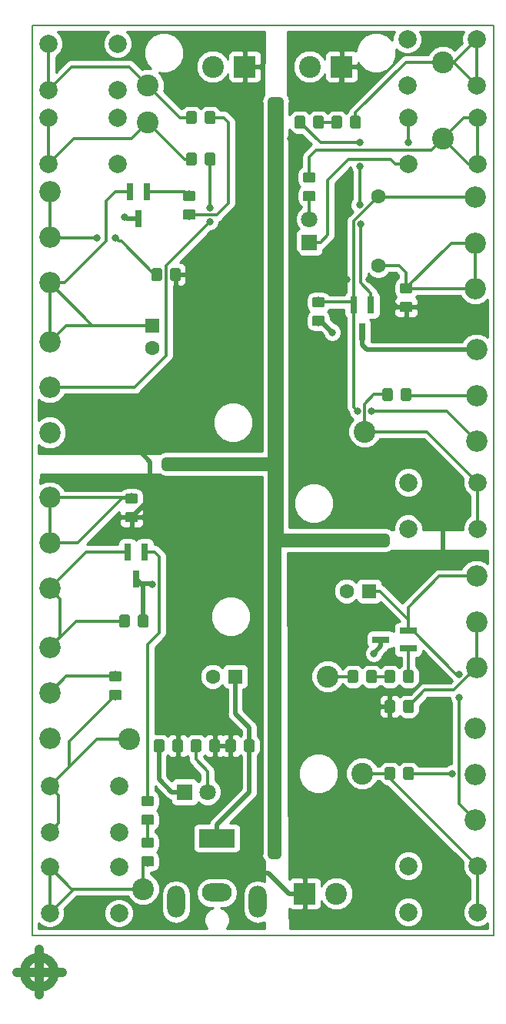
<source format=gbr>
%TF.GenerationSoftware,KiCad,Pcbnew,(5.0.0)*%
%TF.CreationDate,2018-12-16T12:55:05+01:00*%
%TF.ProjectId,Kicad_Oscillator_Drone,4B696361645F4F7363696C6C61746F72,rev?*%
%TF.SameCoordinates,Original*%
%TF.FileFunction,Copper,L1,Top,Signal*%
%TF.FilePolarity,Positive*%
%FSLAX46Y46*%
G04 Gerber Fmt 4.6, Leading zero omitted, Abs format (unit mm)*
G04 Created by KiCad (PCBNEW (5.0.0)) date 12/16/18 12:55:05*
%MOMM*%
%LPD*%
G01*
G04 APERTURE LIST*
%ADD10C,1.000000*%
%ADD11C,0.150000*%
%ADD12C,2.000000*%
%ADD13O,2.000000X3.500000*%
%ADD14O,3.300000X2.000000*%
%ADD15R,4.000000X2.000000*%
%ADD16C,2.340000*%
%ADD17C,1.150000*%
%ADD18R,1.600000X1.600000*%
%ADD19C,1.600000*%
%ADD20C,2.400000*%
%ADD21R,2.400000X2.400000*%
%ADD22R,1.900000X0.800000*%
%ADD23R,0.800000X1.900000*%
%ADD24R,1.800000X1.800000*%
%ADD25C,1.800000*%
%ADD26C,0.800000*%
%ADD27C,0.350000*%
%ADD28C,0.500000*%
%ADD29C,0.254000*%
G04 APERTURE END LIST*
D10*
X134112000Y-71374000D02*
X134112000Y-70866000D01*
X158242000Y-79756000D02*
X158242000Y-79248000D01*
X146304000Y-79756000D02*
X158242000Y-79756000D01*
X146304000Y-80010000D02*
X146304000Y-79756000D01*
X146304000Y-114046000D02*
X146304000Y-80010000D01*
X145796000Y-114046000D02*
X146304000Y-114046000D01*
X145796000Y-71374000D02*
X145796000Y-114046000D01*
X134112000Y-71374000D02*
X145796000Y-71374000D01*
X145796000Y-70866000D02*
X134112000Y-70866000D01*
X145796000Y-31242000D02*
X145796000Y-70866000D01*
X146558000Y-31242000D02*
X145796000Y-31242000D01*
X146558000Y-79248000D02*
X146558000Y-31242000D01*
X158242000Y-79248000D02*
X146558000Y-79248000D01*
X121816049Y-127025076D02*
G75*
G03X121816049Y-127025076I-1666666J0D01*
G01*
X117649383Y-127025076D02*
X122649383Y-127025076D01*
X120149383Y-124525076D02*
X120149383Y-129525076D01*
D11*
X170180000Y-122936000D02*
X170180000Y-22860000D01*
X119380000Y-122936000D02*
X170180000Y-122936000D01*
X119380000Y-22860000D02*
X119380000Y-122936000D01*
X170180000Y-22860000D02*
X119380000Y-22860000D01*
D12*
X160782000Y-120396000D03*
X160782000Y-115316000D03*
X168402000Y-120396000D03*
X168402000Y-115316000D03*
X128778000Y-29972000D03*
X128778000Y-24892000D03*
X121158000Y-29972000D03*
X121158000Y-24892000D03*
X128778000Y-33020000D03*
X128778000Y-38100000D03*
X121158000Y-33020000D03*
X121158000Y-38100000D03*
X160655000Y-29464000D03*
X160655000Y-24384000D03*
X168275000Y-29464000D03*
X168275000Y-24384000D03*
X160782000Y-78232000D03*
X160782000Y-73152000D03*
X168402000Y-78232000D03*
X168402000Y-73152000D03*
X128905000Y-120523000D03*
X128905000Y-115443000D03*
X121285000Y-120523000D03*
X121285000Y-115443000D03*
X128905000Y-106553000D03*
X128905000Y-111633000D03*
X121285000Y-106553000D03*
X121285000Y-111633000D03*
X160782000Y-38100000D03*
X160782000Y-33020000D03*
X168402000Y-38100000D03*
X168402000Y-33020000D03*
D13*
X144200000Y-119268000D03*
X135200000Y-119268000D03*
D14*
X139700000Y-118268000D03*
D15*
X139700000Y-112268000D03*
D16*
X121285000Y-91313000D03*
X121285000Y-96313000D03*
X121285000Y-101313000D03*
X121285000Y-74803000D03*
X121285000Y-79803000D03*
X121285000Y-84803000D03*
X121285000Y-57658000D03*
X121285000Y-62658000D03*
X121285000Y-67658000D03*
X121285000Y-41148000D03*
X121285000Y-46148000D03*
X121285000Y-51148000D03*
X168148000Y-110236000D03*
X168148000Y-105236000D03*
X168148000Y-100236000D03*
X168275000Y-93472000D03*
X168275000Y-88472000D03*
X168275000Y-83472000D03*
X168275000Y-68580000D03*
X168275000Y-63580000D03*
X168275000Y-58580000D03*
X168148000Y-51816000D03*
X168148000Y-46816000D03*
X168148000Y-41816000D03*
D11*
G36*
X157076505Y-93789204D02*
X157100773Y-93792804D01*
X157124572Y-93798765D01*
X157147671Y-93807030D01*
X157169850Y-93817520D01*
X157190893Y-93830132D01*
X157210599Y-93844747D01*
X157228777Y-93861223D01*
X157245253Y-93879401D01*
X157259868Y-93899107D01*
X157272480Y-93920150D01*
X157282970Y-93942329D01*
X157291235Y-93965428D01*
X157297196Y-93989227D01*
X157300796Y-94013495D01*
X157302000Y-94037999D01*
X157302000Y-94938001D01*
X157300796Y-94962505D01*
X157297196Y-94986773D01*
X157291235Y-95010572D01*
X157282970Y-95033671D01*
X157272480Y-95055850D01*
X157259868Y-95076893D01*
X157245253Y-95096599D01*
X157228777Y-95114777D01*
X157210599Y-95131253D01*
X157190893Y-95145868D01*
X157169850Y-95158480D01*
X157147671Y-95168970D01*
X157124572Y-95177235D01*
X157100773Y-95183196D01*
X157076505Y-95186796D01*
X157052001Y-95188000D01*
X156401999Y-95188000D01*
X156377495Y-95186796D01*
X156353227Y-95183196D01*
X156329428Y-95177235D01*
X156306329Y-95168970D01*
X156284150Y-95158480D01*
X156263107Y-95145868D01*
X156243401Y-95131253D01*
X156225223Y-95114777D01*
X156208747Y-95096599D01*
X156194132Y-95076893D01*
X156181520Y-95055850D01*
X156171030Y-95033671D01*
X156162765Y-95010572D01*
X156156804Y-94986773D01*
X156153204Y-94962505D01*
X156152000Y-94938001D01*
X156152000Y-94037999D01*
X156153204Y-94013495D01*
X156156804Y-93989227D01*
X156162765Y-93965428D01*
X156171030Y-93942329D01*
X156181520Y-93920150D01*
X156194132Y-93899107D01*
X156208747Y-93879401D01*
X156225223Y-93861223D01*
X156243401Y-93844747D01*
X156263107Y-93830132D01*
X156284150Y-93817520D01*
X156306329Y-93807030D01*
X156329428Y-93798765D01*
X156353227Y-93792804D01*
X156377495Y-93789204D01*
X156401999Y-93788000D01*
X157052001Y-93788000D01*
X157076505Y-93789204D01*
X157076505Y-93789204D01*
G37*
D17*
X156727000Y-94488000D03*
D11*
G36*
X155026505Y-93789204D02*
X155050773Y-93792804D01*
X155074572Y-93798765D01*
X155097671Y-93807030D01*
X155119850Y-93817520D01*
X155140893Y-93830132D01*
X155160599Y-93844747D01*
X155178777Y-93861223D01*
X155195253Y-93879401D01*
X155209868Y-93899107D01*
X155222480Y-93920150D01*
X155232970Y-93942329D01*
X155241235Y-93965428D01*
X155247196Y-93989227D01*
X155250796Y-94013495D01*
X155252000Y-94037999D01*
X155252000Y-94938001D01*
X155250796Y-94962505D01*
X155247196Y-94986773D01*
X155241235Y-95010572D01*
X155232970Y-95033671D01*
X155222480Y-95055850D01*
X155209868Y-95076893D01*
X155195253Y-95096599D01*
X155178777Y-95114777D01*
X155160599Y-95131253D01*
X155140893Y-95145868D01*
X155119850Y-95158480D01*
X155097671Y-95168970D01*
X155074572Y-95177235D01*
X155050773Y-95183196D01*
X155026505Y-95186796D01*
X155002001Y-95188000D01*
X154351999Y-95188000D01*
X154327495Y-95186796D01*
X154303227Y-95183196D01*
X154279428Y-95177235D01*
X154256329Y-95168970D01*
X154234150Y-95158480D01*
X154213107Y-95145868D01*
X154193401Y-95131253D01*
X154175223Y-95114777D01*
X154158747Y-95096599D01*
X154144132Y-95076893D01*
X154131520Y-95055850D01*
X154121030Y-95033671D01*
X154112765Y-95010572D01*
X154106804Y-94986773D01*
X154103204Y-94962505D01*
X154102000Y-94938001D01*
X154102000Y-94037999D01*
X154103204Y-94013495D01*
X154106804Y-93989227D01*
X154112765Y-93965428D01*
X154121030Y-93942329D01*
X154131520Y-93920150D01*
X154144132Y-93899107D01*
X154158747Y-93879401D01*
X154175223Y-93861223D01*
X154193401Y-93844747D01*
X154213107Y-93830132D01*
X154234150Y-93817520D01*
X154256329Y-93807030D01*
X154279428Y-93798765D01*
X154303227Y-93792804D01*
X154327495Y-93789204D01*
X154351999Y-93788000D01*
X155002001Y-93788000D01*
X155026505Y-93789204D01*
X155026505Y-93789204D01*
G37*
D17*
X154677000Y-94488000D03*
D18*
X156464000Y-85090000D03*
D19*
X153964000Y-85090000D03*
D11*
G36*
X159090505Y-104457204D02*
X159114773Y-104460804D01*
X159138572Y-104466765D01*
X159161671Y-104475030D01*
X159183850Y-104485520D01*
X159204893Y-104498132D01*
X159224599Y-104512747D01*
X159242777Y-104529223D01*
X159259253Y-104547401D01*
X159273868Y-104567107D01*
X159286480Y-104588150D01*
X159296970Y-104610329D01*
X159305235Y-104633428D01*
X159311196Y-104657227D01*
X159314796Y-104681495D01*
X159316000Y-104705999D01*
X159316000Y-105606001D01*
X159314796Y-105630505D01*
X159311196Y-105654773D01*
X159305235Y-105678572D01*
X159296970Y-105701671D01*
X159286480Y-105723850D01*
X159273868Y-105744893D01*
X159259253Y-105764599D01*
X159242777Y-105782777D01*
X159224599Y-105799253D01*
X159204893Y-105813868D01*
X159183850Y-105826480D01*
X159161671Y-105836970D01*
X159138572Y-105845235D01*
X159114773Y-105851196D01*
X159090505Y-105854796D01*
X159066001Y-105856000D01*
X158415999Y-105856000D01*
X158391495Y-105854796D01*
X158367227Y-105851196D01*
X158343428Y-105845235D01*
X158320329Y-105836970D01*
X158298150Y-105826480D01*
X158277107Y-105813868D01*
X158257401Y-105799253D01*
X158239223Y-105782777D01*
X158222747Y-105764599D01*
X158208132Y-105744893D01*
X158195520Y-105723850D01*
X158185030Y-105701671D01*
X158176765Y-105678572D01*
X158170804Y-105654773D01*
X158167204Y-105630505D01*
X158166000Y-105606001D01*
X158166000Y-104705999D01*
X158167204Y-104681495D01*
X158170804Y-104657227D01*
X158176765Y-104633428D01*
X158185030Y-104610329D01*
X158195520Y-104588150D01*
X158208132Y-104567107D01*
X158222747Y-104547401D01*
X158239223Y-104529223D01*
X158257401Y-104512747D01*
X158277107Y-104498132D01*
X158298150Y-104485520D01*
X158320329Y-104475030D01*
X158343428Y-104466765D01*
X158367227Y-104460804D01*
X158391495Y-104457204D01*
X158415999Y-104456000D01*
X159066001Y-104456000D01*
X159090505Y-104457204D01*
X159090505Y-104457204D01*
G37*
D17*
X158741000Y-105156000D03*
D11*
G36*
X161140505Y-104457204D02*
X161164773Y-104460804D01*
X161188572Y-104466765D01*
X161211671Y-104475030D01*
X161233850Y-104485520D01*
X161254893Y-104498132D01*
X161274599Y-104512747D01*
X161292777Y-104529223D01*
X161309253Y-104547401D01*
X161323868Y-104567107D01*
X161336480Y-104588150D01*
X161346970Y-104610329D01*
X161355235Y-104633428D01*
X161361196Y-104657227D01*
X161364796Y-104681495D01*
X161366000Y-104705999D01*
X161366000Y-105606001D01*
X161364796Y-105630505D01*
X161361196Y-105654773D01*
X161355235Y-105678572D01*
X161346970Y-105701671D01*
X161336480Y-105723850D01*
X161323868Y-105744893D01*
X161309253Y-105764599D01*
X161292777Y-105782777D01*
X161274599Y-105799253D01*
X161254893Y-105813868D01*
X161233850Y-105826480D01*
X161211671Y-105836970D01*
X161188572Y-105845235D01*
X161164773Y-105851196D01*
X161140505Y-105854796D01*
X161116001Y-105856000D01*
X160465999Y-105856000D01*
X160441495Y-105854796D01*
X160417227Y-105851196D01*
X160393428Y-105845235D01*
X160370329Y-105836970D01*
X160348150Y-105826480D01*
X160327107Y-105813868D01*
X160307401Y-105799253D01*
X160289223Y-105782777D01*
X160272747Y-105764599D01*
X160258132Y-105744893D01*
X160245520Y-105723850D01*
X160235030Y-105701671D01*
X160226765Y-105678572D01*
X160220804Y-105654773D01*
X160217204Y-105630505D01*
X160216000Y-105606001D01*
X160216000Y-104705999D01*
X160217204Y-104681495D01*
X160220804Y-104657227D01*
X160226765Y-104633428D01*
X160235030Y-104610329D01*
X160245520Y-104588150D01*
X160258132Y-104567107D01*
X160272747Y-104547401D01*
X160289223Y-104529223D01*
X160307401Y-104512747D01*
X160327107Y-104498132D01*
X160348150Y-104485520D01*
X160370329Y-104475030D01*
X160393428Y-104466765D01*
X160417227Y-104460804D01*
X160441495Y-104457204D01*
X160465999Y-104456000D01*
X161116001Y-104456000D01*
X161140505Y-104457204D01*
X161140505Y-104457204D01*
G37*
D17*
X160791000Y-105156000D03*
D11*
G36*
X153248505Y-32829204D02*
X153272773Y-32832804D01*
X153296572Y-32838765D01*
X153319671Y-32847030D01*
X153341850Y-32857520D01*
X153362893Y-32870132D01*
X153382599Y-32884747D01*
X153400777Y-32901223D01*
X153417253Y-32919401D01*
X153431868Y-32939107D01*
X153444480Y-32960150D01*
X153454970Y-32982329D01*
X153463235Y-33005428D01*
X153469196Y-33029227D01*
X153472796Y-33053495D01*
X153474000Y-33077999D01*
X153474000Y-33978001D01*
X153472796Y-34002505D01*
X153469196Y-34026773D01*
X153463235Y-34050572D01*
X153454970Y-34073671D01*
X153444480Y-34095850D01*
X153431868Y-34116893D01*
X153417253Y-34136599D01*
X153400777Y-34154777D01*
X153382599Y-34171253D01*
X153362893Y-34185868D01*
X153341850Y-34198480D01*
X153319671Y-34208970D01*
X153296572Y-34217235D01*
X153272773Y-34223196D01*
X153248505Y-34226796D01*
X153224001Y-34228000D01*
X152573999Y-34228000D01*
X152549495Y-34226796D01*
X152525227Y-34223196D01*
X152501428Y-34217235D01*
X152478329Y-34208970D01*
X152456150Y-34198480D01*
X152435107Y-34185868D01*
X152415401Y-34171253D01*
X152397223Y-34154777D01*
X152380747Y-34136599D01*
X152366132Y-34116893D01*
X152353520Y-34095850D01*
X152343030Y-34073671D01*
X152334765Y-34050572D01*
X152328804Y-34026773D01*
X152325204Y-34002505D01*
X152324000Y-33978001D01*
X152324000Y-33077999D01*
X152325204Y-33053495D01*
X152328804Y-33029227D01*
X152334765Y-33005428D01*
X152343030Y-32982329D01*
X152353520Y-32960150D01*
X152366132Y-32939107D01*
X152380747Y-32919401D01*
X152397223Y-32901223D01*
X152415401Y-32884747D01*
X152435107Y-32870132D01*
X152456150Y-32857520D01*
X152478329Y-32847030D01*
X152501428Y-32838765D01*
X152525227Y-32832804D01*
X152549495Y-32829204D01*
X152573999Y-32828000D01*
X153224001Y-32828000D01*
X153248505Y-32829204D01*
X153248505Y-32829204D01*
G37*
D17*
X152899000Y-33528000D03*
D11*
G36*
X155298505Y-32829204D02*
X155322773Y-32832804D01*
X155346572Y-32838765D01*
X155369671Y-32847030D01*
X155391850Y-32857520D01*
X155412893Y-32870132D01*
X155432599Y-32884747D01*
X155450777Y-32901223D01*
X155467253Y-32919401D01*
X155481868Y-32939107D01*
X155494480Y-32960150D01*
X155504970Y-32982329D01*
X155513235Y-33005428D01*
X155519196Y-33029227D01*
X155522796Y-33053495D01*
X155524000Y-33077999D01*
X155524000Y-33978001D01*
X155522796Y-34002505D01*
X155519196Y-34026773D01*
X155513235Y-34050572D01*
X155504970Y-34073671D01*
X155494480Y-34095850D01*
X155481868Y-34116893D01*
X155467253Y-34136599D01*
X155450777Y-34154777D01*
X155432599Y-34171253D01*
X155412893Y-34185868D01*
X155391850Y-34198480D01*
X155369671Y-34208970D01*
X155346572Y-34217235D01*
X155322773Y-34223196D01*
X155298505Y-34226796D01*
X155274001Y-34228000D01*
X154623999Y-34228000D01*
X154599495Y-34226796D01*
X154575227Y-34223196D01*
X154551428Y-34217235D01*
X154528329Y-34208970D01*
X154506150Y-34198480D01*
X154485107Y-34185868D01*
X154465401Y-34171253D01*
X154447223Y-34154777D01*
X154430747Y-34136599D01*
X154416132Y-34116893D01*
X154403520Y-34095850D01*
X154393030Y-34073671D01*
X154384765Y-34050572D01*
X154378804Y-34026773D01*
X154375204Y-34002505D01*
X154374000Y-33978001D01*
X154374000Y-33077999D01*
X154375204Y-33053495D01*
X154378804Y-33029227D01*
X154384765Y-33005428D01*
X154393030Y-32982329D01*
X154403520Y-32960150D01*
X154416132Y-32939107D01*
X154430747Y-32919401D01*
X154447223Y-32901223D01*
X154465401Y-32884747D01*
X154485107Y-32870132D01*
X154506150Y-32857520D01*
X154528329Y-32847030D01*
X154551428Y-32838765D01*
X154575227Y-32832804D01*
X154599495Y-32829204D01*
X154623999Y-32828000D01*
X155274001Y-32828000D01*
X155298505Y-32829204D01*
X155298505Y-32829204D01*
G37*
D17*
X154949000Y-33528000D03*
D11*
G36*
X151350505Y-54807204D02*
X151374773Y-54810804D01*
X151398572Y-54816765D01*
X151421671Y-54825030D01*
X151443850Y-54835520D01*
X151464893Y-54848132D01*
X151484599Y-54862747D01*
X151502777Y-54879223D01*
X151519253Y-54897401D01*
X151533868Y-54917107D01*
X151546480Y-54938150D01*
X151556970Y-54960329D01*
X151565235Y-54983428D01*
X151571196Y-55007227D01*
X151574796Y-55031495D01*
X151576000Y-55055999D01*
X151576000Y-55706001D01*
X151574796Y-55730505D01*
X151571196Y-55754773D01*
X151565235Y-55778572D01*
X151556970Y-55801671D01*
X151546480Y-55823850D01*
X151533868Y-55844893D01*
X151519253Y-55864599D01*
X151502777Y-55882777D01*
X151484599Y-55899253D01*
X151464893Y-55913868D01*
X151443850Y-55926480D01*
X151421671Y-55936970D01*
X151398572Y-55945235D01*
X151374773Y-55951196D01*
X151350505Y-55954796D01*
X151326001Y-55956000D01*
X150425999Y-55956000D01*
X150401495Y-55954796D01*
X150377227Y-55951196D01*
X150353428Y-55945235D01*
X150330329Y-55936970D01*
X150308150Y-55926480D01*
X150287107Y-55913868D01*
X150267401Y-55899253D01*
X150249223Y-55882777D01*
X150232747Y-55864599D01*
X150218132Y-55844893D01*
X150205520Y-55823850D01*
X150195030Y-55801671D01*
X150186765Y-55778572D01*
X150180804Y-55754773D01*
X150177204Y-55730505D01*
X150176000Y-55706001D01*
X150176000Y-55055999D01*
X150177204Y-55031495D01*
X150180804Y-55007227D01*
X150186765Y-54983428D01*
X150195030Y-54960329D01*
X150205520Y-54938150D01*
X150218132Y-54917107D01*
X150232747Y-54897401D01*
X150249223Y-54879223D01*
X150267401Y-54862747D01*
X150287107Y-54848132D01*
X150308150Y-54835520D01*
X150330329Y-54825030D01*
X150353428Y-54816765D01*
X150377227Y-54810804D01*
X150401495Y-54807204D01*
X150425999Y-54806000D01*
X151326001Y-54806000D01*
X151350505Y-54807204D01*
X151350505Y-54807204D01*
G37*
D17*
X150876000Y-55381000D03*
D11*
G36*
X151350505Y-52757204D02*
X151374773Y-52760804D01*
X151398572Y-52766765D01*
X151421671Y-52775030D01*
X151443850Y-52785520D01*
X151464893Y-52798132D01*
X151484599Y-52812747D01*
X151502777Y-52829223D01*
X151519253Y-52847401D01*
X151533868Y-52867107D01*
X151546480Y-52888150D01*
X151556970Y-52910329D01*
X151565235Y-52933428D01*
X151571196Y-52957227D01*
X151574796Y-52981495D01*
X151576000Y-53005999D01*
X151576000Y-53656001D01*
X151574796Y-53680505D01*
X151571196Y-53704773D01*
X151565235Y-53728572D01*
X151556970Y-53751671D01*
X151546480Y-53773850D01*
X151533868Y-53794893D01*
X151519253Y-53814599D01*
X151502777Y-53832777D01*
X151484599Y-53849253D01*
X151464893Y-53863868D01*
X151443850Y-53876480D01*
X151421671Y-53886970D01*
X151398572Y-53895235D01*
X151374773Y-53901196D01*
X151350505Y-53904796D01*
X151326001Y-53906000D01*
X150425999Y-53906000D01*
X150401495Y-53904796D01*
X150377227Y-53901196D01*
X150353428Y-53895235D01*
X150330329Y-53886970D01*
X150308150Y-53876480D01*
X150287107Y-53863868D01*
X150267401Y-53849253D01*
X150249223Y-53832777D01*
X150232747Y-53814599D01*
X150218132Y-53794893D01*
X150205520Y-53773850D01*
X150195030Y-53751671D01*
X150186765Y-53728572D01*
X150180804Y-53704773D01*
X150177204Y-53680505D01*
X150176000Y-53656001D01*
X150176000Y-53005999D01*
X150177204Y-52981495D01*
X150180804Y-52957227D01*
X150186765Y-52933428D01*
X150195030Y-52910329D01*
X150205520Y-52888150D01*
X150218132Y-52867107D01*
X150232747Y-52847401D01*
X150249223Y-52829223D01*
X150267401Y-52812747D01*
X150287107Y-52798132D01*
X150308150Y-52785520D01*
X150330329Y-52775030D01*
X150353428Y-52766765D01*
X150377227Y-52760804D01*
X150401495Y-52757204D01*
X150425999Y-52756000D01*
X151326001Y-52756000D01*
X151350505Y-52757204D01*
X151350505Y-52757204D01*
G37*
D17*
X150876000Y-53331000D03*
D11*
G36*
X160875506Y-62788205D02*
X160899774Y-62791805D01*
X160923573Y-62797766D01*
X160946672Y-62806031D01*
X160968851Y-62816521D01*
X160989894Y-62829133D01*
X161009600Y-62843748D01*
X161027778Y-62860224D01*
X161044254Y-62878402D01*
X161058869Y-62898108D01*
X161071481Y-62919151D01*
X161081971Y-62941330D01*
X161090236Y-62964429D01*
X161096197Y-62988228D01*
X161099797Y-63012496D01*
X161101001Y-63037000D01*
X161101001Y-63937002D01*
X161099797Y-63961506D01*
X161096197Y-63985774D01*
X161090236Y-64009573D01*
X161081971Y-64032672D01*
X161071481Y-64054851D01*
X161058869Y-64075894D01*
X161044254Y-64095600D01*
X161027778Y-64113778D01*
X161009600Y-64130254D01*
X160989894Y-64144869D01*
X160968851Y-64157481D01*
X160946672Y-64167971D01*
X160923573Y-64176236D01*
X160899774Y-64182197D01*
X160875506Y-64185797D01*
X160851002Y-64187001D01*
X160201000Y-64187001D01*
X160176496Y-64185797D01*
X160152228Y-64182197D01*
X160128429Y-64176236D01*
X160105330Y-64167971D01*
X160083151Y-64157481D01*
X160062108Y-64144869D01*
X160042402Y-64130254D01*
X160024224Y-64113778D01*
X160007748Y-64095600D01*
X159993133Y-64075894D01*
X159980521Y-64054851D01*
X159970031Y-64032672D01*
X159961766Y-64009573D01*
X159955805Y-63985774D01*
X159952205Y-63961506D01*
X159951001Y-63937002D01*
X159951001Y-63037000D01*
X159952205Y-63012496D01*
X159955805Y-62988228D01*
X159961766Y-62964429D01*
X159970031Y-62941330D01*
X159980521Y-62919151D01*
X159993133Y-62898108D01*
X160007748Y-62878402D01*
X160024224Y-62860224D01*
X160042402Y-62843748D01*
X160062108Y-62829133D01*
X160083151Y-62816521D01*
X160105330Y-62806031D01*
X160128429Y-62797766D01*
X160152228Y-62791805D01*
X160176496Y-62788205D01*
X160201000Y-62787001D01*
X160851002Y-62787001D01*
X160875506Y-62788205D01*
X160875506Y-62788205D01*
G37*
D17*
X160526001Y-63487001D03*
D11*
G36*
X158825506Y-62788205D02*
X158849774Y-62791805D01*
X158873573Y-62797766D01*
X158896672Y-62806031D01*
X158918851Y-62816521D01*
X158939894Y-62829133D01*
X158959600Y-62843748D01*
X158977778Y-62860224D01*
X158994254Y-62878402D01*
X159008869Y-62898108D01*
X159021481Y-62919151D01*
X159031971Y-62941330D01*
X159040236Y-62964429D01*
X159046197Y-62988228D01*
X159049797Y-63012496D01*
X159051001Y-63037000D01*
X159051001Y-63937002D01*
X159049797Y-63961506D01*
X159046197Y-63985774D01*
X159040236Y-64009573D01*
X159031971Y-64032672D01*
X159021481Y-64054851D01*
X159008869Y-64075894D01*
X158994254Y-64095600D01*
X158977778Y-64113778D01*
X158959600Y-64130254D01*
X158939894Y-64144869D01*
X158918851Y-64157481D01*
X158896672Y-64167971D01*
X158873573Y-64176236D01*
X158849774Y-64182197D01*
X158825506Y-64185797D01*
X158801002Y-64187001D01*
X158151000Y-64187001D01*
X158126496Y-64185797D01*
X158102228Y-64182197D01*
X158078429Y-64176236D01*
X158055330Y-64167971D01*
X158033151Y-64157481D01*
X158012108Y-64144869D01*
X157992402Y-64130254D01*
X157974224Y-64113778D01*
X157957748Y-64095600D01*
X157943133Y-64075894D01*
X157930521Y-64054851D01*
X157920031Y-64032672D01*
X157911766Y-64009573D01*
X157905805Y-63985774D01*
X157902205Y-63961506D01*
X157901001Y-63937002D01*
X157901001Y-63037000D01*
X157902205Y-63012496D01*
X157905805Y-62988228D01*
X157911766Y-62964429D01*
X157920031Y-62941330D01*
X157930521Y-62919151D01*
X157943133Y-62898108D01*
X157957748Y-62878402D01*
X157974224Y-62860224D01*
X157992402Y-62843748D01*
X158012108Y-62829133D01*
X158033151Y-62816521D01*
X158055330Y-62806031D01*
X158078429Y-62797766D01*
X158102228Y-62791805D01*
X158126496Y-62788205D01*
X158151000Y-62787001D01*
X158801002Y-62787001D01*
X158825506Y-62788205D01*
X158825506Y-62788205D01*
G37*
D17*
X158476001Y-63487001D03*
D11*
G36*
X137246505Y-32321204D02*
X137270773Y-32324804D01*
X137294572Y-32330765D01*
X137317671Y-32339030D01*
X137339850Y-32349520D01*
X137360893Y-32362132D01*
X137380599Y-32376747D01*
X137398777Y-32393223D01*
X137415253Y-32411401D01*
X137429868Y-32431107D01*
X137442480Y-32452150D01*
X137452970Y-32474329D01*
X137461235Y-32497428D01*
X137467196Y-32521227D01*
X137470796Y-32545495D01*
X137472000Y-32569999D01*
X137472000Y-33470001D01*
X137470796Y-33494505D01*
X137467196Y-33518773D01*
X137461235Y-33542572D01*
X137452970Y-33565671D01*
X137442480Y-33587850D01*
X137429868Y-33608893D01*
X137415253Y-33628599D01*
X137398777Y-33646777D01*
X137380599Y-33663253D01*
X137360893Y-33677868D01*
X137339850Y-33690480D01*
X137317671Y-33700970D01*
X137294572Y-33709235D01*
X137270773Y-33715196D01*
X137246505Y-33718796D01*
X137222001Y-33720000D01*
X136571999Y-33720000D01*
X136547495Y-33718796D01*
X136523227Y-33715196D01*
X136499428Y-33709235D01*
X136476329Y-33700970D01*
X136454150Y-33690480D01*
X136433107Y-33677868D01*
X136413401Y-33663253D01*
X136395223Y-33646777D01*
X136378747Y-33628599D01*
X136364132Y-33608893D01*
X136351520Y-33587850D01*
X136341030Y-33565671D01*
X136332765Y-33542572D01*
X136326804Y-33518773D01*
X136323204Y-33494505D01*
X136322000Y-33470001D01*
X136322000Y-32569999D01*
X136323204Y-32545495D01*
X136326804Y-32521227D01*
X136332765Y-32497428D01*
X136341030Y-32474329D01*
X136351520Y-32452150D01*
X136364132Y-32431107D01*
X136378747Y-32411401D01*
X136395223Y-32393223D01*
X136413401Y-32376747D01*
X136433107Y-32362132D01*
X136454150Y-32349520D01*
X136476329Y-32339030D01*
X136499428Y-32330765D01*
X136523227Y-32324804D01*
X136547495Y-32321204D01*
X136571999Y-32320000D01*
X137222001Y-32320000D01*
X137246505Y-32321204D01*
X137246505Y-32321204D01*
G37*
D17*
X136897000Y-33020000D03*
D11*
G36*
X139296505Y-32321204D02*
X139320773Y-32324804D01*
X139344572Y-32330765D01*
X139367671Y-32339030D01*
X139389850Y-32349520D01*
X139410893Y-32362132D01*
X139430599Y-32376747D01*
X139448777Y-32393223D01*
X139465253Y-32411401D01*
X139479868Y-32431107D01*
X139492480Y-32452150D01*
X139502970Y-32474329D01*
X139511235Y-32497428D01*
X139517196Y-32521227D01*
X139520796Y-32545495D01*
X139522000Y-32569999D01*
X139522000Y-33470001D01*
X139520796Y-33494505D01*
X139517196Y-33518773D01*
X139511235Y-33542572D01*
X139502970Y-33565671D01*
X139492480Y-33587850D01*
X139479868Y-33608893D01*
X139465253Y-33628599D01*
X139448777Y-33646777D01*
X139430599Y-33663253D01*
X139410893Y-33677868D01*
X139389850Y-33690480D01*
X139367671Y-33700970D01*
X139344572Y-33709235D01*
X139320773Y-33715196D01*
X139296505Y-33718796D01*
X139272001Y-33720000D01*
X138621999Y-33720000D01*
X138597495Y-33718796D01*
X138573227Y-33715196D01*
X138549428Y-33709235D01*
X138526329Y-33700970D01*
X138504150Y-33690480D01*
X138483107Y-33677868D01*
X138463401Y-33663253D01*
X138445223Y-33646777D01*
X138428747Y-33628599D01*
X138414132Y-33608893D01*
X138401520Y-33587850D01*
X138391030Y-33565671D01*
X138382765Y-33542572D01*
X138376804Y-33518773D01*
X138373204Y-33494505D01*
X138372000Y-33470001D01*
X138372000Y-32569999D01*
X138373204Y-32545495D01*
X138376804Y-32521227D01*
X138382765Y-32497428D01*
X138391030Y-32474329D01*
X138401520Y-32452150D01*
X138414132Y-32431107D01*
X138428747Y-32411401D01*
X138445223Y-32393223D01*
X138463401Y-32376747D01*
X138483107Y-32362132D01*
X138504150Y-32349520D01*
X138526329Y-32339030D01*
X138549428Y-32330765D01*
X138573227Y-32324804D01*
X138597495Y-32321204D01*
X138621999Y-32320000D01*
X139272001Y-32320000D01*
X139296505Y-32321204D01*
X139296505Y-32321204D01*
G37*
D17*
X138947000Y-33020000D03*
D18*
X132588000Y-55880000D03*
D19*
X132588000Y-58380000D03*
D11*
G36*
X137246505Y-36893204D02*
X137270773Y-36896804D01*
X137294572Y-36902765D01*
X137317671Y-36911030D01*
X137339850Y-36921520D01*
X137360893Y-36934132D01*
X137380599Y-36948747D01*
X137398777Y-36965223D01*
X137415253Y-36983401D01*
X137429868Y-37003107D01*
X137442480Y-37024150D01*
X137452970Y-37046329D01*
X137461235Y-37069428D01*
X137467196Y-37093227D01*
X137470796Y-37117495D01*
X137472000Y-37141999D01*
X137472000Y-38042001D01*
X137470796Y-38066505D01*
X137467196Y-38090773D01*
X137461235Y-38114572D01*
X137452970Y-38137671D01*
X137442480Y-38159850D01*
X137429868Y-38180893D01*
X137415253Y-38200599D01*
X137398777Y-38218777D01*
X137380599Y-38235253D01*
X137360893Y-38249868D01*
X137339850Y-38262480D01*
X137317671Y-38272970D01*
X137294572Y-38281235D01*
X137270773Y-38287196D01*
X137246505Y-38290796D01*
X137222001Y-38292000D01*
X136571999Y-38292000D01*
X136547495Y-38290796D01*
X136523227Y-38287196D01*
X136499428Y-38281235D01*
X136476329Y-38272970D01*
X136454150Y-38262480D01*
X136433107Y-38249868D01*
X136413401Y-38235253D01*
X136395223Y-38218777D01*
X136378747Y-38200599D01*
X136364132Y-38180893D01*
X136351520Y-38159850D01*
X136341030Y-38137671D01*
X136332765Y-38114572D01*
X136326804Y-38090773D01*
X136323204Y-38066505D01*
X136322000Y-38042001D01*
X136322000Y-37141999D01*
X136323204Y-37117495D01*
X136326804Y-37093227D01*
X136332765Y-37069428D01*
X136341030Y-37046329D01*
X136351520Y-37024150D01*
X136364132Y-37003107D01*
X136378747Y-36983401D01*
X136395223Y-36965223D01*
X136413401Y-36948747D01*
X136433107Y-36934132D01*
X136454150Y-36921520D01*
X136476329Y-36911030D01*
X136499428Y-36902765D01*
X136523227Y-36896804D01*
X136547495Y-36893204D01*
X136571999Y-36892000D01*
X137222001Y-36892000D01*
X137246505Y-36893204D01*
X137246505Y-36893204D01*
G37*
D17*
X136897000Y-37592000D03*
D11*
G36*
X139296505Y-36893204D02*
X139320773Y-36896804D01*
X139344572Y-36902765D01*
X139367671Y-36911030D01*
X139389850Y-36921520D01*
X139410893Y-36934132D01*
X139430599Y-36948747D01*
X139448777Y-36965223D01*
X139465253Y-36983401D01*
X139479868Y-37003107D01*
X139492480Y-37024150D01*
X139502970Y-37046329D01*
X139511235Y-37069428D01*
X139517196Y-37093227D01*
X139520796Y-37117495D01*
X139522000Y-37141999D01*
X139522000Y-38042001D01*
X139520796Y-38066505D01*
X139517196Y-38090773D01*
X139511235Y-38114572D01*
X139502970Y-38137671D01*
X139492480Y-38159850D01*
X139479868Y-38180893D01*
X139465253Y-38200599D01*
X139448777Y-38218777D01*
X139430599Y-38235253D01*
X139410893Y-38249868D01*
X139389850Y-38262480D01*
X139367671Y-38272970D01*
X139344572Y-38281235D01*
X139320773Y-38287196D01*
X139296505Y-38290796D01*
X139272001Y-38292000D01*
X138621999Y-38292000D01*
X138597495Y-38290796D01*
X138573227Y-38287196D01*
X138549428Y-38281235D01*
X138526329Y-38272970D01*
X138504150Y-38262480D01*
X138483107Y-38249868D01*
X138463401Y-38235253D01*
X138445223Y-38218777D01*
X138428747Y-38200599D01*
X138414132Y-38180893D01*
X138401520Y-38159850D01*
X138391030Y-38137671D01*
X138382765Y-38114572D01*
X138376804Y-38090773D01*
X138373204Y-38066505D01*
X138372000Y-38042001D01*
X138372000Y-37141999D01*
X138373204Y-37117495D01*
X138376804Y-37093227D01*
X138382765Y-37069428D01*
X138391030Y-37046329D01*
X138401520Y-37024150D01*
X138414132Y-37003107D01*
X138428747Y-36983401D01*
X138445223Y-36965223D01*
X138463401Y-36948747D01*
X138483107Y-36934132D01*
X138504150Y-36921520D01*
X138526329Y-36911030D01*
X138549428Y-36902765D01*
X138573227Y-36896804D01*
X138597495Y-36893204D01*
X138621999Y-36892000D01*
X139272001Y-36892000D01*
X139296505Y-36893204D01*
X139296505Y-36893204D01*
G37*
D17*
X138947000Y-37592000D03*
D11*
G36*
X132554505Y-114243204D02*
X132578773Y-114246804D01*
X132602572Y-114252765D01*
X132625671Y-114261030D01*
X132647850Y-114271520D01*
X132668893Y-114284132D01*
X132688599Y-114298747D01*
X132706777Y-114315223D01*
X132723253Y-114333401D01*
X132737868Y-114353107D01*
X132750480Y-114374150D01*
X132760970Y-114396329D01*
X132769235Y-114419428D01*
X132775196Y-114443227D01*
X132778796Y-114467495D01*
X132780000Y-114491999D01*
X132780000Y-115142001D01*
X132778796Y-115166505D01*
X132775196Y-115190773D01*
X132769235Y-115214572D01*
X132760970Y-115237671D01*
X132750480Y-115259850D01*
X132737868Y-115280893D01*
X132723253Y-115300599D01*
X132706777Y-115318777D01*
X132688599Y-115335253D01*
X132668893Y-115349868D01*
X132647850Y-115362480D01*
X132625671Y-115372970D01*
X132602572Y-115381235D01*
X132578773Y-115387196D01*
X132554505Y-115390796D01*
X132530001Y-115392000D01*
X131629999Y-115392000D01*
X131605495Y-115390796D01*
X131581227Y-115387196D01*
X131557428Y-115381235D01*
X131534329Y-115372970D01*
X131512150Y-115362480D01*
X131491107Y-115349868D01*
X131471401Y-115335253D01*
X131453223Y-115318777D01*
X131436747Y-115300599D01*
X131422132Y-115280893D01*
X131409520Y-115259850D01*
X131399030Y-115237671D01*
X131390765Y-115214572D01*
X131384804Y-115190773D01*
X131381204Y-115166505D01*
X131380000Y-115142001D01*
X131380000Y-114491999D01*
X131381204Y-114467495D01*
X131384804Y-114443227D01*
X131390765Y-114419428D01*
X131399030Y-114396329D01*
X131409520Y-114374150D01*
X131422132Y-114353107D01*
X131436747Y-114333401D01*
X131453223Y-114315223D01*
X131471401Y-114298747D01*
X131491107Y-114284132D01*
X131512150Y-114271520D01*
X131534329Y-114261030D01*
X131557428Y-114252765D01*
X131581227Y-114246804D01*
X131605495Y-114243204D01*
X131629999Y-114242000D01*
X132530001Y-114242000D01*
X132554505Y-114243204D01*
X132554505Y-114243204D01*
G37*
D17*
X132080000Y-114817000D03*
D11*
G36*
X132554505Y-112193204D02*
X132578773Y-112196804D01*
X132602572Y-112202765D01*
X132625671Y-112211030D01*
X132647850Y-112221520D01*
X132668893Y-112234132D01*
X132688599Y-112248747D01*
X132706777Y-112265223D01*
X132723253Y-112283401D01*
X132737868Y-112303107D01*
X132750480Y-112324150D01*
X132760970Y-112346329D01*
X132769235Y-112369428D01*
X132775196Y-112393227D01*
X132778796Y-112417495D01*
X132780000Y-112441999D01*
X132780000Y-113092001D01*
X132778796Y-113116505D01*
X132775196Y-113140773D01*
X132769235Y-113164572D01*
X132760970Y-113187671D01*
X132750480Y-113209850D01*
X132737868Y-113230893D01*
X132723253Y-113250599D01*
X132706777Y-113268777D01*
X132688599Y-113285253D01*
X132668893Y-113299868D01*
X132647850Y-113312480D01*
X132625671Y-113322970D01*
X132602572Y-113331235D01*
X132578773Y-113337196D01*
X132554505Y-113340796D01*
X132530001Y-113342000D01*
X131629999Y-113342000D01*
X131605495Y-113340796D01*
X131581227Y-113337196D01*
X131557428Y-113331235D01*
X131534329Y-113322970D01*
X131512150Y-113312480D01*
X131491107Y-113299868D01*
X131471401Y-113285253D01*
X131453223Y-113268777D01*
X131436747Y-113250599D01*
X131422132Y-113230893D01*
X131409520Y-113209850D01*
X131399030Y-113187671D01*
X131390765Y-113164572D01*
X131384804Y-113140773D01*
X131381204Y-113116505D01*
X131380000Y-113092001D01*
X131380000Y-112441999D01*
X131381204Y-112417495D01*
X131384804Y-112393227D01*
X131390765Y-112369428D01*
X131399030Y-112346329D01*
X131409520Y-112324150D01*
X131422132Y-112303107D01*
X131436747Y-112283401D01*
X131453223Y-112265223D01*
X131471401Y-112248747D01*
X131491107Y-112234132D01*
X131512150Y-112221520D01*
X131534329Y-112211030D01*
X131557428Y-112202765D01*
X131581227Y-112196804D01*
X131605495Y-112193204D01*
X131629999Y-112192000D01*
X132530001Y-112192000D01*
X132554505Y-112193204D01*
X132554505Y-112193204D01*
G37*
D17*
X132080000Y-112767000D03*
D11*
G36*
X129880505Y-87693204D02*
X129904773Y-87696804D01*
X129928572Y-87702765D01*
X129951671Y-87711030D01*
X129973850Y-87721520D01*
X129994893Y-87734132D01*
X130014599Y-87748747D01*
X130032777Y-87765223D01*
X130049253Y-87783401D01*
X130063868Y-87803107D01*
X130076480Y-87824150D01*
X130086970Y-87846329D01*
X130095235Y-87869428D01*
X130101196Y-87893227D01*
X130104796Y-87917495D01*
X130106000Y-87941999D01*
X130106000Y-88842001D01*
X130104796Y-88866505D01*
X130101196Y-88890773D01*
X130095235Y-88914572D01*
X130086970Y-88937671D01*
X130076480Y-88959850D01*
X130063868Y-88980893D01*
X130049253Y-89000599D01*
X130032777Y-89018777D01*
X130014599Y-89035253D01*
X129994893Y-89049868D01*
X129973850Y-89062480D01*
X129951671Y-89072970D01*
X129928572Y-89081235D01*
X129904773Y-89087196D01*
X129880505Y-89090796D01*
X129856001Y-89092000D01*
X129205999Y-89092000D01*
X129181495Y-89090796D01*
X129157227Y-89087196D01*
X129133428Y-89081235D01*
X129110329Y-89072970D01*
X129088150Y-89062480D01*
X129067107Y-89049868D01*
X129047401Y-89035253D01*
X129029223Y-89018777D01*
X129012747Y-89000599D01*
X128998132Y-88980893D01*
X128985520Y-88959850D01*
X128975030Y-88937671D01*
X128966765Y-88914572D01*
X128960804Y-88890773D01*
X128957204Y-88866505D01*
X128956000Y-88842001D01*
X128956000Y-87941999D01*
X128957204Y-87917495D01*
X128960804Y-87893227D01*
X128966765Y-87869428D01*
X128975030Y-87846329D01*
X128985520Y-87824150D01*
X128998132Y-87803107D01*
X129012747Y-87783401D01*
X129029223Y-87765223D01*
X129047401Y-87748747D01*
X129067107Y-87734132D01*
X129088150Y-87721520D01*
X129110329Y-87711030D01*
X129133428Y-87702765D01*
X129157227Y-87696804D01*
X129181495Y-87693204D01*
X129205999Y-87692000D01*
X129856001Y-87692000D01*
X129880505Y-87693204D01*
X129880505Y-87693204D01*
G37*
D17*
X129531000Y-88392000D03*
D11*
G36*
X131930505Y-87693204D02*
X131954773Y-87696804D01*
X131978572Y-87702765D01*
X132001671Y-87711030D01*
X132023850Y-87721520D01*
X132044893Y-87734132D01*
X132064599Y-87748747D01*
X132082777Y-87765223D01*
X132099253Y-87783401D01*
X132113868Y-87803107D01*
X132126480Y-87824150D01*
X132136970Y-87846329D01*
X132145235Y-87869428D01*
X132151196Y-87893227D01*
X132154796Y-87917495D01*
X132156000Y-87941999D01*
X132156000Y-88842001D01*
X132154796Y-88866505D01*
X132151196Y-88890773D01*
X132145235Y-88914572D01*
X132136970Y-88937671D01*
X132126480Y-88959850D01*
X132113868Y-88980893D01*
X132099253Y-89000599D01*
X132082777Y-89018777D01*
X132064599Y-89035253D01*
X132044893Y-89049868D01*
X132023850Y-89062480D01*
X132001671Y-89072970D01*
X131978572Y-89081235D01*
X131954773Y-89087196D01*
X131930505Y-89090796D01*
X131906001Y-89092000D01*
X131255999Y-89092000D01*
X131231495Y-89090796D01*
X131207227Y-89087196D01*
X131183428Y-89081235D01*
X131160329Y-89072970D01*
X131138150Y-89062480D01*
X131117107Y-89049868D01*
X131097401Y-89035253D01*
X131079223Y-89018777D01*
X131062747Y-89000599D01*
X131048132Y-88980893D01*
X131035520Y-88959850D01*
X131025030Y-88937671D01*
X131016765Y-88914572D01*
X131010804Y-88890773D01*
X131007204Y-88866505D01*
X131006000Y-88842001D01*
X131006000Y-87941999D01*
X131007204Y-87917495D01*
X131010804Y-87893227D01*
X131016765Y-87869428D01*
X131025030Y-87846329D01*
X131035520Y-87824150D01*
X131048132Y-87803107D01*
X131062747Y-87783401D01*
X131079223Y-87765223D01*
X131097401Y-87748747D01*
X131117107Y-87734132D01*
X131138150Y-87721520D01*
X131160329Y-87711030D01*
X131183428Y-87702765D01*
X131207227Y-87696804D01*
X131231495Y-87693204D01*
X131255999Y-87692000D01*
X131906001Y-87692000D01*
X131930505Y-87693204D01*
X131930505Y-87693204D01*
G37*
D17*
X131581000Y-88392000D03*
D11*
G36*
X128998505Y-93905204D02*
X129022773Y-93908804D01*
X129046572Y-93914765D01*
X129069671Y-93923030D01*
X129091850Y-93933520D01*
X129112893Y-93946132D01*
X129132599Y-93960747D01*
X129150777Y-93977223D01*
X129167253Y-93995401D01*
X129181868Y-94015107D01*
X129194480Y-94036150D01*
X129204970Y-94058329D01*
X129213235Y-94081428D01*
X129219196Y-94105227D01*
X129222796Y-94129495D01*
X129224000Y-94153999D01*
X129224000Y-94804001D01*
X129222796Y-94828505D01*
X129219196Y-94852773D01*
X129213235Y-94876572D01*
X129204970Y-94899671D01*
X129194480Y-94921850D01*
X129181868Y-94942893D01*
X129167253Y-94962599D01*
X129150777Y-94980777D01*
X129132599Y-94997253D01*
X129112893Y-95011868D01*
X129091850Y-95024480D01*
X129069671Y-95034970D01*
X129046572Y-95043235D01*
X129022773Y-95049196D01*
X128998505Y-95052796D01*
X128974001Y-95054000D01*
X128073999Y-95054000D01*
X128049495Y-95052796D01*
X128025227Y-95049196D01*
X128001428Y-95043235D01*
X127978329Y-95034970D01*
X127956150Y-95024480D01*
X127935107Y-95011868D01*
X127915401Y-94997253D01*
X127897223Y-94980777D01*
X127880747Y-94962599D01*
X127866132Y-94942893D01*
X127853520Y-94921850D01*
X127843030Y-94899671D01*
X127834765Y-94876572D01*
X127828804Y-94852773D01*
X127825204Y-94828505D01*
X127824000Y-94804001D01*
X127824000Y-94153999D01*
X127825204Y-94129495D01*
X127828804Y-94105227D01*
X127834765Y-94081428D01*
X127843030Y-94058329D01*
X127853520Y-94036150D01*
X127866132Y-94015107D01*
X127880747Y-93995401D01*
X127897223Y-93977223D01*
X127915401Y-93960747D01*
X127935107Y-93946132D01*
X127956150Y-93933520D01*
X127978329Y-93923030D01*
X128001428Y-93914765D01*
X128025227Y-93908804D01*
X128049495Y-93905204D01*
X128073999Y-93904000D01*
X128974001Y-93904000D01*
X128998505Y-93905204D01*
X128998505Y-93905204D01*
G37*
D17*
X128524000Y-94479000D03*
D11*
G36*
X128998505Y-95955204D02*
X129022773Y-95958804D01*
X129046572Y-95964765D01*
X129069671Y-95973030D01*
X129091850Y-95983520D01*
X129112893Y-95996132D01*
X129132599Y-96010747D01*
X129150777Y-96027223D01*
X129167253Y-96045401D01*
X129181868Y-96065107D01*
X129194480Y-96086150D01*
X129204970Y-96108329D01*
X129213235Y-96131428D01*
X129219196Y-96155227D01*
X129222796Y-96179495D01*
X129224000Y-96203999D01*
X129224000Y-96854001D01*
X129222796Y-96878505D01*
X129219196Y-96902773D01*
X129213235Y-96926572D01*
X129204970Y-96949671D01*
X129194480Y-96971850D01*
X129181868Y-96992893D01*
X129167253Y-97012599D01*
X129150777Y-97030777D01*
X129132599Y-97047253D01*
X129112893Y-97061868D01*
X129091850Y-97074480D01*
X129069671Y-97084970D01*
X129046572Y-97093235D01*
X129022773Y-97099196D01*
X128998505Y-97102796D01*
X128974001Y-97104000D01*
X128073999Y-97104000D01*
X128049495Y-97102796D01*
X128025227Y-97099196D01*
X128001428Y-97093235D01*
X127978329Y-97084970D01*
X127956150Y-97074480D01*
X127935107Y-97061868D01*
X127915401Y-97047253D01*
X127897223Y-97030777D01*
X127880747Y-97012599D01*
X127866132Y-96992893D01*
X127853520Y-96971850D01*
X127843030Y-96949671D01*
X127834765Y-96926572D01*
X127828804Y-96902773D01*
X127825204Y-96878505D01*
X127824000Y-96854001D01*
X127824000Y-96203999D01*
X127825204Y-96179495D01*
X127828804Y-96155227D01*
X127834765Y-96131428D01*
X127843030Y-96108329D01*
X127853520Y-96086150D01*
X127866132Y-96065107D01*
X127880747Y-96045401D01*
X127897223Y-96027223D01*
X127915401Y-96010747D01*
X127935107Y-95996132D01*
X127956150Y-95983520D01*
X127978329Y-95973030D01*
X128001428Y-95964765D01*
X128025227Y-95958804D01*
X128049495Y-95955204D01*
X128073999Y-95954000D01*
X128974001Y-95954000D01*
X128998505Y-95955204D01*
X128998505Y-95955204D01*
G37*
D17*
X128524000Y-96529000D03*
D11*
G36*
X135740505Y-101409204D02*
X135764773Y-101412804D01*
X135788572Y-101418765D01*
X135811671Y-101427030D01*
X135833850Y-101437520D01*
X135854893Y-101450132D01*
X135874599Y-101464747D01*
X135892777Y-101481223D01*
X135909253Y-101499401D01*
X135923868Y-101519107D01*
X135936480Y-101540150D01*
X135946970Y-101562329D01*
X135955235Y-101585428D01*
X135961196Y-101609227D01*
X135964796Y-101633495D01*
X135966000Y-101657999D01*
X135966000Y-102558001D01*
X135964796Y-102582505D01*
X135961196Y-102606773D01*
X135955235Y-102630572D01*
X135946970Y-102653671D01*
X135936480Y-102675850D01*
X135923868Y-102696893D01*
X135909253Y-102716599D01*
X135892777Y-102734777D01*
X135874599Y-102751253D01*
X135854893Y-102765868D01*
X135833850Y-102778480D01*
X135811671Y-102788970D01*
X135788572Y-102797235D01*
X135764773Y-102803196D01*
X135740505Y-102806796D01*
X135716001Y-102808000D01*
X135065999Y-102808000D01*
X135041495Y-102806796D01*
X135017227Y-102803196D01*
X134993428Y-102797235D01*
X134970329Y-102788970D01*
X134948150Y-102778480D01*
X134927107Y-102765868D01*
X134907401Y-102751253D01*
X134889223Y-102734777D01*
X134872747Y-102716599D01*
X134858132Y-102696893D01*
X134845520Y-102675850D01*
X134835030Y-102653671D01*
X134826765Y-102630572D01*
X134820804Y-102606773D01*
X134817204Y-102582505D01*
X134816000Y-102558001D01*
X134816000Y-101657999D01*
X134817204Y-101633495D01*
X134820804Y-101609227D01*
X134826765Y-101585428D01*
X134835030Y-101562329D01*
X134845520Y-101540150D01*
X134858132Y-101519107D01*
X134872747Y-101499401D01*
X134889223Y-101481223D01*
X134907401Y-101464747D01*
X134927107Y-101450132D01*
X134948150Y-101437520D01*
X134970329Y-101427030D01*
X134993428Y-101418765D01*
X135017227Y-101412804D01*
X135041495Y-101409204D01*
X135065999Y-101408000D01*
X135716001Y-101408000D01*
X135740505Y-101409204D01*
X135740505Y-101409204D01*
G37*
D17*
X135391000Y-102108000D03*
D11*
G36*
X133690505Y-101409204D02*
X133714773Y-101412804D01*
X133738572Y-101418765D01*
X133761671Y-101427030D01*
X133783850Y-101437520D01*
X133804893Y-101450132D01*
X133824599Y-101464747D01*
X133842777Y-101481223D01*
X133859253Y-101499401D01*
X133873868Y-101519107D01*
X133886480Y-101540150D01*
X133896970Y-101562329D01*
X133905235Y-101585428D01*
X133911196Y-101609227D01*
X133914796Y-101633495D01*
X133916000Y-101657999D01*
X133916000Y-102558001D01*
X133914796Y-102582505D01*
X133911196Y-102606773D01*
X133905235Y-102630572D01*
X133896970Y-102653671D01*
X133886480Y-102675850D01*
X133873868Y-102696893D01*
X133859253Y-102716599D01*
X133842777Y-102734777D01*
X133824599Y-102751253D01*
X133804893Y-102765868D01*
X133783850Y-102778480D01*
X133761671Y-102788970D01*
X133738572Y-102797235D01*
X133714773Y-102803196D01*
X133690505Y-102806796D01*
X133666001Y-102808000D01*
X133015999Y-102808000D01*
X132991495Y-102806796D01*
X132967227Y-102803196D01*
X132943428Y-102797235D01*
X132920329Y-102788970D01*
X132898150Y-102778480D01*
X132877107Y-102765868D01*
X132857401Y-102751253D01*
X132839223Y-102734777D01*
X132822747Y-102716599D01*
X132808132Y-102696893D01*
X132795520Y-102675850D01*
X132785030Y-102653671D01*
X132776765Y-102630572D01*
X132770804Y-102606773D01*
X132767204Y-102582505D01*
X132766000Y-102558001D01*
X132766000Y-101657999D01*
X132767204Y-101633495D01*
X132770804Y-101609227D01*
X132776765Y-101585428D01*
X132785030Y-101562329D01*
X132795520Y-101540150D01*
X132808132Y-101519107D01*
X132822747Y-101499401D01*
X132839223Y-101481223D01*
X132857401Y-101464747D01*
X132877107Y-101450132D01*
X132898150Y-101437520D01*
X132920329Y-101427030D01*
X132943428Y-101418765D01*
X132967227Y-101412804D01*
X132991495Y-101409204D01*
X133015999Y-101408000D01*
X133666001Y-101408000D01*
X133690505Y-101409204D01*
X133690505Y-101409204D01*
G37*
D17*
X133341000Y-102108000D03*
D20*
X139248000Y-27432000D03*
D21*
X142748000Y-27432000D03*
X153416000Y-27432000D03*
D20*
X149916000Y-27432000D03*
X152852000Y-118364000D03*
D21*
X149352000Y-118364000D03*
D22*
X157758000Y-90424000D03*
X160758000Y-89474000D03*
X160758000Y-91374000D03*
D23*
X155702000Y-56618000D03*
X154752000Y-53618000D03*
X156652000Y-53618000D03*
X132014000Y-41172000D03*
X130114000Y-41172000D03*
X131064000Y-44172000D03*
X131760000Y-80796000D03*
X129860000Y-80796000D03*
X130810000Y-83796000D03*
D11*
G36*
X161140505Y-97091204D02*
X161164773Y-97094804D01*
X161188572Y-97100765D01*
X161211671Y-97109030D01*
X161233850Y-97119520D01*
X161254893Y-97132132D01*
X161274599Y-97146747D01*
X161292777Y-97163223D01*
X161309253Y-97181401D01*
X161323868Y-97201107D01*
X161336480Y-97222150D01*
X161346970Y-97244329D01*
X161355235Y-97267428D01*
X161361196Y-97291227D01*
X161364796Y-97315495D01*
X161366000Y-97339999D01*
X161366000Y-98240001D01*
X161364796Y-98264505D01*
X161361196Y-98288773D01*
X161355235Y-98312572D01*
X161346970Y-98335671D01*
X161336480Y-98357850D01*
X161323868Y-98378893D01*
X161309253Y-98398599D01*
X161292777Y-98416777D01*
X161274599Y-98433253D01*
X161254893Y-98447868D01*
X161233850Y-98460480D01*
X161211671Y-98470970D01*
X161188572Y-98479235D01*
X161164773Y-98485196D01*
X161140505Y-98488796D01*
X161116001Y-98490000D01*
X160465999Y-98490000D01*
X160441495Y-98488796D01*
X160417227Y-98485196D01*
X160393428Y-98479235D01*
X160370329Y-98470970D01*
X160348150Y-98460480D01*
X160327107Y-98447868D01*
X160307401Y-98433253D01*
X160289223Y-98416777D01*
X160272747Y-98398599D01*
X160258132Y-98378893D01*
X160245520Y-98357850D01*
X160235030Y-98335671D01*
X160226765Y-98312572D01*
X160220804Y-98288773D01*
X160217204Y-98264505D01*
X160216000Y-98240001D01*
X160216000Y-97339999D01*
X160217204Y-97315495D01*
X160220804Y-97291227D01*
X160226765Y-97267428D01*
X160235030Y-97244329D01*
X160245520Y-97222150D01*
X160258132Y-97201107D01*
X160272747Y-97181401D01*
X160289223Y-97163223D01*
X160307401Y-97146747D01*
X160327107Y-97132132D01*
X160348150Y-97119520D01*
X160370329Y-97109030D01*
X160393428Y-97100765D01*
X160417227Y-97094804D01*
X160441495Y-97091204D01*
X160465999Y-97090000D01*
X161116001Y-97090000D01*
X161140505Y-97091204D01*
X161140505Y-97091204D01*
G37*
D17*
X160791000Y-97790000D03*
D11*
G36*
X159090505Y-97091204D02*
X159114773Y-97094804D01*
X159138572Y-97100765D01*
X159161671Y-97109030D01*
X159183850Y-97119520D01*
X159204893Y-97132132D01*
X159224599Y-97146747D01*
X159242777Y-97163223D01*
X159259253Y-97181401D01*
X159273868Y-97201107D01*
X159286480Y-97222150D01*
X159296970Y-97244329D01*
X159305235Y-97267428D01*
X159311196Y-97291227D01*
X159314796Y-97315495D01*
X159316000Y-97339999D01*
X159316000Y-98240001D01*
X159314796Y-98264505D01*
X159311196Y-98288773D01*
X159305235Y-98312572D01*
X159296970Y-98335671D01*
X159286480Y-98357850D01*
X159273868Y-98378893D01*
X159259253Y-98398599D01*
X159242777Y-98416777D01*
X159224599Y-98433253D01*
X159204893Y-98447868D01*
X159183850Y-98460480D01*
X159161671Y-98470970D01*
X159138572Y-98479235D01*
X159114773Y-98485196D01*
X159090505Y-98488796D01*
X159066001Y-98490000D01*
X158415999Y-98490000D01*
X158391495Y-98488796D01*
X158367227Y-98485196D01*
X158343428Y-98479235D01*
X158320329Y-98470970D01*
X158298150Y-98460480D01*
X158277107Y-98447868D01*
X158257401Y-98433253D01*
X158239223Y-98416777D01*
X158222747Y-98398599D01*
X158208132Y-98378893D01*
X158195520Y-98357850D01*
X158185030Y-98335671D01*
X158176765Y-98312572D01*
X158170804Y-98288773D01*
X158167204Y-98264505D01*
X158166000Y-98240001D01*
X158166000Y-97339999D01*
X158167204Y-97315495D01*
X158170804Y-97291227D01*
X158176765Y-97267428D01*
X158185030Y-97244329D01*
X158195520Y-97222150D01*
X158208132Y-97201107D01*
X158222747Y-97181401D01*
X158239223Y-97163223D01*
X158257401Y-97146747D01*
X158277107Y-97132132D01*
X158298150Y-97119520D01*
X158320329Y-97109030D01*
X158343428Y-97100765D01*
X158367227Y-97094804D01*
X158391495Y-97091204D01*
X158415999Y-97090000D01*
X159066001Y-97090000D01*
X159090505Y-97091204D01*
X159090505Y-97091204D01*
G37*
D17*
X158741000Y-97790000D03*
D11*
G36*
X161002505Y-53283204D02*
X161026773Y-53286804D01*
X161050572Y-53292765D01*
X161073671Y-53301030D01*
X161095850Y-53311520D01*
X161116893Y-53324132D01*
X161136599Y-53338747D01*
X161154777Y-53355223D01*
X161171253Y-53373401D01*
X161185868Y-53393107D01*
X161198480Y-53414150D01*
X161208970Y-53436329D01*
X161217235Y-53459428D01*
X161223196Y-53483227D01*
X161226796Y-53507495D01*
X161228000Y-53531999D01*
X161228000Y-54182001D01*
X161226796Y-54206505D01*
X161223196Y-54230773D01*
X161217235Y-54254572D01*
X161208970Y-54277671D01*
X161198480Y-54299850D01*
X161185868Y-54320893D01*
X161171253Y-54340599D01*
X161154777Y-54358777D01*
X161136599Y-54375253D01*
X161116893Y-54389868D01*
X161095850Y-54402480D01*
X161073671Y-54412970D01*
X161050572Y-54421235D01*
X161026773Y-54427196D01*
X161002505Y-54430796D01*
X160978001Y-54432000D01*
X160077999Y-54432000D01*
X160053495Y-54430796D01*
X160029227Y-54427196D01*
X160005428Y-54421235D01*
X159982329Y-54412970D01*
X159960150Y-54402480D01*
X159939107Y-54389868D01*
X159919401Y-54375253D01*
X159901223Y-54358777D01*
X159884747Y-54340599D01*
X159870132Y-54320893D01*
X159857520Y-54299850D01*
X159847030Y-54277671D01*
X159838765Y-54254572D01*
X159832804Y-54230773D01*
X159829204Y-54206505D01*
X159828000Y-54182001D01*
X159828000Y-53531999D01*
X159829204Y-53507495D01*
X159832804Y-53483227D01*
X159838765Y-53459428D01*
X159847030Y-53436329D01*
X159857520Y-53414150D01*
X159870132Y-53393107D01*
X159884747Y-53373401D01*
X159901223Y-53355223D01*
X159919401Y-53338747D01*
X159939107Y-53324132D01*
X159960150Y-53311520D01*
X159982329Y-53301030D01*
X160005428Y-53292765D01*
X160029227Y-53286804D01*
X160053495Y-53283204D01*
X160077999Y-53282000D01*
X160978001Y-53282000D01*
X161002505Y-53283204D01*
X161002505Y-53283204D01*
G37*
D17*
X160528000Y-53857000D03*
D11*
G36*
X161002505Y-51233204D02*
X161026773Y-51236804D01*
X161050572Y-51242765D01*
X161073671Y-51251030D01*
X161095850Y-51261520D01*
X161116893Y-51274132D01*
X161136599Y-51288747D01*
X161154777Y-51305223D01*
X161171253Y-51323401D01*
X161185868Y-51343107D01*
X161198480Y-51364150D01*
X161208970Y-51386329D01*
X161217235Y-51409428D01*
X161223196Y-51433227D01*
X161226796Y-51457495D01*
X161228000Y-51481999D01*
X161228000Y-52132001D01*
X161226796Y-52156505D01*
X161223196Y-52180773D01*
X161217235Y-52204572D01*
X161208970Y-52227671D01*
X161198480Y-52249850D01*
X161185868Y-52270893D01*
X161171253Y-52290599D01*
X161154777Y-52308777D01*
X161136599Y-52325253D01*
X161116893Y-52339868D01*
X161095850Y-52352480D01*
X161073671Y-52362970D01*
X161050572Y-52371235D01*
X161026773Y-52377196D01*
X161002505Y-52380796D01*
X160978001Y-52382000D01*
X160077999Y-52382000D01*
X160053495Y-52380796D01*
X160029227Y-52377196D01*
X160005428Y-52371235D01*
X159982329Y-52362970D01*
X159960150Y-52352480D01*
X159939107Y-52339868D01*
X159919401Y-52325253D01*
X159901223Y-52308777D01*
X159884747Y-52290599D01*
X159870132Y-52270893D01*
X159857520Y-52249850D01*
X159847030Y-52227671D01*
X159838765Y-52204572D01*
X159832804Y-52180773D01*
X159829204Y-52156505D01*
X159828000Y-52132001D01*
X159828000Y-51481999D01*
X159829204Y-51457495D01*
X159832804Y-51433227D01*
X159838765Y-51409428D01*
X159847030Y-51386329D01*
X159857520Y-51364150D01*
X159870132Y-51343107D01*
X159884747Y-51323401D01*
X159901223Y-51305223D01*
X159919401Y-51288747D01*
X159939107Y-51274132D01*
X159960150Y-51261520D01*
X159982329Y-51251030D01*
X160005428Y-51242765D01*
X160029227Y-51236804D01*
X160053495Y-51233204D01*
X160077999Y-51232000D01*
X160978001Y-51232000D01*
X161002505Y-51233204D01*
X161002505Y-51233204D01*
G37*
D17*
X160528000Y-51807000D03*
D11*
G36*
X143614505Y-101409204D02*
X143638773Y-101412804D01*
X143662572Y-101418765D01*
X143685671Y-101427030D01*
X143707850Y-101437520D01*
X143728893Y-101450132D01*
X143748599Y-101464747D01*
X143766777Y-101481223D01*
X143783253Y-101499401D01*
X143797868Y-101519107D01*
X143810480Y-101540150D01*
X143820970Y-101562329D01*
X143829235Y-101585428D01*
X143835196Y-101609227D01*
X143838796Y-101633495D01*
X143840000Y-101657999D01*
X143840000Y-102558001D01*
X143838796Y-102582505D01*
X143835196Y-102606773D01*
X143829235Y-102630572D01*
X143820970Y-102653671D01*
X143810480Y-102675850D01*
X143797868Y-102696893D01*
X143783253Y-102716599D01*
X143766777Y-102734777D01*
X143748599Y-102751253D01*
X143728893Y-102765868D01*
X143707850Y-102778480D01*
X143685671Y-102788970D01*
X143662572Y-102797235D01*
X143638773Y-102803196D01*
X143614505Y-102806796D01*
X143590001Y-102808000D01*
X142939999Y-102808000D01*
X142915495Y-102806796D01*
X142891227Y-102803196D01*
X142867428Y-102797235D01*
X142844329Y-102788970D01*
X142822150Y-102778480D01*
X142801107Y-102765868D01*
X142781401Y-102751253D01*
X142763223Y-102734777D01*
X142746747Y-102716599D01*
X142732132Y-102696893D01*
X142719520Y-102675850D01*
X142709030Y-102653671D01*
X142700765Y-102630572D01*
X142694804Y-102606773D01*
X142691204Y-102582505D01*
X142690000Y-102558001D01*
X142690000Y-101657999D01*
X142691204Y-101633495D01*
X142694804Y-101609227D01*
X142700765Y-101585428D01*
X142709030Y-101562329D01*
X142719520Y-101540150D01*
X142732132Y-101519107D01*
X142746747Y-101499401D01*
X142763223Y-101481223D01*
X142781401Y-101464747D01*
X142801107Y-101450132D01*
X142822150Y-101437520D01*
X142844329Y-101427030D01*
X142867428Y-101418765D01*
X142891227Y-101412804D01*
X142915495Y-101409204D01*
X142939999Y-101408000D01*
X143590001Y-101408000D01*
X143614505Y-101409204D01*
X143614505Y-101409204D01*
G37*
D17*
X143265000Y-102108000D03*
D11*
G36*
X141564505Y-101409204D02*
X141588773Y-101412804D01*
X141612572Y-101418765D01*
X141635671Y-101427030D01*
X141657850Y-101437520D01*
X141678893Y-101450132D01*
X141698599Y-101464747D01*
X141716777Y-101481223D01*
X141733253Y-101499401D01*
X141747868Y-101519107D01*
X141760480Y-101540150D01*
X141770970Y-101562329D01*
X141779235Y-101585428D01*
X141785196Y-101609227D01*
X141788796Y-101633495D01*
X141790000Y-101657999D01*
X141790000Y-102558001D01*
X141788796Y-102582505D01*
X141785196Y-102606773D01*
X141779235Y-102630572D01*
X141770970Y-102653671D01*
X141760480Y-102675850D01*
X141747868Y-102696893D01*
X141733253Y-102716599D01*
X141716777Y-102734777D01*
X141698599Y-102751253D01*
X141678893Y-102765868D01*
X141657850Y-102778480D01*
X141635671Y-102788970D01*
X141612572Y-102797235D01*
X141588773Y-102803196D01*
X141564505Y-102806796D01*
X141540001Y-102808000D01*
X140889999Y-102808000D01*
X140865495Y-102806796D01*
X140841227Y-102803196D01*
X140817428Y-102797235D01*
X140794329Y-102788970D01*
X140772150Y-102778480D01*
X140751107Y-102765868D01*
X140731401Y-102751253D01*
X140713223Y-102734777D01*
X140696747Y-102716599D01*
X140682132Y-102696893D01*
X140669520Y-102675850D01*
X140659030Y-102653671D01*
X140650765Y-102630572D01*
X140644804Y-102606773D01*
X140641204Y-102582505D01*
X140640000Y-102558001D01*
X140640000Y-101657999D01*
X140641204Y-101633495D01*
X140644804Y-101609227D01*
X140650765Y-101585428D01*
X140659030Y-101562329D01*
X140669520Y-101540150D01*
X140682132Y-101519107D01*
X140696747Y-101499401D01*
X140713223Y-101481223D01*
X140731401Y-101464747D01*
X140751107Y-101450132D01*
X140772150Y-101437520D01*
X140794329Y-101427030D01*
X140817428Y-101418765D01*
X140841227Y-101412804D01*
X140865495Y-101409204D01*
X140889999Y-101408000D01*
X141540001Y-101408000D01*
X141564505Y-101409204D01*
X141564505Y-101409204D01*
G37*
D17*
X141215000Y-102108000D03*
D11*
G36*
X159090505Y-93789204D02*
X159114773Y-93792804D01*
X159138572Y-93798765D01*
X159161671Y-93807030D01*
X159183850Y-93817520D01*
X159204893Y-93830132D01*
X159224599Y-93844747D01*
X159242777Y-93861223D01*
X159259253Y-93879401D01*
X159273868Y-93899107D01*
X159286480Y-93920150D01*
X159296970Y-93942329D01*
X159305235Y-93965428D01*
X159311196Y-93989227D01*
X159314796Y-94013495D01*
X159316000Y-94037999D01*
X159316000Y-94938001D01*
X159314796Y-94962505D01*
X159311196Y-94986773D01*
X159305235Y-95010572D01*
X159296970Y-95033671D01*
X159286480Y-95055850D01*
X159273868Y-95076893D01*
X159259253Y-95096599D01*
X159242777Y-95114777D01*
X159224599Y-95131253D01*
X159204893Y-95145868D01*
X159183850Y-95158480D01*
X159161671Y-95168970D01*
X159138572Y-95177235D01*
X159114773Y-95183196D01*
X159090505Y-95186796D01*
X159066001Y-95188000D01*
X158415999Y-95188000D01*
X158391495Y-95186796D01*
X158367227Y-95183196D01*
X158343428Y-95177235D01*
X158320329Y-95168970D01*
X158298150Y-95158480D01*
X158277107Y-95145868D01*
X158257401Y-95131253D01*
X158239223Y-95114777D01*
X158222747Y-95096599D01*
X158208132Y-95076893D01*
X158195520Y-95055850D01*
X158185030Y-95033671D01*
X158176765Y-95010572D01*
X158170804Y-94986773D01*
X158167204Y-94962505D01*
X158166000Y-94938001D01*
X158166000Y-94037999D01*
X158167204Y-94013495D01*
X158170804Y-93989227D01*
X158176765Y-93965428D01*
X158185030Y-93942329D01*
X158195520Y-93920150D01*
X158208132Y-93899107D01*
X158222747Y-93879401D01*
X158239223Y-93861223D01*
X158257401Y-93844747D01*
X158277107Y-93830132D01*
X158298150Y-93817520D01*
X158320329Y-93807030D01*
X158343428Y-93798765D01*
X158367227Y-93792804D01*
X158391495Y-93789204D01*
X158415999Y-93788000D01*
X159066001Y-93788000D01*
X159090505Y-93789204D01*
X159090505Y-93789204D01*
G37*
D17*
X158741000Y-94488000D03*
D11*
G36*
X161140505Y-93789204D02*
X161164773Y-93792804D01*
X161188572Y-93798765D01*
X161211671Y-93807030D01*
X161233850Y-93817520D01*
X161254893Y-93830132D01*
X161274599Y-93844747D01*
X161292777Y-93861223D01*
X161309253Y-93879401D01*
X161323868Y-93899107D01*
X161336480Y-93920150D01*
X161346970Y-93942329D01*
X161355235Y-93965428D01*
X161361196Y-93989227D01*
X161364796Y-94013495D01*
X161366000Y-94037999D01*
X161366000Y-94938001D01*
X161364796Y-94962505D01*
X161361196Y-94986773D01*
X161355235Y-95010572D01*
X161346970Y-95033671D01*
X161336480Y-95055850D01*
X161323868Y-95076893D01*
X161309253Y-95096599D01*
X161292777Y-95114777D01*
X161274599Y-95131253D01*
X161254893Y-95145868D01*
X161233850Y-95158480D01*
X161211671Y-95168970D01*
X161188572Y-95177235D01*
X161164773Y-95183196D01*
X161140505Y-95186796D01*
X161116001Y-95188000D01*
X160465999Y-95188000D01*
X160441495Y-95186796D01*
X160417227Y-95183196D01*
X160393428Y-95177235D01*
X160370329Y-95168970D01*
X160348150Y-95158480D01*
X160327107Y-95145868D01*
X160307401Y-95131253D01*
X160289223Y-95114777D01*
X160272747Y-95096599D01*
X160258132Y-95076893D01*
X160245520Y-95055850D01*
X160235030Y-95033671D01*
X160226765Y-95010572D01*
X160220804Y-94986773D01*
X160217204Y-94962505D01*
X160216000Y-94938001D01*
X160216000Y-94037999D01*
X160217204Y-94013495D01*
X160220804Y-93989227D01*
X160226765Y-93965428D01*
X160235030Y-93942329D01*
X160245520Y-93920150D01*
X160258132Y-93899107D01*
X160272747Y-93879401D01*
X160289223Y-93861223D01*
X160307401Y-93844747D01*
X160327107Y-93830132D01*
X160348150Y-93817520D01*
X160370329Y-93807030D01*
X160393428Y-93798765D01*
X160417227Y-93792804D01*
X160441495Y-93789204D01*
X160465999Y-93788000D01*
X161116001Y-93788000D01*
X161140505Y-93789204D01*
X161140505Y-93789204D01*
G37*
D17*
X160791000Y-94488000D03*
D11*
G36*
X151234505Y-32829204D02*
X151258773Y-32832804D01*
X151282572Y-32838765D01*
X151305671Y-32847030D01*
X151327850Y-32857520D01*
X151348893Y-32870132D01*
X151368599Y-32884747D01*
X151386777Y-32901223D01*
X151403253Y-32919401D01*
X151417868Y-32939107D01*
X151430480Y-32960150D01*
X151440970Y-32982329D01*
X151449235Y-33005428D01*
X151455196Y-33029227D01*
X151458796Y-33053495D01*
X151460000Y-33077999D01*
X151460000Y-33978001D01*
X151458796Y-34002505D01*
X151455196Y-34026773D01*
X151449235Y-34050572D01*
X151440970Y-34073671D01*
X151430480Y-34095850D01*
X151417868Y-34116893D01*
X151403253Y-34136599D01*
X151386777Y-34154777D01*
X151368599Y-34171253D01*
X151348893Y-34185868D01*
X151327850Y-34198480D01*
X151305671Y-34208970D01*
X151282572Y-34217235D01*
X151258773Y-34223196D01*
X151234505Y-34226796D01*
X151210001Y-34228000D01*
X150559999Y-34228000D01*
X150535495Y-34226796D01*
X150511227Y-34223196D01*
X150487428Y-34217235D01*
X150464329Y-34208970D01*
X150442150Y-34198480D01*
X150421107Y-34185868D01*
X150401401Y-34171253D01*
X150383223Y-34154777D01*
X150366747Y-34136599D01*
X150352132Y-34116893D01*
X150339520Y-34095850D01*
X150329030Y-34073671D01*
X150320765Y-34050572D01*
X150314804Y-34026773D01*
X150311204Y-34002505D01*
X150310000Y-33978001D01*
X150310000Y-33077999D01*
X150311204Y-33053495D01*
X150314804Y-33029227D01*
X150320765Y-33005428D01*
X150329030Y-32982329D01*
X150339520Y-32960150D01*
X150352132Y-32939107D01*
X150366747Y-32919401D01*
X150383223Y-32901223D01*
X150401401Y-32884747D01*
X150421107Y-32870132D01*
X150442150Y-32857520D01*
X150464329Y-32847030D01*
X150487428Y-32838765D01*
X150511227Y-32832804D01*
X150535495Y-32829204D01*
X150559999Y-32828000D01*
X151210001Y-32828000D01*
X151234505Y-32829204D01*
X151234505Y-32829204D01*
G37*
D17*
X150885000Y-33528000D03*
D11*
G36*
X149184505Y-32829204D02*
X149208773Y-32832804D01*
X149232572Y-32838765D01*
X149255671Y-32847030D01*
X149277850Y-32857520D01*
X149298893Y-32870132D01*
X149318599Y-32884747D01*
X149336777Y-32901223D01*
X149353253Y-32919401D01*
X149367868Y-32939107D01*
X149380480Y-32960150D01*
X149390970Y-32982329D01*
X149399235Y-33005428D01*
X149405196Y-33029227D01*
X149408796Y-33053495D01*
X149410000Y-33077999D01*
X149410000Y-33978001D01*
X149408796Y-34002505D01*
X149405196Y-34026773D01*
X149399235Y-34050572D01*
X149390970Y-34073671D01*
X149380480Y-34095850D01*
X149367868Y-34116893D01*
X149353253Y-34136599D01*
X149336777Y-34154777D01*
X149318599Y-34171253D01*
X149298893Y-34185868D01*
X149277850Y-34198480D01*
X149255671Y-34208970D01*
X149232572Y-34217235D01*
X149208773Y-34223196D01*
X149184505Y-34226796D01*
X149160001Y-34228000D01*
X148509999Y-34228000D01*
X148485495Y-34226796D01*
X148461227Y-34223196D01*
X148437428Y-34217235D01*
X148414329Y-34208970D01*
X148392150Y-34198480D01*
X148371107Y-34185868D01*
X148351401Y-34171253D01*
X148333223Y-34154777D01*
X148316747Y-34136599D01*
X148302132Y-34116893D01*
X148289520Y-34095850D01*
X148279030Y-34073671D01*
X148270765Y-34050572D01*
X148264804Y-34026773D01*
X148261204Y-34002505D01*
X148260000Y-33978001D01*
X148260000Y-33077999D01*
X148261204Y-33053495D01*
X148264804Y-33029227D01*
X148270765Y-33005428D01*
X148279030Y-32982329D01*
X148289520Y-32960150D01*
X148302132Y-32939107D01*
X148316747Y-32919401D01*
X148333223Y-32901223D01*
X148351401Y-32884747D01*
X148371107Y-32870132D01*
X148392150Y-32857520D01*
X148414329Y-32847030D01*
X148437428Y-32838765D01*
X148461227Y-32832804D01*
X148485495Y-32829204D01*
X148509999Y-32828000D01*
X149160001Y-32828000D01*
X149184505Y-32829204D01*
X149184505Y-32829204D01*
G37*
D17*
X148835000Y-33528000D03*
D11*
G36*
X133436505Y-49593204D02*
X133460773Y-49596804D01*
X133484572Y-49602765D01*
X133507671Y-49611030D01*
X133529850Y-49621520D01*
X133550893Y-49634132D01*
X133570599Y-49648747D01*
X133588777Y-49665223D01*
X133605253Y-49683401D01*
X133619868Y-49703107D01*
X133632480Y-49724150D01*
X133642970Y-49746329D01*
X133651235Y-49769428D01*
X133657196Y-49793227D01*
X133660796Y-49817495D01*
X133662000Y-49841999D01*
X133662000Y-50742001D01*
X133660796Y-50766505D01*
X133657196Y-50790773D01*
X133651235Y-50814572D01*
X133642970Y-50837671D01*
X133632480Y-50859850D01*
X133619868Y-50880893D01*
X133605253Y-50900599D01*
X133588777Y-50918777D01*
X133570599Y-50935253D01*
X133550893Y-50949868D01*
X133529850Y-50962480D01*
X133507671Y-50972970D01*
X133484572Y-50981235D01*
X133460773Y-50987196D01*
X133436505Y-50990796D01*
X133412001Y-50992000D01*
X132761999Y-50992000D01*
X132737495Y-50990796D01*
X132713227Y-50987196D01*
X132689428Y-50981235D01*
X132666329Y-50972970D01*
X132644150Y-50962480D01*
X132623107Y-50949868D01*
X132603401Y-50935253D01*
X132585223Y-50918777D01*
X132568747Y-50900599D01*
X132554132Y-50880893D01*
X132541520Y-50859850D01*
X132531030Y-50837671D01*
X132522765Y-50814572D01*
X132516804Y-50790773D01*
X132513204Y-50766505D01*
X132512000Y-50742001D01*
X132512000Y-49841999D01*
X132513204Y-49817495D01*
X132516804Y-49793227D01*
X132522765Y-49769428D01*
X132531030Y-49746329D01*
X132541520Y-49724150D01*
X132554132Y-49703107D01*
X132568747Y-49683401D01*
X132585223Y-49665223D01*
X132603401Y-49648747D01*
X132623107Y-49634132D01*
X132644150Y-49621520D01*
X132666329Y-49611030D01*
X132689428Y-49602765D01*
X132713227Y-49596804D01*
X132737495Y-49593204D01*
X132761999Y-49592000D01*
X133412001Y-49592000D01*
X133436505Y-49593204D01*
X133436505Y-49593204D01*
G37*
D17*
X133087000Y-50292000D03*
D11*
G36*
X135486505Y-49593204D02*
X135510773Y-49596804D01*
X135534572Y-49602765D01*
X135557671Y-49611030D01*
X135579850Y-49621520D01*
X135600893Y-49634132D01*
X135620599Y-49648747D01*
X135638777Y-49665223D01*
X135655253Y-49683401D01*
X135669868Y-49703107D01*
X135682480Y-49724150D01*
X135692970Y-49746329D01*
X135701235Y-49769428D01*
X135707196Y-49793227D01*
X135710796Y-49817495D01*
X135712000Y-49841999D01*
X135712000Y-50742001D01*
X135710796Y-50766505D01*
X135707196Y-50790773D01*
X135701235Y-50814572D01*
X135692970Y-50837671D01*
X135682480Y-50859850D01*
X135669868Y-50880893D01*
X135655253Y-50900599D01*
X135638777Y-50918777D01*
X135620599Y-50935253D01*
X135600893Y-50949868D01*
X135579850Y-50962480D01*
X135557671Y-50972970D01*
X135534572Y-50981235D01*
X135510773Y-50987196D01*
X135486505Y-50990796D01*
X135462001Y-50992000D01*
X134811999Y-50992000D01*
X134787495Y-50990796D01*
X134763227Y-50987196D01*
X134739428Y-50981235D01*
X134716329Y-50972970D01*
X134694150Y-50962480D01*
X134673107Y-50949868D01*
X134653401Y-50935253D01*
X134635223Y-50918777D01*
X134618747Y-50900599D01*
X134604132Y-50880893D01*
X134591520Y-50859850D01*
X134581030Y-50837671D01*
X134572765Y-50814572D01*
X134566804Y-50790773D01*
X134563204Y-50766505D01*
X134562000Y-50742001D01*
X134562000Y-49841999D01*
X134563204Y-49817495D01*
X134566804Y-49793227D01*
X134572765Y-49769428D01*
X134581030Y-49746329D01*
X134591520Y-49724150D01*
X134604132Y-49703107D01*
X134618747Y-49683401D01*
X134635223Y-49665223D01*
X134653401Y-49648747D01*
X134673107Y-49634132D01*
X134694150Y-49621520D01*
X134716329Y-49611030D01*
X134739428Y-49602765D01*
X134763227Y-49596804D01*
X134787495Y-49593204D01*
X134811999Y-49592000D01*
X135462001Y-49592000D01*
X135486505Y-49593204D01*
X135486505Y-49593204D01*
G37*
D17*
X135137000Y-50292000D03*
D11*
G36*
X130776505Y-76388204D02*
X130800773Y-76391804D01*
X130824572Y-76397765D01*
X130847671Y-76406030D01*
X130869850Y-76416520D01*
X130890893Y-76429132D01*
X130910599Y-76443747D01*
X130928777Y-76460223D01*
X130945253Y-76478401D01*
X130959868Y-76498107D01*
X130972480Y-76519150D01*
X130982970Y-76541329D01*
X130991235Y-76564428D01*
X130997196Y-76588227D01*
X131000796Y-76612495D01*
X131002000Y-76636999D01*
X131002000Y-77287001D01*
X131000796Y-77311505D01*
X130997196Y-77335773D01*
X130991235Y-77359572D01*
X130982970Y-77382671D01*
X130972480Y-77404850D01*
X130959868Y-77425893D01*
X130945253Y-77445599D01*
X130928777Y-77463777D01*
X130910599Y-77480253D01*
X130890893Y-77494868D01*
X130869850Y-77507480D01*
X130847671Y-77517970D01*
X130824572Y-77526235D01*
X130800773Y-77532196D01*
X130776505Y-77535796D01*
X130752001Y-77537000D01*
X129851999Y-77537000D01*
X129827495Y-77535796D01*
X129803227Y-77532196D01*
X129779428Y-77526235D01*
X129756329Y-77517970D01*
X129734150Y-77507480D01*
X129713107Y-77494868D01*
X129693401Y-77480253D01*
X129675223Y-77463777D01*
X129658747Y-77445599D01*
X129644132Y-77425893D01*
X129631520Y-77404850D01*
X129621030Y-77382671D01*
X129612765Y-77359572D01*
X129606804Y-77335773D01*
X129603204Y-77311505D01*
X129602000Y-77287001D01*
X129602000Y-76636999D01*
X129603204Y-76612495D01*
X129606804Y-76588227D01*
X129612765Y-76564428D01*
X129621030Y-76541329D01*
X129631520Y-76519150D01*
X129644132Y-76498107D01*
X129658747Y-76478401D01*
X129675223Y-76460223D01*
X129693401Y-76443747D01*
X129713107Y-76429132D01*
X129734150Y-76416520D01*
X129756329Y-76406030D01*
X129779428Y-76397765D01*
X129803227Y-76391804D01*
X129827495Y-76388204D01*
X129851999Y-76387000D01*
X130752001Y-76387000D01*
X130776505Y-76388204D01*
X130776505Y-76388204D01*
G37*
D17*
X130302000Y-76962000D03*
D11*
G36*
X130776505Y-74338204D02*
X130800773Y-74341804D01*
X130824572Y-74347765D01*
X130847671Y-74356030D01*
X130869850Y-74366520D01*
X130890893Y-74379132D01*
X130910599Y-74393747D01*
X130928777Y-74410223D01*
X130945253Y-74428401D01*
X130959868Y-74448107D01*
X130972480Y-74469150D01*
X130982970Y-74491329D01*
X130991235Y-74514428D01*
X130997196Y-74538227D01*
X131000796Y-74562495D01*
X131002000Y-74586999D01*
X131002000Y-75237001D01*
X131000796Y-75261505D01*
X130997196Y-75285773D01*
X130991235Y-75309572D01*
X130982970Y-75332671D01*
X130972480Y-75354850D01*
X130959868Y-75375893D01*
X130945253Y-75395599D01*
X130928777Y-75413777D01*
X130910599Y-75430253D01*
X130890893Y-75444868D01*
X130869850Y-75457480D01*
X130847671Y-75467970D01*
X130824572Y-75476235D01*
X130800773Y-75482196D01*
X130776505Y-75485796D01*
X130752001Y-75487000D01*
X129851999Y-75487000D01*
X129827495Y-75485796D01*
X129803227Y-75482196D01*
X129779428Y-75476235D01*
X129756329Y-75467970D01*
X129734150Y-75457480D01*
X129713107Y-75444868D01*
X129693401Y-75430253D01*
X129675223Y-75413777D01*
X129658747Y-75395599D01*
X129644132Y-75375893D01*
X129631520Y-75354850D01*
X129621030Y-75332671D01*
X129612765Y-75309572D01*
X129606804Y-75285773D01*
X129603204Y-75261505D01*
X129602000Y-75237001D01*
X129602000Y-74586999D01*
X129603204Y-74562495D01*
X129606804Y-74538227D01*
X129612765Y-74514428D01*
X129621030Y-74491329D01*
X129631520Y-74469150D01*
X129644132Y-74448107D01*
X129658747Y-74428401D01*
X129675223Y-74410223D01*
X129693401Y-74393747D01*
X129713107Y-74379132D01*
X129734150Y-74366520D01*
X129756329Y-74356030D01*
X129779428Y-74347765D01*
X129803227Y-74341804D01*
X129827495Y-74338204D01*
X129851999Y-74337000D01*
X130752001Y-74337000D01*
X130776505Y-74338204D01*
X130776505Y-74338204D01*
G37*
D17*
X130302000Y-74912000D03*
D11*
G36*
X137126505Y-43123204D02*
X137150773Y-43126804D01*
X137174572Y-43132765D01*
X137197671Y-43141030D01*
X137219850Y-43151520D01*
X137240893Y-43164132D01*
X137260599Y-43178747D01*
X137278777Y-43195223D01*
X137295253Y-43213401D01*
X137309868Y-43233107D01*
X137322480Y-43254150D01*
X137332970Y-43276329D01*
X137341235Y-43299428D01*
X137347196Y-43323227D01*
X137350796Y-43347495D01*
X137352000Y-43371999D01*
X137352000Y-44022001D01*
X137350796Y-44046505D01*
X137347196Y-44070773D01*
X137341235Y-44094572D01*
X137332970Y-44117671D01*
X137322480Y-44139850D01*
X137309868Y-44160893D01*
X137295253Y-44180599D01*
X137278777Y-44198777D01*
X137260599Y-44215253D01*
X137240893Y-44229868D01*
X137219850Y-44242480D01*
X137197671Y-44252970D01*
X137174572Y-44261235D01*
X137150773Y-44267196D01*
X137126505Y-44270796D01*
X137102001Y-44272000D01*
X136201999Y-44272000D01*
X136177495Y-44270796D01*
X136153227Y-44267196D01*
X136129428Y-44261235D01*
X136106329Y-44252970D01*
X136084150Y-44242480D01*
X136063107Y-44229868D01*
X136043401Y-44215253D01*
X136025223Y-44198777D01*
X136008747Y-44180599D01*
X135994132Y-44160893D01*
X135981520Y-44139850D01*
X135971030Y-44117671D01*
X135962765Y-44094572D01*
X135956804Y-44070773D01*
X135953204Y-44046505D01*
X135952000Y-44022001D01*
X135952000Y-43371999D01*
X135953204Y-43347495D01*
X135956804Y-43323227D01*
X135962765Y-43299428D01*
X135971030Y-43276329D01*
X135981520Y-43254150D01*
X135994132Y-43233107D01*
X136008747Y-43213401D01*
X136025223Y-43195223D01*
X136043401Y-43178747D01*
X136063107Y-43164132D01*
X136084150Y-43151520D01*
X136106329Y-43141030D01*
X136129428Y-43132765D01*
X136153227Y-43126804D01*
X136177495Y-43123204D01*
X136201999Y-43122000D01*
X137102001Y-43122000D01*
X137126505Y-43123204D01*
X137126505Y-43123204D01*
G37*
D17*
X136652000Y-43697000D03*
D11*
G36*
X137126505Y-41073204D02*
X137150773Y-41076804D01*
X137174572Y-41082765D01*
X137197671Y-41091030D01*
X137219850Y-41101520D01*
X137240893Y-41114132D01*
X137260599Y-41128747D01*
X137278777Y-41145223D01*
X137295253Y-41163401D01*
X137309868Y-41183107D01*
X137322480Y-41204150D01*
X137332970Y-41226329D01*
X137341235Y-41249428D01*
X137347196Y-41273227D01*
X137350796Y-41297495D01*
X137352000Y-41321999D01*
X137352000Y-41972001D01*
X137350796Y-41996505D01*
X137347196Y-42020773D01*
X137341235Y-42044572D01*
X137332970Y-42067671D01*
X137322480Y-42089850D01*
X137309868Y-42110893D01*
X137295253Y-42130599D01*
X137278777Y-42148777D01*
X137260599Y-42165253D01*
X137240893Y-42179868D01*
X137219850Y-42192480D01*
X137197671Y-42202970D01*
X137174572Y-42211235D01*
X137150773Y-42217196D01*
X137126505Y-42220796D01*
X137102001Y-42222000D01*
X136201999Y-42222000D01*
X136177495Y-42220796D01*
X136153227Y-42217196D01*
X136129428Y-42211235D01*
X136106329Y-42202970D01*
X136084150Y-42192480D01*
X136063107Y-42179868D01*
X136043401Y-42165253D01*
X136025223Y-42148777D01*
X136008747Y-42130599D01*
X135994132Y-42110893D01*
X135981520Y-42089850D01*
X135971030Y-42067671D01*
X135962765Y-42044572D01*
X135956804Y-42020773D01*
X135953204Y-41996505D01*
X135952000Y-41972001D01*
X135952000Y-41321999D01*
X135953204Y-41297495D01*
X135956804Y-41273227D01*
X135962765Y-41249428D01*
X135971030Y-41226329D01*
X135981520Y-41204150D01*
X135994132Y-41183107D01*
X136008747Y-41163401D01*
X136025223Y-41145223D01*
X136043401Y-41128747D01*
X136063107Y-41114132D01*
X136084150Y-41101520D01*
X136106329Y-41091030D01*
X136129428Y-41082765D01*
X136153227Y-41076804D01*
X136177495Y-41073204D01*
X136201999Y-41072000D01*
X137102001Y-41072000D01*
X137126505Y-41073204D01*
X137126505Y-41073204D01*
G37*
D17*
X136652000Y-41647000D03*
D11*
G36*
X132554505Y-107621204D02*
X132578773Y-107624804D01*
X132602572Y-107630765D01*
X132625671Y-107639030D01*
X132647850Y-107649520D01*
X132668893Y-107662132D01*
X132688599Y-107676747D01*
X132706777Y-107693223D01*
X132723253Y-107711401D01*
X132737868Y-107731107D01*
X132750480Y-107752150D01*
X132760970Y-107774329D01*
X132769235Y-107797428D01*
X132775196Y-107821227D01*
X132778796Y-107845495D01*
X132780000Y-107869999D01*
X132780000Y-108520001D01*
X132778796Y-108544505D01*
X132775196Y-108568773D01*
X132769235Y-108592572D01*
X132760970Y-108615671D01*
X132750480Y-108637850D01*
X132737868Y-108658893D01*
X132723253Y-108678599D01*
X132706777Y-108696777D01*
X132688599Y-108713253D01*
X132668893Y-108727868D01*
X132647850Y-108740480D01*
X132625671Y-108750970D01*
X132602572Y-108759235D01*
X132578773Y-108765196D01*
X132554505Y-108768796D01*
X132530001Y-108770000D01*
X131629999Y-108770000D01*
X131605495Y-108768796D01*
X131581227Y-108765196D01*
X131557428Y-108759235D01*
X131534329Y-108750970D01*
X131512150Y-108740480D01*
X131491107Y-108727868D01*
X131471401Y-108713253D01*
X131453223Y-108696777D01*
X131436747Y-108678599D01*
X131422132Y-108658893D01*
X131409520Y-108637850D01*
X131399030Y-108615671D01*
X131390765Y-108592572D01*
X131384804Y-108568773D01*
X131381204Y-108544505D01*
X131380000Y-108520001D01*
X131380000Y-107869999D01*
X131381204Y-107845495D01*
X131384804Y-107821227D01*
X131390765Y-107797428D01*
X131399030Y-107774329D01*
X131409520Y-107752150D01*
X131422132Y-107731107D01*
X131436747Y-107711401D01*
X131453223Y-107693223D01*
X131471401Y-107676747D01*
X131491107Y-107662132D01*
X131512150Y-107649520D01*
X131534329Y-107639030D01*
X131557428Y-107630765D01*
X131581227Y-107624804D01*
X131605495Y-107621204D01*
X131629999Y-107620000D01*
X132530001Y-107620000D01*
X132554505Y-107621204D01*
X132554505Y-107621204D01*
G37*
D17*
X132080000Y-108195000D03*
D11*
G36*
X132554505Y-109671204D02*
X132578773Y-109674804D01*
X132602572Y-109680765D01*
X132625671Y-109689030D01*
X132647850Y-109699520D01*
X132668893Y-109712132D01*
X132688599Y-109726747D01*
X132706777Y-109743223D01*
X132723253Y-109761401D01*
X132737868Y-109781107D01*
X132750480Y-109802150D01*
X132760970Y-109824329D01*
X132769235Y-109847428D01*
X132775196Y-109871227D01*
X132778796Y-109895495D01*
X132780000Y-109919999D01*
X132780000Y-110570001D01*
X132778796Y-110594505D01*
X132775196Y-110618773D01*
X132769235Y-110642572D01*
X132760970Y-110665671D01*
X132750480Y-110687850D01*
X132737868Y-110708893D01*
X132723253Y-110728599D01*
X132706777Y-110746777D01*
X132688599Y-110763253D01*
X132668893Y-110777868D01*
X132647850Y-110790480D01*
X132625671Y-110800970D01*
X132602572Y-110809235D01*
X132578773Y-110815196D01*
X132554505Y-110818796D01*
X132530001Y-110820000D01*
X131629999Y-110820000D01*
X131605495Y-110818796D01*
X131581227Y-110815196D01*
X131557428Y-110809235D01*
X131534329Y-110800970D01*
X131512150Y-110790480D01*
X131491107Y-110777868D01*
X131471401Y-110763253D01*
X131453223Y-110746777D01*
X131436747Y-110728599D01*
X131422132Y-110708893D01*
X131409520Y-110687850D01*
X131399030Y-110665671D01*
X131390765Y-110642572D01*
X131384804Y-110618773D01*
X131381204Y-110594505D01*
X131380000Y-110570001D01*
X131380000Y-109919999D01*
X131381204Y-109895495D01*
X131384804Y-109871227D01*
X131390765Y-109847428D01*
X131399030Y-109824329D01*
X131409520Y-109802150D01*
X131422132Y-109781107D01*
X131436747Y-109761401D01*
X131453223Y-109743223D01*
X131471401Y-109726747D01*
X131491107Y-109712132D01*
X131512150Y-109699520D01*
X131534329Y-109689030D01*
X131557428Y-109680765D01*
X131581227Y-109674804D01*
X131605495Y-109671204D01*
X131629999Y-109670000D01*
X132530001Y-109670000D01*
X132554505Y-109671204D01*
X132554505Y-109671204D01*
G37*
D17*
X132080000Y-110245000D03*
D20*
X151892000Y-94488000D03*
X155702000Y-105156000D03*
X132080000Y-29464000D03*
X132080000Y-33528000D03*
X164592000Y-26924000D03*
X155956000Y-67564000D03*
X131572000Y-117856000D03*
X130048000Y-101346000D03*
D24*
X136144000Y-107188000D03*
D25*
X138684000Y-107188000D03*
D11*
G36*
X137754505Y-101409204D02*
X137778773Y-101412804D01*
X137802572Y-101418765D01*
X137825671Y-101427030D01*
X137847850Y-101437520D01*
X137868893Y-101450132D01*
X137888599Y-101464747D01*
X137906777Y-101481223D01*
X137923253Y-101499401D01*
X137937868Y-101519107D01*
X137950480Y-101540150D01*
X137960970Y-101562329D01*
X137969235Y-101585428D01*
X137975196Y-101609227D01*
X137978796Y-101633495D01*
X137980000Y-101657999D01*
X137980000Y-102558001D01*
X137978796Y-102582505D01*
X137975196Y-102606773D01*
X137969235Y-102630572D01*
X137960970Y-102653671D01*
X137950480Y-102675850D01*
X137937868Y-102696893D01*
X137923253Y-102716599D01*
X137906777Y-102734777D01*
X137888599Y-102751253D01*
X137868893Y-102765868D01*
X137847850Y-102778480D01*
X137825671Y-102788970D01*
X137802572Y-102797235D01*
X137778773Y-102803196D01*
X137754505Y-102806796D01*
X137730001Y-102808000D01*
X137079999Y-102808000D01*
X137055495Y-102806796D01*
X137031227Y-102803196D01*
X137007428Y-102797235D01*
X136984329Y-102788970D01*
X136962150Y-102778480D01*
X136941107Y-102765868D01*
X136921401Y-102751253D01*
X136903223Y-102734777D01*
X136886747Y-102716599D01*
X136872132Y-102696893D01*
X136859520Y-102675850D01*
X136849030Y-102653671D01*
X136840765Y-102630572D01*
X136834804Y-102606773D01*
X136831204Y-102582505D01*
X136830000Y-102558001D01*
X136830000Y-101657999D01*
X136831204Y-101633495D01*
X136834804Y-101609227D01*
X136840765Y-101585428D01*
X136849030Y-101562329D01*
X136859520Y-101540150D01*
X136872132Y-101519107D01*
X136886747Y-101499401D01*
X136903223Y-101481223D01*
X136921401Y-101464747D01*
X136941107Y-101450132D01*
X136962150Y-101437520D01*
X136984329Y-101427030D01*
X137007428Y-101418765D01*
X137031227Y-101412804D01*
X137055495Y-101409204D01*
X137079999Y-101408000D01*
X137730001Y-101408000D01*
X137754505Y-101409204D01*
X137754505Y-101409204D01*
G37*
D17*
X137405000Y-102108000D03*
D11*
G36*
X139804505Y-101409204D02*
X139828773Y-101412804D01*
X139852572Y-101418765D01*
X139875671Y-101427030D01*
X139897850Y-101437520D01*
X139918893Y-101450132D01*
X139938599Y-101464747D01*
X139956777Y-101481223D01*
X139973253Y-101499401D01*
X139987868Y-101519107D01*
X140000480Y-101540150D01*
X140010970Y-101562329D01*
X140019235Y-101585428D01*
X140025196Y-101609227D01*
X140028796Y-101633495D01*
X140030000Y-101657999D01*
X140030000Y-102558001D01*
X140028796Y-102582505D01*
X140025196Y-102606773D01*
X140019235Y-102630572D01*
X140010970Y-102653671D01*
X140000480Y-102675850D01*
X139987868Y-102696893D01*
X139973253Y-102716599D01*
X139956777Y-102734777D01*
X139938599Y-102751253D01*
X139918893Y-102765868D01*
X139897850Y-102778480D01*
X139875671Y-102788970D01*
X139852572Y-102797235D01*
X139828773Y-102803196D01*
X139804505Y-102806796D01*
X139780001Y-102808000D01*
X139129999Y-102808000D01*
X139105495Y-102806796D01*
X139081227Y-102803196D01*
X139057428Y-102797235D01*
X139034329Y-102788970D01*
X139012150Y-102778480D01*
X138991107Y-102765868D01*
X138971401Y-102751253D01*
X138953223Y-102734777D01*
X138936747Y-102716599D01*
X138922132Y-102696893D01*
X138909520Y-102675850D01*
X138899030Y-102653671D01*
X138890765Y-102630572D01*
X138884804Y-102606773D01*
X138881204Y-102582505D01*
X138880000Y-102558001D01*
X138880000Y-101657999D01*
X138881204Y-101633495D01*
X138884804Y-101609227D01*
X138890765Y-101585428D01*
X138899030Y-101562329D01*
X138909520Y-101540150D01*
X138922132Y-101519107D01*
X138936747Y-101499401D01*
X138953223Y-101481223D01*
X138971401Y-101464747D01*
X138991107Y-101450132D01*
X139012150Y-101437520D01*
X139034329Y-101427030D01*
X139057428Y-101418765D01*
X139081227Y-101412804D01*
X139105495Y-101409204D01*
X139129999Y-101408000D01*
X139780001Y-101408000D01*
X139804505Y-101409204D01*
X139804505Y-101409204D01*
G37*
D17*
X139455000Y-102108000D03*
D18*
X141732000Y-94488000D03*
D19*
X139232000Y-94488000D03*
D24*
X149860000Y-46736000D03*
D25*
X149860000Y-44196000D03*
D19*
X157480000Y-49276000D03*
X157480000Y-41676000D03*
D11*
G36*
X150334505Y-41082204D02*
X150358773Y-41085804D01*
X150382572Y-41091765D01*
X150405671Y-41100030D01*
X150427850Y-41110520D01*
X150448893Y-41123132D01*
X150468599Y-41137747D01*
X150486777Y-41154223D01*
X150503253Y-41172401D01*
X150517868Y-41192107D01*
X150530480Y-41213150D01*
X150540970Y-41235329D01*
X150549235Y-41258428D01*
X150555196Y-41282227D01*
X150558796Y-41306495D01*
X150560000Y-41330999D01*
X150560000Y-41981001D01*
X150558796Y-42005505D01*
X150555196Y-42029773D01*
X150549235Y-42053572D01*
X150540970Y-42076671D01*
X150530480Y-42098850D01*
X150517868Y-42119893D01*
X150503253Y-42139599D01*
X150486777Y-42157777D01*
X150468599Y-42174253D01*
X150448893Y-42188868D01*
X150427850Y-42201480D01*
X150405671Y-42211970D01*
X150382572Y-42220235D01*
X150358773Y-42226196D01*
X150334505Y-42229796D01*
X150310001Y-42231000D01*
X149409999Y-42231000D01*
X149385495Y-42229796D01*
X149361227Y-42226196D01*
X149337428Y-42220235D01*
X149314329Y-42211970D01*
X149292150Y-42201480D01*
X149271107Y-42188868D01*
X149251401Y-42174253D01*
X149233223Y-42157777D01*
X149216747Y-42139599D01*
X149202132Y-42119893D01*
X149189520Y-42098850D01*
X149179030Y-42076671D01*
X149170765Y-42053572D01*
X149164804Y-42029773D01*
X149161204Y-42005505D01*
X149160000Y-41981001D01*
X149160000Y-41330999D01*
X149161204Y-41306495D01*
X149164804Y-41282227D01*
X149170765Y-41258428D01*
X149179030Y-41235329D01*
X149189520Y-41213150D01*
X149202132Y-41192107D01*
X149216747Y-41172401D01*
X149233223Y-41154223D01*
X149251401Y-41137747D01*
X149271107Y-41123132D01*
X149292150Y-41110520D01*
X149314329Y-41100030D01*
X149337428Y-41091765D01*
X149361227Y-41085804D01*
X149385495Y-41082204D01*
X149409999Y-41081000D01*
X150310001Y-41081000D01*
X150334505Y-41082204D01*
X150334505Y-41082204D01*
G37*
D17*
X149860000Y-41656000D03*
D11*
G36*
X150334505Y-39032204D02*
X150358773Y-39035804D01*
X150382572Y-39041765D01*
X150405671Y-39050030D01*
X150427850Y-39060520D01*
X150448893Y-39073132D01*
X150468599Y-39087747D01*
X150486777Y-39104223D01*
X150503253Y-39122401D01*
X150517868Y-39142107D01*
X150530480Y-39163150D01*
X150540970Y-39185329D01*
X150549235Y-39208428D01*
X150555196Y-39232227D01*
X150558796Y-39256495D01*
X150560000Y-39280999D01*
X150560000Y-39931001D01*
X150558796Y-39955505D01*
X150555196Y-39979773D01*
X150549235Y-40003572D01*
X150540970Y-40026671D01*
X150530480Y-40048850D01*
X150517868Y-40069893D01*
X150503253Y-40089599D01*
X150486777Y-40107777D01*
X150468599Y-40124253D01*
X150448893Y-40138868D01*
X150427850Y-40151480D01*
X150405671Y-40161970D01*
X150382572Y-40170235D01*
X150358773Y-40176196D01*
X150334505Y-40179796D01*
X150310001Y-40181000D01*
X149409999Y-40181000D01*
X149385495Y-40179796D01*
X149361227Y-40176196D01*
X149337428Y-40170235D01*
X149314329Y-40161970D01*
X149292150Y-40151480D01*
X149271107Y-40138868D01*
X149251401Y-40124253D01*
X149233223Y-40107777D01*
X149216747Y-40089599D01*
X149202132Y-40069893D01*
X149189520Y-40048850D01*
X149179030Y-40026671D01*
X149170765Y-40003572D01*
X149164804Y-39979773D01*
X149161204Y-39955505D01*
X149160000Y-39931001D01*
X149160000Y-39280999D01*
X149161204Y-39256495D01*
X149164804Y-39232227D01*
X149170765Y-39208428D01*
X149179030Y-39185329D01*
X149189520Y-39163150D01*
X149202132Y-39142107D01*
X149216747Y-39122401D01*
X149233223Y-39104223D01*
X149251401Y-39087747D01*
X149271107Y-39073132D01*
X149292150Y-39060520D01*
X149314329Y-39050030D01*
X149337428Y-39041765D01*
X149361227Y-39035804D01*
X149385495Y-39032204D01*
X149409999Y-39031000D01*
X150310001Y-39031000D01*
X150334505Y-39032204D01*
X150334505Y-39032204D01*
G37*
D17*
X149860000Y-39606000D03*
D20*
X164592000Y-35306000D03*
D26*
X148336000Y-31750000D03*
X147828000Y-35306000D03*
X156464000Y-50800000D03*
X153977000Y-50800000D03*
X165595000Y-105156000D03*
X138938000Y-42922000D03*
X138938000Y-44472000D03*
X155527000Y-44754008D03*
X155417992Y-42641992D03*
X155448000Y-38367010D03*
X155448000Y-35801000D03*
X128524000Y-46228000D03*
X126492000Y-46228000D03*
X156972000Y-91948000D03*
X132575000Y-84328000D03*
X129540000Y-43942000D03*
X152400000Y-56642000D03*
X166370000Y-94234000D03*
X166370000Y-96774000D03*
X156731000Y-65278000D03*
X155181000Y-65278000D03*
X160782000Y-35801000D03*
D27*
X168402000Y-120396000D02*
X168402000Y-115316000D01*
X155702000Y-105156000D02*
X158741000Y-105156000D01*
X158242000Y-105156000D02*
X155702000Y-105156000D01*
X168402000Y-115316000D02*
X158242000Y-105156000D01*
D28*
X141215000Y-102108000D02*
X139455000Y-102108000D01*
X150798000Y-31750000D02*
X148336000Y-31750000D01*
X153416000Y-27432000D02*
X153416000Y-29132000D01*
X153416000Y-29132000D02*
X150798000Y-31750000D01*
X160528000Y-53857000D02*
X159521000Y-53857000D01*
X159521000Y-53857000D02*
X156464000Y-50800000D01*
X147828000Y-35306000D02*
X147828000Y-36068000D01*
X153977000Y-50800000D02*
X153577001Y-50400001D01*
X153524001Y-50400001D02*
X153577001Y-50400001D01*
X147828000Y-35871685D02*
X147828000Y-35306000D01*
X147828000Y-47314002D02*
X147828000Y-35871685D01*
X151313998Y-50800000D02*
X147828000Y-47314002D01*
X153977000Y-50800000D02*
X151313998Y-50800000D01*
X147652000Y-118364000D02*
X149352000Y-118364000D01*
X138430000Y-116078000D02*
X145366000Y-116078000D01*
X141215000Y-102108000D02*
X141215000Y-107451000D01*
X141215000Y-107451000D02*
X138938000Y-109728000D01*
X145366000Y-116078000D02*
X147652000Y-118364000D01*
X138938000Y-109728000D02*
X137160000Y-109728000D01*
X137160000Y-109728000D02*
X136144000Y-110744000D01*
X136144000Y-110744000D02*
X136144000Y-113792000D01*
X136144000Y-113792000D02*
X138430000Y-116078000D01*
X132334000Y-70866000D02*
X131452010Y-69984010D01*
X130302000Y-76962000D02*
X132334000Y-74930000D01*
X132334000Y-74930000D02*
X132334000Y-70866000D01*
X164592000Y-77470000D02*
X164592000Y-81026000D01*
X164592000Y-81026000D02*
X148082000Y-81026000D01*
X148082000Y-81026000D02*
X148082000Y-98044000D01*
X148082000Y-98044000D02*
X148336000Y-98044000D01*
X148336000Y-98044000D02*
X148590000Y-98298000D01*
X148590000Y-98298000D02*
X157226000Y-98298000D01*
X158066000Y-97790000D02*
X158741000Y-97790000D01*
X157734000Y-97790000D02*
X158066000Y-97790000D01*
X157226000Y-98298000D02*
X157734000Y-97790000D01*
X162430036Y-77470000D02*
X164592000Y-77470000D01*
X147828000Y-62867964D02*
X162430036Y-77470000D01*
X147828000Y-47314002D02*
X147828000Y-62867964D01*
D27*
X156727000Y-94488000D02*
X158741000Y-94488000D01*
X151892000Y-94488000D02*
X154677000Y-94488000D01*
X165595000Y-105156000D02*
X160791000Y-105156000D01*
X152899000Y-33528000D02*
X150885000Y-33528000D01*
X160619000Y-63580000D02*
X160526001Y-63487001D01*
X168275000Y-63580000D02*
X160619000Y-63580000D01*
X139691000Y-43697000D02*
X136652000Y-43697000D01*
X140970000Y-42418000D02*
X139691000Y-43697000D01*
X140970000Y-33528000D02*
X140970000Y-42418000D01*
X138947000Y-33020000D02*
X140462000Y-33020000D01*
X140462000Y-33020000D02*
X140970000Y-33528000D01*
X138947000Y-37592000D02*
X138947000Y-42913000D01*
X138947000Y-42913000D02*
X138938000Y-42922000D01*
X122939629Y-62658000D02*
X121285000Y-62658000D01*
X130636000Y-62658000D02*
X122939629Y-62658000D01*
X134112000Y-59182000D02*
X130636000Y-62658000D01*
X138938000Y-44472000D02*
X134112000Y-49298000D01*
X134112000Y-49298000D02*
X134112000Y-59182000D01*
X132080000Y-112767000D02*
X132080000Y-110245000D01*
X123119000Y-94479000D02*
X128524000Y-94479000D01*
X121285000Y-96313000D02*
X123119000Y-94479000D01*
X160791000Y-91407000D02*
X160758000Y-91374000D01*
X160791000Y-94488000D02*
X160791000Y-91407000D01*
X155527000Y-49062002D02*
X155527000Y-44754008D01*
X155527000Y-51193000D02*
X155527000Y-49062002D01*
X156652000Y-53618000D02*
X156652000Y-52318000D01*
X156652000Y-52318000D02*
X155527000Y-51193000D01*
X155417992Y-42641992D02*
X155417992Y-38397018D01*
X155417992Y-38397018D02*
X155448000Y-38367010D01*
X151108000Y-35801000D02*
X148835000Y-33528000D01*
X155448000Y-35801000D02*
X151108000Y-35801000D01*
X136177000Y-41172000D02*
X136652000Y-41647000D01*
X132014000Y-41172000D02*
X136177000Y-41172000D01*
X132866000Y-80796000D02*
X131760000Y-80796000D01*
X133350000Y-81280000D02*
X132866000Y-80796000D01*
X133350000Y-89662000D02*
X133350000Y-81280000D01*
X132080000Y-108195000D02*
X132080000Y-90932000D01*
X132080000Y-90932000D02*
X133350000Y-89662000D01*
X168275000Y-91817371D02*
X168275000Y-88472000D01*
X168275000Y-93472000D02*
X168275000Y-91817371D01*
X167105001Y-94641999D02*
X168275000Y-93472000D01*
X165748001Y-95998999D02*
X167105001Y-94641999D01*
X162582001Y-95998999D02*
X165748001Y-95998999D01*
X160791000Y-97790000D02*
X162582001Y-95998999D01*
X121285000Y-41148000D02*
X121285000Y-46148000D01*
X128778000Y-46228000D02*
X128524000Y-46228000D01*
X121365000Y-46228000D02*
X121285000Y-46148000D01*
X126492000Y-46228000D02*
X121365000Y-46228000D01*
X128923999Y-46627999D02*
X128524000Y-46228000D01*
X132842000Y-50292000D02*
X129177999Y-46627999D01*
X129177999Y-46627999D02*
X128923999Y-46627999D01*
X130193000Y-74803000D02*
X130302000Y-74912000D01*
X121285000Y-74803000D02*
X130193000Y-74803000D01*
X121285000Y-79803000D02*
X121285000Y-74803000D01*
X121285000Y-79803000D02*
X124413000Y-79803000D01*
X129304000Y-74912000D02*
X130302000Y-74912000D01*
X124413000Y-79803000D02*
X129304000Y-74912000D01*
D28*
X157758000Y-90424000D02*
X157758000Y-91162000D01*
X157758000Y-91162000D02*
X156972000Y-91948000D01*
X131581000Y-88392000D02*
X131581000Y-84567000D01*
X132551000Y-84304000D02*
X132575000Y-84328000D01*
X131318000Y-84304000D02*
X132551000Y-84304000D01*
X131318000Y-84304000D02*
X130810000Y-83796000D01*
X131581000Y-84567000D02*
X131318000Y-84304000D01*
X131064000Y-44172000D02*
X129770000Y-44172000D01*
X129770000Y-44172000D02*
X129540000Y-43942000D01*
X134744000Y-107188000D02*
X136144000Y-107188000D01*
X133341000Y-105785000D02*
X134744000Y-107188000D01*
X133341000Y-102108000D02*
X133341000Y-105785000D01*
X166620371Y-58580000D02*
X168275000Y-58580000D01*
X156214000Y-58580000D02*
X166620371Y-58580000D01*
X155702000Y-58068000D02*
X156214000Y-58580000D01*
X155702000Y-56618000D02*
X155702000Y-58068000D01*
X150876000Y-55381000D02*
X151139000Y-55381000D01*
X151139000Y-55381000D02*
X152400000Y-56642000D01*
D27*
X168275000Y-25798213D02*
X168275000Y-29464000D01*
X168275000Y-24384000D02*
X168275000Y-25798213D01*
X168275000Y-29464000D02*
X165735000Y-26924000D01*
X165735000Y-26924000D02*
X164592000Y-26924000D01*
X168275000Y-24384000D02*
X165735000Y-26924000D01*
X154949000Y-32503000D02*
X154949000Y-33528000D01*
X164592000Y-26924000D02*
X160528000Y-26924000D01*
X160528000Y-26924000D02*
X154949000Y-32503000D01*
X158476001Y-63487001D02*
X156984999Y-63487001D01*
X155956000Y-64516000D02*
X155956000Y-67564000D01*
X156984999Y-63487001D02*
X155956000Y-64516000D01*
X162814000Y-67564000D02*
X168402000Y-73152000D01*
X155956000Y-67564000D02*
X162814000Y-67564000D01*
X168402000Y-76817787D02*
X168402000Y-73152000D01*
X168402000Y-78232000D02*
X168402000Y-76817787D01*
X121158000Y-24892000D02*
X121158000Y-29972000D01*
X132080000Y-29464000D02*
X130048000Y-27432000D01*
X123698000Y-27432000D02*
X121158000Y-29972000D01*
X130048000Y-27432000D02*
X123698000Y-27432000D01*
X135636000Y-33020000D02*
X136897000Y-33020000D01*
X132080000Y-29464000D02*
X135636000Y-33020000D01*
X121158000Y-38100000D02*
X121158000Y-33020000D01*
X123952000Y-35306000D02*
X121158000Y-38100000D01*
X132080000Y-33528000D02*
X130302000Y-35306000D01*
X130302000Y-35306000D02*
X123952000Y-35306000D01*
X136144000Y-37592000D02*
X136897000Y-37592000D01*
X132080000Y-33528000D02*
X136144000Y-37592000D01*
X121285000Y-120523000D02*
X121285000Y-115443000D01*
X123698000Y-117856000D02*
X131572000Y-117856000D01*
X121285000Y-115443000D02*
X123698000Y-117856000D01*
X123952000Y-117856000D02*
X131572000Y-117856000D01*
X121285000Y-120523000D02*
X123952000Y-117856000D01*
X131572000Y-115325000D02*
X132080000Y-114817000D01*
X131572000Y-117856000D02*
X131572000Y-115325000D01*
X121285000Y-106553000D02*
X123444000Y-104394000D01*
X123444000Y-101609000D02*
X128524000Y-96529000D01*
X123444000Y-104394000D02*
X123444000Y-101609000D01*
X126492000Y-101346000D02*
X121285000Y-106553000D01*
X130048000Y-101346000D02*
X126492000Y-101346000D01*
X122284999Y-107552999D02*
X121285000Y-106553000D01*
X122284999Y-110633001D02*
X122284999Y-107552999D01*
X121285000Y-111633000D02*
X122284999Y-110633001D01*
X138684000Y-107188000D02*
X138684000Y-104902000D01*
X137405000Y-103623000D02*
X137405000Y-102108000D01*
X138684000Y-104902000D02*
X137405000Y-103623000D01*
D28*
X143265000Y-102908000D02*
X143265000Y-102108000D01*
X143265000Y-107203000D02*
X143265000Y-102908000D01*
X139700000Y-110768000D02*
X143265000Y-107203000D01*
X139700000Y-112268000D02*
X139700000Y-110768000D01*
X143265000Y-100085000D02*
X143265000Y-102108000D01*
X141732000Y-98552000D02*
X143265000Y-100085000D01*
X141732000Y-98552000D02*
X141732000Y-94488000D01*
D27*
X166620371Y-83472000D02*
X168275000Y-83472000D01*
X164232000Y-83472000D02*
X166620371Y-83472000D01*
X160758000Y-88234000D02*
X160758000Y-88724000D01*
X157614000Y-85090000D02*
X160758000Y-88234000D01*
X156464000Y-85090000D02*
X157614000Y-85090000D01*
X164232000Y-83472000D02*
X164178000Y-83472000D01*
X160758000Y-88724000D02*
X160758000Y-89474000D01*
X160758000Y-86892000D02*
X160758000Y-88724000D01*
X164178000Y-83472000D02*
X160758000Y-86892000D01*
X166068000Y-94234000D02*
X166370000Y-94234000D01*
X160758000Y-89474000D02*
X161308000Y-89474000D01*
X161308000Y-89474000D02*
X166068000Y-94234000D01*
X166370000Y-108458000D02*
X168148000Y-110236000D01*
X166370000Y-96774000D02*
X166370000Y-108458000D01*
X157620000Y-41816000D02*
X157480000Y-41676000D01*
X168148000Y-41816000D02*
X157620000Y-41816000D01*
X154752000Y-44404000D02*
X154752000Y-53618000D01*
X157480000Y-41676000D02*
X154752000Y-44404000D01*
X154465000Y-53331000D02*
X154752000Y-53618000D01*
X150876000Y-53331000D02*
X154465000Y-53331000D01*
X168275000Y-68580000D02*
X164973000Y-65278000D01*
X164973000Y-65278000D02*
X156731000Y-65278000D01*
X154752000Y-64849000D02*
X154752000Y-53618000D01*
X155181000Y-65278000D02*
X154752000Y-64849000D01*
X122939629Y-51148000D02*
X127508000Y-46579629D01*
X121285000Y-51148000D02*
X122939629Y-51148000D01*
X127508000Y-46579629D02*
X127508000Y-42164000D01*
X128500000Y-41172000D02*
X130114000Y-41172000D01*
X127508000Y-42164000D02*
X128500000Y-41172000D01*
X121539000Y-57912000D02*
X121285000Y-57658000D01*
X126017000Y-55880000D02*
X132588000Y-55880000D01*
X121285000Y-51148000D02*
X126017000Y-55880000D01*
X121285000Y-57658000D02*
X121285000Y-51148000D01*
X123063000Y-55880000D02*
X132588000Y-55880000D01*
X121285000Y-57658000D02*
X123063000Y-55880000D01*
X125292000Y-80796000D02*
X129860000Y-80796000D01*
X121285000Y-84803000D02*
X125292000Y-80796000D01*
X122454999Y-85972999D02*
X121285000Y-84803000D01*
X122454999Y-90143001D02*
X122454999Y-85972999D01*
X121285000Y-91313000D02*
X122454999Y-90143001D01*
X124206000Y-88392000D02*
X129531000Y-88392000D01*
X121285000Y-91313000D02*
X124206000Y-88392000D01*
X151892000Y-45954000D02*
X151110000Y-46736000D01*
X151892000Y-39878000D02*
X151892000Y-45954000D01*
X151110000Y-46736000D02*
X149860000Y-46736000D01*
X154178000Y-37592000D02*
X151892000Y-39878000D01*
X160782000Y-38100000D02*
X159367787Y-38100000D01*
X159367787Y-38100000D02*
X158859787Y-37592000D01*
X158859787Y-37592000D02*
X154178000Y-37592000D01*
X160782000Y-35801000D02*
X160782000Y-33020000D01*
X149860000Y-44196000D02*
X149860000Y-41656000D01*
X168402000Y-33020000D02*
X168402000Y-38100000D01*
X166878000Y-33020000D02*
X164592000Y-35306000D01*
X168402000Y-33020000D02*
X166878000Y-33020000D01*
X167386000Y-38100000D02*
X168402000Y-38100000D01*
X164592000Y-35306000D02*
X167386000Y-38100000D01*
X149860000Y-37338000D02*
X149860000Y-39606000D01*
X150622000Y-36576000D02*
X149860000Y-37338000D01*
X164592000Y-35306000D02*
X163322000Y-36576000D01*
X163322000Y-36576000D02*
X150622000Y-36576000D01*
X160537000Y-51816000D02*
X160528000Y-51807000D01*
X168148000Y-51816000D02*
X160537000Y-51816000D01*
X160528000Y-51807000D02*
X160528000Y-50038000D01*
X159766000Y-49276000D02*
X157480000Y-49276000D01*
X160528000Y-50038000D02*
X159766000Y-49276000D01*
X168148000Y-50161371D02*
X168148000Y-46816000D01*
X168148000Y-51816000D02*
X168148000Y-50161371D01*
X165519000Y-46816000D02*
X160528000Y-51807000D01*
X168148000Y-46816000D02*
X165519000Y-46816000D01*
D29*
G36*
X133669145Y-72443146D02*
X134112000Y-72531235D01*
X134223783Y-72509000D01*
X144661000Y-72509000D01*
X144661001Y-113934212D01*
X144638765Y-114046000D01*
X144726854Y-114488855D01*
X144907000Y-114758463D01*
X144907000Y-117024006D01*
X144837944Y-116977864D01*
X144200000Y-116850969D01*
X143562055Y-116977864D01*
X143021231Y-117339231D01*
X142659864Y-117880056D01*
X142565000Y-118356970D01*
X142565000Y-120179031D01*
X142659865Y-120655945D01*
X143021232Y-121196769D01*
X143562056Y-121558136D01*
X144200000Y-121685031D01*
X144837945Y-121558136D01*
X144907000Y-121511995D01*
X144907000Y-122226000D01*
X140771396Y-122226000D01*
X140916534Y-122080862D01*
X141135000Y-121553439D01*
X141135000Y-120982561D01*
X140916534Y-120455138D01*
X140512862Y-120051466D01*
X140154434Y-119903000D01*
X140511031Y-119903000D01*
X140987945Y-119808136D01*
X141528769Y-119446769D01*
X141890136Y-118905945D01*
X142017031Y-118268000D01*
X141890136Y-117630055D01*
X141528769Y-117089231D01*
X140987945Y-116727864D01*
X140511031Y-116633000D01*
X138888969Y-116633000D01*
X138412055Y-116727864D01*
X137871231Y-117089231D01*
X137509864Y-117630055D01*
X137382969Y-118268000D01*
X137509864Y-118905945D01*
X137871231Y-119446769D01*
X138412055Y-119808136D01*
X138888969Y-119903000D01*
X139245566Y-119903000D01*
X138887138Y-120051466D01*
X138483466Y-120455138D01*
X138265000Y-120982561D01*
X138265000Y-121553439D01*
X138483466Y-122080862D01*
X138628604Y-122226000D01*
X120090000Y-122226000D01*
X120090000Y-121640239D01*
X120358847Y-121909086D01*
X120959778Y-122158000D01*
X121610222Y-122158000D01*
X122211153Y-121909086D01*
X122671086Y-121449153D01*
X122920000Y-120848222D01*
X122920000Y-120197778D01*
X127270000Y-120197778D01*
X127270000Y-120848222D01*
X127518914Y-121449153D01*
X127978847Y-121909086D01*
X128579778Y-122158000D01*
X129230222Y-122158000D01*
X129831153Y-121909086D01*
X130291086Y-121449153D01*
X130540000Y-120848222D01*
X130540000Y-120197778D01*
X130291086Y-119596847D01*
X129831153Y-119136914D01*
X129230222Y-118888000D01*
X128579778Y-118888000D01*
X127978847Y-119136914D01*
X127518914Y-119596847D01*
X127270000Y-120197778D01*
X122920000Y-120197778D01*
X122871888Y-120081625D01*
X124287513Y-118666000D01*
X129921323Y-118666000D01*
X130016362Y-118895444D01*
X130532556Y-119411638D01*
X131206996Y-119691000D01*
X131937004Y-119691000D01*
X132611444Y-119411638D01*
X133127638Y-118895444D01*
X133350681Y-118356970D01*
X133565000Y-118356970D01*
X133565000Y-120179031D01*
X133659865Y-120655945D01*
X134021232Y-121196769D01*
X134562056Y-121558136D01*
X135200000Y-121685031D01*
X135837945Y-121558136D01*
X136378769Y-121196769D01*
X136740136Y-120655945D01*
X136835000Y-120179031D01*
X136835000Y-118356969D01*
X136740136Y-117880055D01*
X136378769Y-117339231D01*
X135837944Y-116977864D01*
X135200000Y-116850969D01*
X134562055Y-116977864D01*
X134021231Y-117339231D01*
X133659864Y-117880056D01*
X133565000Y-118356970D01*
X133350681Y-118356970D01*
X133407000Y-118221004D01*
X133407000Y-117490996D01*
X133127638Y-116816556D01*
X132611444Y-116300362D01*
X132382000Y-116205323D01*
X132382000Y-116039440D01*
X132530001Y-116039440D01*
X132873436Y-115971127D01*
X133164586Y-115776586D01*
X133359127Y-115485436D01*
X133427440Y-115142001D01*
X133427440Y-114491999D01*
X133359127Y-114148564D01*
X133164586Y-113857414D01*
X133066687Y-113792000D01*
X133164586Y-113726586D01*
X133359127Y-113435436D01*
X133427440Y-113092001D01*
X133427440Y-112441999D01*
X133359127Y-112098564D01*
X133164586Y-111807414D01*
X132890000Y-111623941D01*
X132890000Y-111388059D01*
X133069680Y-111268000D01*
X137052560Y-111268000D01*
X137052560Y-113268000D01*
X137101843Y-113515765D01*
X137242191Y-113725809D01*
X137452235Y-113866157D01*
X137700000Y-113915440D01*
X141700000Y-113915440D01*
X141947765Y-113866157D01*
X142157809Y-113725809D01*
X142298157Y-113515765D01*
X142347440Y-113268000D01*
X142347440Y-111268000D01*
X142298157Y-111020235D01*
X142157809Y-110810191D01*
X141947765Y-110669843D01*
X141700000Y-110620560D01*
X141099018Y-110620560D01*
X143829156Y-107890423D01*
X143903049Y-107841049D01*
X144098652Y-107548310D01*
X144150000Y-107290165D01*
X144150000Y-107290161D01*
X144167337Y-107203001D01*
X144150000Y-107115841D01*
X144150000Y-103242423D01*
X144224586Y-103192586D01*
X144419127Y-102901436D01*
X144487440Y-102558001D01*
X144487440Y-101657999D01*
X144419127Y-101314564D01*
X144224586Y-101023414D01*
X144150000Y-100973577D01*
X144150000Y-100172159D01*
X144167337Y-100084999D01*
X144150000Y-99997839D01*
X144150000Y-99997835D01*
X144098652Y-99739690D01*
X143903049Y-99446951D01*
X143829156Y-99397577D01*
X142617000Y-98185422D01*
X142617000Y-95918533D01*
X142779765Y-95886157D01*
X142989809Y-95745809D01*
X143130157Y-95535765D01*
X143179440Y-95288000D01*
X143179440Y-93688000D01*
X143130157Y-93440235D01*
X142989809Y-93230191D01*
X142779765Y-93089843D01*
X142532000Y-93040560D01*
X140932000Y-93040560D01*
X140684235Y-93089843D01*
X140474191Y-93230191D01*
X140333843Y-93440235D01*
X140313899Y-93540503D01*
X140044862Y-93271466D01*
X139517439Y-93053000D01*
X138946561Y-93053000D01*
X138419138Y-93271466D01*
X138015466Y-93675138D01*
X137797000Y-94202561D01*
X137797000Y-94773439D01*
X138015466Y-95300862D01*
X138419138Y-95704534D01*
X138946561Y-95923000D01*
X139517439Y-95923000D01*
X140044862Y-95704534D01*
X140313899Y-95435497D01*
X140333843Y-95535765D01*
X140474191Y-95745809D01*
X140684235Y-95886157D01*
X140847001Y-95918533D01*
X140847000Y-98464839D01*
X140829663Y-98552000D01*
X140847000Y-98639161D01*
X140847000Y-98639164D01*
X140898348Y-98897309D01*
X141093951Y-99190049D01*
X141167847Y-99239425D01*
X142380000Y-100451579D01*
X142380000Y-100973577D01*
X142305414Y-101023414D01*
X142304623Y-101024597D01*
X142149698Y-100869673D01*
X141916309Y-100773000D01*
X141500750Y-100773000D01*
X141342000Y-100931750D01*
X141342000Y-101981000D01*
X141362000Y-101981000D01*
X141362000Y-102235000D01*
X141342000Y-102235000D01*
X141342000Y-103284250D01*
X141500750Y-103443000D01*
X141916309Y-103443000D01*
X142149698Y-103346327D01*
X142304623Y-103191403D01*
X142305414Y-103192586D01*
X142380001Y-103242424D01*
X142380000Y-106836421D01*
X139135845Y-110080577D01*
X139061952Y-110129951D01*
X139012578Y-110203844D01*
X139012576Y-110203846D01*
X138866348Y-110422691D01*
X138826990Y-110620560D01*
X137700000Y-110620560D01*
X137452235Y-110669843D01*
X137242191Y-110810191D01*
X137101843Y-111020235D01*
X137052560Y-111268000D01*
X133069680Y-111268000D01*
X133164586Y-111204586D01*
X133359127Y-110913436D01*
X133427440Y-110570001D01*
X133427440Y-109919999D01*
X133359127Y-109576564D01*
X133164586Y-109285414D01*
X133066687Y-109220000D01*
X133164586Y-109154586D01*
X133359127Y-108863436D01*
X133427440Y-108520001D01*
X133427440Y-107869999D01*
X133359127Y-107526564D01*
X133164586Y-107235414D01*
X132890000Y-107051941D01*
X132890000Y-106585578D01*
X134056577Y-107752156D01*
X134105951Y-107826049D01*
X134179844Y-107875423D01*
X134179845Y-107875424D01*
X134275122Y-107939086D01*
X134398690Y-108021652D01*
X134596560Y-108061011D01*
X134596560Y-108088000D01*
X134645843Y-108335765D01*
X134786191Y-108545809D01*
X134996235Y-108686157D01*
X135244000Y-108735440D01*
X137044000Y-108735440D01*
X137291765Y-108686157D01*
X137501809Y-108545809D01*
X137642157Y-108335765D01*
X137645275Y-108320092D01*
X137814493Y-108489310D01*
X138378670Y-108723000D01*
X138989330Y-108723000D01*
X139553507Y-108489310D01*
X139985310Y-108057507D01*
X140219000Y-107493330D01*
X140219000Y-106882670D01*
X139985310Y-106318493D01*
X139553507Y-105886690D01*
X139494000Y-105862041D01*
X139494000Y-104981772D01*
X139509868Y-104901999D01*
X139471686Y-104710045D01*
X139447003Y-104585954D01*
X139267977Y-104318023D01*
X139200347Y-104272834D01*
X138218027Y-103290514D01*
X138364586Y-103192586D01*
X138365377Y-103191403D01*
X138520302Y-103346327D01*
X138753691Y-103443000D01*
X139169250Y-103443000D01*
X139328000Y-103284250D01*
X139328000Y-102235000D01*
X139582000Y-102235000D01*
X139582000Y-103284250D01*
X139740750Y-103443000D01*
X140156309Y-103443000D01*
X140335000Y-103368984D01*
X140513691Y-103443000D01*
X140929250Y-103443000D01*
X141088000Y-103284250D01*
X141088000Y-102235000D01*
X139582000Y-102235000D01*
X139328000Y-102235000D01*
X139308000Y-102235000D01*
X139308000Y-101981000D01*
X139328000Y-101981000D01*
X139328000Y-100931750D01*
X139582000Y-100931750D01*
X139582000Y-101981000D01*
X141088000Y-101981000D01*
X141088000Y-100931750D01*
X140929250Y-100773000D01*
X140513691Y-100773000D01*
X140335000Y-100847016D01*
X140156309Y-100773000D01*
X139740750Y-100773000D01*
X139582000Y-100931750D01*
X139328000Y-100931750D01*
X139169250Y-100773000D01*
X138753691Y-100773000D01*
X138520302Y-100869673D01*
X138365377Y-101024597D01*
X138364586Y-101023414D01*
X138073436Y-100828873D01*
X137730001Y-100760560D01*
X137079999Y-100760560D01*
X136736564Y-100828873D01*
X136465811Y-101009785D01*
X136325698Y-100869673D01*
X136092309Y-100773000D01*
X135676750Y-100773000D01*
X135518000Y-100931750D01*
X135518000Y-101981000D01*
X135538000Y-101981000D01*
X135538000Y-102235000D01*
X135518000Y-102235000D01*
X135518000Y-103284250D01*
X135676750Y-103443000D01*
X136092309Y-103443000D01*
X136325698Y-103346327D01*
X136465811Y-103206215D01*
X136595000Y-103292537D01*
X136595000Y-103543226D01*
X136579132Y-103623000D01*
X136595000Y-103702773D01*
X136641997Y-103939045D01*
X136821023Y-104206977D01*
X136888656Y-104252168D01*
X137874001Y-105237514D01*
X137874001Y-105862041D01*
X137814493Y-105886690D01*
X137645275Y-106055908D01*
X137642157Y-106040235D01*
X137501809Y-105830191D01*
X137291765Y-105689843D01*
X137044000Y-105640560D01*
X135244000Y-105640560D01*
X134996235Y-105689843D01*
X134786191Y-105830191D01*
X134726741Y-105919163D01*
X134226000Y-105418422D01*
X134226000Y-103242423D01*
X134300586Y-103192586D01*
X134301377Y-103191403D01*
X134456302Y-103346327D01*
X134689691Y-103443000D01*
X135105250Y-103443000D01*
X135264000Y-103284250D01*
X135264000Y-102235000D01*
X135244000Y-102235000D01*
X135244000Y-101981000D01*
X135264000Y-101981000D01*
X135264000Y-100931750D01*
X135105250Y-100773000D01*
X134689691Y-100773000D01*
X134456302Y-100869673D01*
X134301377Y-101024597D01*
X134300586Y-101023414D01*
X134009436Y-100828873D01*
X133666001Y-100760560D01*
X133015999Y-100760560D01*
X132890000Y-100785623D01*
X132890000Y-91267512D01*
X133866347Y-90291166D01*
X133933977Y-90245977D01*
X134113003Y-89978046D01*
X134160000Y-89741774D01*
X134160000Y-89741773D01*
X134175868Y-89662001D01*
X134160000Y-89582228D01*
X134160000Y-87439431D01*
X138989000Y-87439431D01*
X138989000Y-88328569D01*
X139329259Y-89150026D01*
X139957974Y-89778741D01*
X140779431Y-90119000D01*
X141668569Y-90119000D01*
X142490026Y-89778741D01*
X143118741Y-89150026D01*
X143459000Y-88328569D01*
X143459000Y-87439431D01*
X143118741Y-86617974D01*
X142490026Y-85989259D01*
X141668569Y-85649000D01*
X140779431Y-85649000D01*
X139957974Y-85989259D01*
X139329259Y-86617974D01*
X138989000Y-87439431D01*
X134160000Y-87439431D01*
X134160000Y-81359769D01*
X134175867Y-81279999D01*
X134160000Y-81200230D01*
X134160000Y-81200226D01*
X134113003Y-80963954D01*
X133933977Y-80696023D01*
X133866344Y-80650832D01*
X133495168Y-80279656D01*
X133449977Y-80212023D01*
X133182046Y-80032997D01*
X132945774Y-79986000D01*
X132945773Y-79986000D01*
X132866000Y-79970132D01*
X132807440Y-79981780D01*
X132807440Y-79846000D01*
X132758157Y-79598235D01*
X132617809Y-79388191D01*
X132407765Y-79247843D01*
X132160000Y-79198560D01*
X131360000Y-79198560D01*
X131112235Y-79247843D01*
X130902191Y-79388191D01*
X130810000Y-79526164D01*
X130717809Y-79388191D01*
X130507765Y-79247843D01*
X130260000Y-79198560D01*
X129460000Y-79198560D01*
X129212235Y-79247843D01*
X129002191Y-79388191D01*
X128861843Y-79598235D01*
X128812560Y-79846000D01*
X128812560Y-79986000D01*
X125375512Y-79986000D01*
X128113762Y-77247750D01*
X128967000Y-77247750D01*
X128967000Y-77663309D01*
X129063673Y-77896698D01*
X129242301Y-78075327D01*
X129475690Y-78172000D01*
X130016250Y-78172000D01*
X130175000Y-78013250D01*
X130175000Y-77089000D01*
X130429000Y-77089000D01*
X130429000Y-78013250D01*
X130587750Y-78172000D01*
X131128310Y-78172000D01*
X131361699Y-78075327D01*
X131540327Y-77896698D01*
X131637000Y-77663309D01*
X131637000Y-77247750D01*
X131478250Y-77089000D01*
X130429000Y-77089000D01*
X130175000Y-77089000D01*
X129125750Y-77089000D01*
X128967000Y-77247750D01*
X128113762Y-77247750D01*
X128967000Y-76394513D01*
X128967000Y-76676250D01*
X129125750Y-76835000D01*
X130175000Y-76835000D01*
X130175000Y-76815000D01*
X130429000Y-76815000D01*
X130429000Y-76835000D01*
X131478250Y-76835000D01*
X131637000Y-76676250D01*
X131637000Y-76260691D01*
X131540327Y-76027302D01*
X131385403Y-75872377D01*
X131386586Y-75871586D01*
X131581127Y-75580436D01*
X131649440Y-75237001D01*
X131649440Y-74586999D01*
X131581127Y-74243564D01*
X131386586Y-73952414D01*
X131095436Y-73757873D01*
X130752001Y-73689560D01*
X129851999Y-73689560D01*
X129508564Y-73757873D01*
X129217414Y-73952414D01*
X129190295Y-73993000D01*
X122903205Y-73993000D01*
X122815205Y-73780550D01*
X122307450Y-73272795D01*
X121644037Y-72998000D01*
X120925963Y-72998000D01*
X120262550Y-73272795D01*
X120257531Y-73277814D01*
X120267730Y-72263000D01*
X133399537Y-72263000D01*
X133669145Y-72443146D01*
X133669145Y-72443146D01*
G37*
X133669145Y-72443146D02*
X134112000Y-72531235D01*
X134223783Y-72509000D01*
X144661000Y-72509000D01*
X144661001Y-113934212D01*
X144638765Y-114046000D01*
X144726854Y-114488855D01*
X144907000Y-114758463D01*
X144907000Y-117024006D01*
X144837944Y-116977864D01*
X144200000Y-116850969D01*
X143562055Y-116977864D01*
X143021231Y-117339231D01*
X142659864Y-117880056D01*
X142565000Y-118356970D01*
X142565000Y-120179031D01*
X142659865Y-120655945D01*
X143021232Y-121196769D01*
X143562056Y-121558136D01*
X144200000Y-121685031D01*
X144837945Y-121558136D01*
X144907000Y-121511995D01*
X144907000Y-122226000D01*
X140771396Y-122226000D01*
X140916534Y-122080862D01*
X141135000Y-121553439D01*
X141135000Y-120982561D01*
X140916534Y-120455138D01*
X140512862Y-120051466D01*
X140154434Y-119903000D01*
X140511031Y-119903000D01*
X140987945Y-119808136D01*
X141528769Y-119446769D01*
X141890136Y-118905945D01*
X142017031Y-118268000D01*
X141890136Y-117630055D01*
X141528769Y-117089231D01*
X140987945Y-116727864D01*
X140511031Y-116633000D01*
X138888969Y-116633000D01*
X138412055Y-116727864D01*
X137871231Y-117089231D01*
X137509864Y-117630055D01*
X137382969Y-118268000D01*
X137509864Y-118905945D01*
X137871231Y-119446769D01*
X138412055Y-119808136D01*
X138888969Y-119903000D01*
X139245566Y-119903000D01*
X138887138Y-120051466D01*
X138483466Y-120455138D01*
X138265000Y-120982561D01*
X138265000Y-121553439D01*
X138483466Y-122080862D01*
X138628604Y-122226000D01*
X120090000Y-122226000D01*
X120090000Y-121640239D01*
X120358847Y-121909086D01*
X120959778Y-122158000D01*
X121610222Y-122158000D01*
X122211153Y-121909086D01*
X122671086Y-121449153D01*
X122920000Y-120848222D01*
X122920000Y-120197778D01*
X127270000Y-120197778D01*
X127270000Y-120848222D01*
X127518914Y-121449153D01*
X127978847Y-121909086D01*
X128579778Y-122158000D01*
X129230222Y-122158000D01*
X129831153Y-121909086D01*
X130291086Y-121449153D01*
X130540000Y-120848222D01*
X130540000Y-120197778D01*
X130291086Y-119596847D01*
X129831153Y-119136914D01*
X129230222Y-118888000D01*
X128579778Y-118888000D01*
X127978847Y-119136914D01*
X127518914Y-119596847D01*
X127270000Y-120197778D01*
X122920000Y-120197778D01*
X122871888Y-120081625D01*
X124287513Y-118666000D01*
X129921323Y-118666000D01*
X130016362Y-118895444D01*
X130532556Y-119411638D01*
X131206996Y-119691000D01*
X131937004Y-119691000D01*
X132611444Y-119411638D01*
X133127638Y-118895444D01*
X133350681Y-118356970D01*
X133565000Y-118356970D01*
X133565000Y-120179031D01*
X133659865Y-120655945D01*
X134021232Y-121196769D01*
X134562056Y-121558136D01*
X135200000Y-121685031D01*
X135837945Y-121558136D01*
X136378769Y-121196769D01*
X136740136Y-120655945D01*
X136835000Y-120179031D01*
X136835000Y-118356969D01*
X136740136Y-117880055D01*
X136378769Y-117339231D01*
X135837944Y-116977864D01*
X135200000Y-116850969D01*
X134562055Y-116977864D01*
X134021231Y-117339231D01*
X133659864Y-117880056D01*
X133565000Y-118356970D01*
X133350681Y-118356970D01*
X133407000Y-118221004D01*
X133407000Y-117490996D01*
X133127638Y-116816556D01*
X132611444Y-116300362D01*
X132382000Y-116205323D01*
X132382000Y-116039440D01*
X132530001Y-116039440D01*
X132873436Y-115971127D01*
X133164586Y-115776586D01*
X133359127Y-115485436D01*
X133427440Y-115142001D01*
X133427440Y-114491999D01*
X133359127Y-114148564D01*
X133164586Y-113857414D01*
X133066687Y-113792000D01*
X133164586Y-113726586D01*
X133359127Y-113435436D01*
X133427440Y-113092001D01*
X133427440Y-112441999D01*
X133359127Y-112098564D01*
X133164586Y-111807414D01*
X132890000Y-111623941D01*
X132890000Y-111388059D01*
X133069680Y-111268000D01*
X137052560Y-111268000D01*
X137052560Y-113268000D01*
X137101843Y-113515765D01*
X137242191Y-113725809D01*
X137452235Y-113866157D01*
X137700000Y-113915440D01*
X141700000Y-113915440D01*
X141947765Y-113866157D01*
X142157809Y-113725809D01*
X142298157Y-113515765D01*
X142347440Y-113268000D01*
X142347440Y-111268000D01*
X142298157Y-111020235D01*
X142157809Y-110810191D01*
X141947765Y-110669843D01*
X141700000Y-110620560D01*
X141099018Y-110620560D01*
X143829156Y-107890423D01*
X143903049Y-107841049D01*
X144098652Y-107548310D01*
X144150000Y-107290165D01*
X144150000Y-107290161D01*
X144167337Y-107203001D01*
X144150000Y-107115841D01*
X144150000Y-103242423D01*
X144224586Y-103192586D01*
X144419127Y-102901436D01*
X144487440Y-102558001D01*
X144487440Y-101657999D01*
X144419127Y-101314564D01*
X144224586Y-101023414D01*
X144150000Y-100973577D01*
X144150000Y-100172159D01*
X144167337Y-100084999D01*
X144150000Y-99997839D01*
X144150000Y-99997835D01*
X144098652Y-99739690D01*
X143903049Y-99446951D01*
X143829156Y-99397577D01*
X142617000Y-98185422D01*
X142617000Y-95918533D01*
X142779765Y-95886157D01*
X142989809Y-95745809D01*
X143130157Y-95535765D01*
X143179440Y-95288000D01*
X143179440Y-93688000D01*
X143130157Y-93440235D01*
X142989809Y-93230191D01*
X142779765Y-93089843D01*
X142532000Y-93040560D01*
X140932000Y-93040560D01*
X140684235Y-93089843D01*
X140474191Y-93230191D01*
X140333843Y-93440235D01*
X140313899Y-93540503D01*
X140044862Y-93271466D01*
X139517439Y-93053000D01*
X138946561Y-93053000D01*
X138419138Y-93271466D01*
X138015466Y-93675138D01*
X137797000Y-94202561D01*
X137797000Y-94773439D01*
X138015466Y-95300862D01*
X138419138Y-95704534D01*
X138946561Y-95923000D01*
X139517439Y-95923000D01*
X140044862Y-95704534D01*
X140313899Y-95435497D01*
X140333843Y-95535765D01*
X140474191Y-95745809D01*
X140684235Y-95886157D01*
X140847001Y-95918533D01*
X140847000Y-98464839D01*
X140829663Y-98552000D01*
X140847000Y-98639161D01*
X140847000Y-98639164D01*
X140898348Y-98897309D01*
X141093951Y-99190049D01*
X141167847Y-99239425D01*
X142380000Y-100451579D01*
X142380000Y-100973577D01*
X142305414Y-101023414D01*
X142304623Y-101024597D01*
X142149698Y-100869673D01*
X141916309Y-100773000D01*
X141500750Y-100773000D01*
X141342000Y-100931750D01*
X141342000Y-101981000D01*
X141362000Y-101981000D01*
X141362000Y-102235000D01*
X141342000Y-102235000D01*
X141342000Y-103284250D01*
X141500750Y-103443000D01*
X141916309Y-103443000D01*
X142149698Y-103346327D01*
X142304623Y-103191403D01*
X142305414Y-103192586D01*
X142380001Y-103242424D01*
X142380000Y-106836421D01*
X139135845Y-110080577D01*
X139061952Y-110129951D01*
X139012578Y-110203844D01*
X139012576Y-110203846D01*
X138866348Y-110422691D01*
X138826990Y-110620560D01*
X137700000Y-110620560D01*
X137452235Y-110669843D01*
X137242191Y-110810191D01*
X137101843Y-111020235D01*
X137052560Y-111268000D01*
X133069680Y-111268000D01*
X133164586Y-111204586D01*
X133359127Y-110913436D01*
X133427440Y-110570001D01*
X133427440Y-109919999D01*
X133359127Y-109576564D01*
X133164586Y-109285414D01*
X133066687Y-109220000D01*
X133164586Y-109154586D01*
X133359127Y-108863436D01*
X133427440Y-108520001D01*
X133427440Y-107869999D01*
X133359127Y-107526564D01*
X133164586Y-107235414D01*
X132890000Y-107051941D01*
X132890000Y-106585578D01*
X134056577Y-107752156D01*
X134105951Y-107826049D01*
X134179844Y-107875423D01*
X134179845Y-107875424D01*
X134275122Y-107939086D01*
X134398690Y-108021652D01*
X134596560Y-108061011D01*
X134596560Y-108088000D01*
X134645843Y-108335765D01*
X134786191Y-108545809D01*
X134996235Y-108686157D01*
X135244000Y-108735440D01*
X137044000Y-108735440D01*
X137291765Y-108686157D01*
X137501809Y-108545809D01*
X137642157Y-108335765D01*
X137645275Y-108320092D01*
X137814493Y-108489310D01*
X138378670Y-108723000D01*
X138989330Y-108723000D01*
X139553507Y-108489310D01*
X139985310Y-108057507D01*
X140219000Y-107493330D01*
X140219000Y-106882670D01*
X139985310Y-106318493D01*
X139553507Y-105886690D01*
X139494000Y-105862041D01*
X139494000Y-104981772D01*
X139509868Y-104901999D01*
X139471686Y-104710045D01*
X139447003Y-104585954D01*
X139267977Y-104318023D01*
X139200347Y-104272834D01*
X138218027Y-103290514D01*
X138364586Y-103192586D01*
X138365377Y-103191403D01*
X138520302Y-103346327D01*
X138753691Y-103443000D01*
X139169250Y-103443000D01*
X139328000Y-103284250D01*
X139328000Y-102235000D01*
X139582000Y-102235000D01*
X139582000Y-103284250D01*
X139740750Y-103443000D01*
X140156309Y-103443000D01*
X140335000Y-103368984D01*
X140513691Y-103443000D01*
X140929250Y-103443000D01*
X141088000Y-103284250D01*
X141088000Y-102235000D01*
X139582000Y-102235000D01*
X139328000Y-102235000D01*
X139308000Y-102235000D01*
X139308000Y-101981000D01*
X139328000Y-101981000D01*
X139328000Y-100931750D01*
X139582000Y-100931750D01*
X139582000Y-101981000D01*
X141088000Y-101981000D01*
X141088000Y-100931750D01*
X140929250Y-100773000D01*
X140513691Y-100773000D01*
X140335000Y-100847016D01*
X140156309Y-100773000D01*
X139740750Y-100773000D01*
X139582000Y-100931750D01*
X139328000Y-100931750D01*
X139169250Y-100773000D01*
X138753691Y-100773000D01*
X138520302Y-100869673D01*
X138365377Y-101024597D01*
X138364586Y-101023414D01*
X138073436Y-100828873D01*
X137730001Y-100760560D01*
X137079999Y-100760560D01*
X136736564Y-100828873D01*
X136465811Y-101009785D01*
X136325698Y-100869673D01*
X136092309Y-100773000D01*
X135676750Y-100773000D01*
X135518000Y-100931750D01*
X135518000Y-101981000D01*
X135538000Y-101981000D01*
X135538000Y-102235000D01*
X135518000Y-102235000D01*
X135518000Y-103284250D01*
X135676750Y-103443000D01*
X136092309Y-103443000D01*
X136325698Y-103346327D01*
X136465811Y-103206215D01*
X136595000Y-103292537D01*
X136595000Y-103543226D01*
X136579132Y-103623000D01*
X136595000Y-103702773D01*
X136641997Y-103939045D01*
X136821023Y-104206977D01*
X136888656Y-104252168D01*
X137874001Y-105237514D01*
X137874001Y-105862041D01*
X137814493Y-105886690D01*
X137645275Y-106055908D01*
X137642157Y-106040235D01*
X137501809Y-105830191D01*
X137291765Y-105689843D01*
X137044000Y-105640560D01*
X135244000Y-105640560D01*
X134996235Y-105689843D01*
X134786191Y-105830191D01*
X134726741Y-105919163D01*
X134226000Y-105418422D01*
X134226000Y-103242423D01*
X134300586Y-103192586D01*
X134301377Y-103191403D01*
X134456302Y-103346327D01*
X134689691Y-103443000D01*
X135105250Y-103443000D01*
X135264000Y-103284250D01*
X135264000Y-102235000D01*
X135244000Y-102235000D01*
X135244000Y-101981000D01*
X135264000Y-101981000D01*
X135264000Y-100931750D01*
X135105250Y-100773000D01*
X134689691Y-100773000D01*
X134456302Y-100869673D01*
X134301377Y-101024597D01*
X134300586Y-101023414D01*
X134009436Y-100828873D01*
X133666001Y-100760560D01*
X133015999Y-100760560D01*
X132890000Y-100785623D01*
X132890000Y-91267512D01*
X133866347Y-90291166D01*
X133933977Y-90245977D01*
X134113003Y-89978046D01*
X134160000Y-89741774D01*
X134160000Y-89741773D01*
X134175868Y-89662001D01*
X134160000Y-89582228D01*
X134160000Y-87439431D01*
X138989000Y-87439431D01*
X138989000Y-88328569D01*
X139329259Y-89150026D01*
X139957974Y-89778741D01*
X140779431Y-90119000D01*
X141668569Y-90119000D01*
X142490026Y-89778741D01*
X143118741Y-89150026D01*
X143459000Y-88328569D01*
X143459000Y-87439431D01*
X143118741Y-86617974D01*
X142490026Y-85989259D01*
X141668569Y-85649000D01*
X140779431Y-85649000D01*
X139957974Y-85989259D01*
X139329259Y-86617974D01*
X138989000Y-87439431D01*
X134160000Y-87439431D01*
X134160000Y-81359769D01*
X134175867Y-81279999D01*
X134160000Y-81200230D01*
X134160000Y-81200226D01*
X134113003Y-80963954D01*
X133933977Y-80696023D01*
X133866344Y-80650832D01*
X133495168Y-80279656D01*
X133449977Y-80212023D01*
X133182046Y-80032997D01*
X132945774Y-79986000D01*
X132945773Y-79986000D01*
X132866000Y-79970132D01*
X132807440Y-79981780D01*
X132807440Y-79846000D01*
X132758157Y-79598235D01*
X132617809Y-79388191D01*
X132407765Y-79247843D01*
X132160000Y-79198560D01*
X131360000Y-79198560D01*
X131112235Y-79247843D01*
X130902191Y-79388191D01*
X130810000Y-79526164D01*
X130717809Y-79388191D01*
X130507765Y-79247843D01*
X130260000Y-79198560D01*
X129460000Y-79198560D01*
X129212235Y-79247843D01*
X129002191Y-79388191D01*
X128861843Y-79598235D01*
X128812560Y-79846000D01*
X128812560Y-79986000D01*
X125375512Y-79986000D01*
X128113762Y-77247750D01*
X128967000Y-77247750D01*
X128967000Y-77663309D01*
X129063673Y-77896698D01*
X129242301Y-78075327D01*
X129475690Y-78172000D01*
X130016250Y-78172000D01*
X130175000Y-78013250D01*
X130175000Y-77089000D01*
X130429000Y-77089000D01*
X130429000Y-78013250D01*
X130587750Y-78172000D01*
X131128310Y-78172000D01*
X131361699Y-78075327D01*
X131540327Y-77896698D01*
X131637000Y-77663309D01*
X131637000Y-77247750D01*
X131478250Y-77089000D01*
X130429000Y-77089000D01*
X130175000Y-77089000D01*
X129125750Y-77089000D01*
X128967000Y-77247750D01*
X128113762Y-77247750D01*
X128967000Y-76394513D01*
X128967000Y-76676250D01*
X129125750Y-76835000D01*
X130175000Y-76835000D01*
X130175000Y-76815000D01*
X130429000Y-76815000D01*
X130429000Y-76835000D01*
X131478250Y-76835000D01*
X131637000Y-76676250D01*
X131637000Y-76260691D01*
X131540327Y-76027302D01*
X131385403Y-75872377D01*
X131386586Y-75871586D01*
X131581127Y-75580436D01*
X131649440Y-75237001D01*
X131649440Y-74586999D01*
X131581127Y-74243564D01*
X131386586Y-73952414D01*
X131095436Y-73757873D01*
X130752001Y-73689560D01*
X129851999Y-73689560D01*
X129508564Y-73757873D01*
X129217414Y-73952414D01*
X129190295Y-73993000D01*
X122903205Y-73993000D01*
X122815205Y-73780550D01*
X122307450Y-73272795D01*
X121644037Y-72998000D01*
X120925963Y-72998000D01*
X120262550Y-73272795D01*
X120257531Y-73277814D01*
X120267730Y-72263000D01*
X133399537Y-72263000D01*
X133669145Y-72443146D01*
G36*
X127391914Y-23965847D02*
X127143000Y-24566778D01*
X127143000Y-25217222D01*
X127391914Y-25818153D01*
X127851847Y-26278086D01*
X128452778Y-26527000D01*
X129103222Y-26527000D01*
X129704153Y-26278086D01*
X130164086Y-25818153D01*
X130413000Y-25217222D01*
X130413000Y-24566778D01*
X130164086Y-23965847D01*
X129768239Y-23570000D01*
X144905900Y-23570000D01*
X144867758Y-30588268D01*
X144726854Y-30799145D01*
X144638765Y-31242000D01*
X144661000Y-31353783D01*
X144661001Y-68631416D01*
X144655025Y-69731000D01*
X134223783Y-69731000D01*
X134112000Y-69708765D01*
X134000217Y-69731000D01*
X133669145Y-69796854D01*
X133399537Y-69977000D01*
X120090000Y-69977000D01*
X120090000Y-69015655D01*
X120262550Y-69188205D01*
X120925963Y-69463000D01*
X121644037Y-69463000D01*
X122307450Y-69188205D01*
X122815205Y-68680450D01*
X123090000Y-68017037D01*
X123090000Y-67298963D01*
X122815205Y-66635550D01*
X122307450Y-66127795D01*
X122248631Y-66103431D01*
X139243000Y-66103431D01*
X139243000Y-66992569D01*
X139583259Y-67814026D01*
X140211974Y-68442741D01*
X141033431Y-68783000D01*
X141922569Y-68783000D01*
X142744026Y-68442741D01*
X143372741Y-67814026D01*
X143713000Y-66992569D01*
X143713000Y-66103431D01*
X143372741Y-65281974D01*
X142744026Y-64653259D01*
X141922569Y-64313000D01*
X141033431Y-64313000D01*
X140211974Y-64653259D01*
X139583259Y-65281974D01*
X139243000Y-66103431D01*
X122248631Y-66103431D01*
X121644037Y-65853000D01*
X120925963Y-65853000D01*
X120262550Y-66127795D01*
X120090000Y-66300345D01*
X120090000Y-64015655D01*
X120262550Y-64188205D01*
X120925963Y-64463000D01*
X121644037Y-64463000D01*
X122307450Y-64188205D01*
X122815205Y-63680450D01*
X122903205Y-63468000D01*
X130556227Y-63468000D01*
X130636000Y-63483868D01*
X130715773Y-63468000D01*
X130715774Y-63468000D01*
X130952046Y-63421003D01*
X131219977Y-63241977D01*
X131265168Y-63174344D01*
X134628344Y-59811168D01*
X134695977Y-59765977D01*
X134875003Y-59498046D01*
X134922000Y-59261774D01*
X134922000Y-59261770D01*
X134937867Y-59182001D01*
X134922000Y-59102231D01*
X134922000Y-51556250D01*
X135010000Y-51468250D01*
X135010000Y-50419000D01*
X135264000Y-50419000D01*
X135264000Y-51468250D01*
X135422750Y-51627000D01*
X135838309Y-51627000D01*
X136071698Y-51530327D01*
X136250327Y-51351699D01*
X136347000Y-51118310D01*
X136347000Y-50577750D01*
X136188250Y-50419000D01*
X135264000Y-50419000D01*
X135010000Y-50419000D01*
X134990000Y-50419000D01*
X134990000Y-50165000D01*
X135010000Y-50165000D01*
X135010000Y-50145000D01*
X135264000Y-50145000D01*
X135264000Y-50165000D01*
X136188250Y-50165000D01*
X136347000Y-50006250D01*
X136347000Y-49465690D01*
X136250327Y-49232301D01*
X136071698Y-49053673D01*
X135838309Y-48957000D01*
X135598512Y-48957000D01*
X139048513Y-45507000D01*
X139143874Y-45507000D01*
X139524280Y-45349431D01*
X139815431Y-45058280D01*
X139973000Y-44677874D01*
X139973000Y-44466775D01*
X140007046Y-44460003D01*
X140274977Y-44280977D01*
X140320168Y-44213344D01*
X141486347Y-43047166D01*
X141553977Y-43001977D01*
X141733003Y-42734046D01*
X141780000Y-42497774D01*
X141795868Y-42418001D01*
X141780000Y-42338228D01*
X141780000Y-33607768D01*
X141795867Y-33527999D01*
X141780000Y-33448230D01*
X141780000Y-33448226D01*
X141733003Y-33211954D01*
X141553977Y-32944023D01*
X141486345Y-32898833D01*
X141091168Y-32503656D01*
X141045977Y-32436023D01*
X140778046Y-32256997D01*
X140541774Y-32210000D01*
X140541773Y-32210000D01*
X140462000Y-32194132D01*
X140382227Y-32210000D01*
X140090059Y-32210000D01*
X139906586Y-31935414D01*
X139615436Y-31740873D01*
X139272001Y-31672560D01*
X138621999Y-31672560D01*
X138278564Y-31740873D01*
X137987414Y-31935414D01*
X137922000Y-32033313D01*
X137856586Y-31935414D01*
X137565436Y-31740873D01*
X137222001Y-31672560D01*
X136571999Y-31672560D01*
X136228564Y-31740873D01*
X135937414Y-31935414D01*
X135841088Y-32079575D01*
X133819961Y-30058449D01*
X133915000Y-29829004D01*
X133915000Y-29098996D01*
X133635638Y-28424556D01*
X133312116Y-28101034D01*
X133413431Y-28143000D01*
X134302569Y-28143000D01*
X135124026Y-27802741D01*
X135752741Y-27174026D01*
X135797074Y-27066996D01*
X137413000Y-27066996D01*
X137413000Y-27797004D01*
X137692362Y-28471444D01*
X138208556Y-28987638D01*
X138882996Y-29267000D01*
X139613004Y-29267000D01*
X140287444Y-28987638D01*
X140803638Y-28471444D01*
X140913000Y-28207421D01*
X140913000Y-28758310D01*
X141009673Y-28991699D01*
X141188302Y-29170327D01*
X141421691Y-29267000D01*
X142462250Y-29267000D01*
X142621000Y-29108250D01*
X142621000Y-27559000D01*
X142875000Y-27559000D01*
X142875000Y-29108250D01*
X143033750Y-29267000D01*
X144074309Y-29267000D01*
X144307698Y-29170327D01*
X144486327Y-28991699D01*
X144583000Y-28758310D01*
X144583000Y-27717750D01*
X144424250Y-27559000D01*
X142875000Y-27559000D01*
X142621000Y-27559000D01*
X142601000Y-27559000D01*
X142601000Y-27305000D01*
X142621000Y-27305000D01*
X142621000Y-25755750D01*
X142875000Y-25755750D01*
X142875000Y-27305000D01*
X144424250Y-27305000D01*
X144583000Y-27146250D01*
X144583000Y-26105690D01*
X144486327Y-25872301D01*
X144307698Y-25693673D01*
X144074309Y-25597000D01*
X143033750Y-25597000D01*
X142875000Y-25755750D01*
X142621000Y-25755750D01*
X142462250Y-25597000D01*
X141421691Y-25597000D01*
X141188302Y-25693673D01*
X141009673Y-25872301D01*
X140913000Y-26105690D01*
X140913000Y-26656579D01*
X140803638Y-26392556D01*
X140287444Y-25876362D01*
X139613004Y-25597000D01*
X138882996Y-25597000D01*
X138208556Y-25876362D01*
X137692362Y-26392556D01*
X137413000Y-27066996D01*
X135797074Y-27066996D01*
X136093000Y-26352569D01*
X136093000Y-25463431D01*
X135752741Y-24641974D01*
X135124026Y-24013259D01*
X134302569Y-23673000D01*
X133413431Y-23673000D01*
X132591974Y-24013259D01*
X131963259Y-24641974D01*
X131623000Y-25463431D01*
X131623000Y-26352569D01*
X131963259Y-27174026D01*
X132418233Y-27629000D01*
X131714996Y-27629000D01*
X131485551Y-27724039D01*
X130677168Y-26915656D01*
X130631977Y-26848023D01*
X130364046Y-26668997D01*
X130127774Y-26622000D01*
X130127773Y-26622000D01*
X130048000Y-26606132D01*
X129968227Y-26622000D01*
X123777769Y-26622000D01*
X123697999Y-26606133D01*
X123618230Y-26622000D01*
X123618226Y-26622000D01*
X123381954Y-26668997D01*
X123114023Y-26848023D01*
X123068834Y-26915653D01*
X121968000Y-28016487D01*
X121968000Y-26326198D01*
X122084153Y-26278086D01*
X122544086Y-25818153D01*
X122793000Y-25217222D01*
X122793000Y-24566778D01*
X122544086Y-23965847D01*
X122148239Y-23570000D01*
X127787761Y-23570000D01*
X127391914Y-23965847D01*
X127391914Y-23965847D01*
G37*
X127391914Y-23965847D02*
X127143000Y-24566778D01*
X127143000Y-25217222D01*
X127391914Y-25818153D01*
X127851847Y-26278086D01*
X128452778Y-26527000D01*
X129103222Y-26527000D01*
X129704153Y-26278086D01*
X130164086Y-25818153D01*
X130413000Y-25217222D01*
X130413000Y-24566778D01*
X130164086Y-23965847D01*
X129768239Y-23570000D01*
X144905900Y-23570000D01*
X144867758Y-30588268D01*
X144726854Y-30799145D01*
X144638765Y-31242000D01*
X144661000Y-31353783D01*
X144661001Y-68631416D01*
X144655025Y-69731000D01*
X134223783Y-69731000D01*
X134112000Y-69708765D01*
X134000217Y-69731000D01*
X133669145Y-69796854D01*
X133399537Y-69977000D01*
X120090000Y-69977000D01*
X120090000Y-69015655D01*
X120262550Y-69188205D01*
X120925963Y-69463000D01*
X121644037Y-69463000D01*
X122307450Y-69188205D01*
X122815205Y-68680450D01*
X123090000Y-68017037D01*
X123090000Y-67298963D01*
X122815205Y-66635550D01*
X122307450Y-66127795D01*
X122248631Y-66103431D01*
X139243000Y-66103431D01*
X139243000Y-66992569D01*
X139583259Y-67814026D01*
X140211974Y-68442741D01*
X141033431Y-68783000D01*
X141922569Y-68783000D01*
X142744026Y-68442741D01*
X143372741Y-67814026D01*
X143713000Y-66992569D01*
X143713000Y-66103431D01*
X143372741Y-65281974D01*
X142744026Y-64653259D01*
X141922569Y-64313000D01*
X141033431Y-64313000D01*
X140211974Y-64653259D01*
X139583259Y-65281974D01*
X139243000Y-66103431D01*
X122248631Y-66103431D01*
X121644037Y-65853000D01*
X120925963Y-65853000D01*
X120262550Y-66127795D01*
X120090000Y-66300345D01*
X120090000Y-64015655D01*
X120262550Y-64188205D01*
X120925963Y-64463000D01*
X121644037Y-64463000D01*
X122307450Y-64188205D01*
X122815205Y-63680450D01*
X122903205Y-63468000D01*
X130556227Y-63468000D01*
X130636000Y-63483868D01*
X130715773Y-63468000D01*
X130715774Y-63468000D01*
X130952046Y-63421003D01*
X131219977Y-63241977D01*
X131265168Y-63174344D01*
X134628344Y-59811168D01*
X134695977Y-59765977D01*
X134875003Y-59498046D01*
X134922000Y-59261774D01*
X134922000Y-59261770D01*
X134937867Y-59182001D01*
X134922000Y-59102231D01*
X134922000Y-51556250D01*
X135010000Y-51468250D01*
X135010000Y-50419000D01*
X135264000Y-50419000D01*
X135264000Y-51468250D01*
X135422750Y-51627000D01*
X135838309Y-51627000D01*
X136071698Y-51530327D01*
X136250327Y-51351699D01*
X136347000Y-51118310D01*
X136347000Y-50577750D01*
X136188250Y-50419000D01*
X135264000Y-50419000D01*
X135010000Y-50419000D01*
X134990000Y-50419000D01*
X134990000Y-50165000D01*
X135010000Y-50165000D01*
X135010000Y-50145000D01*
X135264000Y-50145000D01*
X135264000Y-50165000D01*
X136188250Y-50165000D01*
X136347000Y-50006250D01*
X136347000Y-49465690D01*
X136250327Y-49232301D01*
X136071698Y-49053673D01*
X135838309Y-48957000D01*
X135598512Y-48957000D01*
X139048513Y-45507000D01*
X139143874Y-45507000D01*
X139524280Y-45349431D01*
X139815431Y-45058280D01*
X139973000Y-44677874D01*
X139973000Y-44466775D01*
X140007046Y-44460003D01*
X140274977Y-44280977D01*
X140320168Y-44213344D01*
X141486347Y-43047166D01*
X141553977Y-43001977D01*
X141733003Y-42734046D01*
X141780000Y-42497774D01*
X141795868Y-42418001D01*
X141780000Y-42338228D01*
X141780000Y-33607768D01*
X141795867Y-33527999D01*
X141780000Y-33448230D01*
X141780000Y-33448226D01*
X141733003Y-33211954D01*
X141553977Y-32944023D01*
X141486345Y-32898833D01*
X141091168Y-32503656D01*
X141045977Y-32436023D01*
X140778046Y-32256997D01*
X140541774Y-32210000D01*
X140541773Y-32210000D01*
X140462000Y-32194132D01*
X140382227Y-32210000D01*
X140090059Y-32210000D01*
X139906586Y-31935414D01*
X139615436Y-31740873D01*
X139272001Y-31672560D01*
X138621999Y-31672560D01*
X138278564Y-31740873D01*
X137987414Y-31935414D01*
X137922000Y-32033313D01*
X137856586Y-31935414D01*
X137565436Y-31740873D01*
X137222001Y-31672560D01*
X136571999Y-31672560D01*
X136228564Y-31740873D01*
X135937414Y-31935414D01*
X135841088Y-32079575D01*
X133819961Y-30058449D01*
X133915000Y-29829004D01*
X133915000Y-29098996D01*
X133635638Y-28424556D01*
X133312116Y-28101034D01*
X133413431Y-28143000D01*
X134302569Y-28143000D01*
X135124026Y-27802741D01*
X135752741Y-27174026D01*
X135797074Y-27066996D01*
X137413000Y-27066996D01*
X137413000Y-27797004D01*
X137692362Y-28471444D01*
X138208556Y-28987638D01*
X138882996Y-29267000D01*
X139613004Y-29267000D01*
X140287444Y-28987638D01*
X140803638Y-28471444D01*
X140913000Y-28207421D01*
X140913000Y-28758310D01*
X141009673Y-28991699D01*
X141188302Y-29170327D01*
X141421691Y-29267000D01*
X142462250Y-29267000D01*
X142621000Y-29108250D01*
X142621000Y-27559000D01*
X142875000Y-27559000D01*
X142875000Y-29108250D01*
X143033750Y-29267000D01*
X144074309Y-29267000D01*
X144307698Y-29170327D01*
X144486327Y-28991699D01*
X144583000Y-28758310D01*
X144583000Y-27717750D01*
X144424250Y-27559000D01*
X142875000Y-27559000D01*
X142621000Y-27559000D01*
X142601000Y-27559000D01*
X142601000Y-27305000D01*
X142621000Y-27305000D01*
X142621000Y-25755750D01*
X142875000Y-25755750D01*
X142875000Y-27305000D01*
X144424250Y-27305000D01*
X144583000Y-27146250D01*
X144583000Y-26105690D01*
X144486327Y-25872301D01*
X144307698Y-25693673D01*
X144074309Y-25597000D01*
X143033750Y-25597000D01*
X142875000Y-25755750D01*
X142621000Y-25755750D01*
X142462250Y-25597000D01*
X141421691Y-25597000D01*
X141188302Y-25693673D01*
X141009673Y-25872301D01*
X140913000Y-26105690D01*
X140913000Y-26656579D01*
X140803638Y-26392556D01*
X140287444Y-25876362D01*
X139613004Y-25597000D01*
X138882996Y-25597000D01*
X138208556Y-25876362D01*
X137692362Y-26392556D01*
X137413000Y-27066996D01*
X135797074Y-27066996D01*
X136093000Y-26352569D01*
X136093000Y-25463431D01*
X135752741Y-24641974D01*
X135124026Y-24013259D01*
X134302569Y-23673000D01*
X133413431Y-23673000D01*
X132591974Y-24013259D01*
X131963259Y-24641974D01*
X131623000Y-25463431D01*
X131623000Y-26352569D01*
X131963259Y-27174026D01*
X132418233Y-27629000D01*
X131714996Y-27629000D01*
X131485551Y-27724039D01*
X130677168Y-26915656D01*
X130631977Y-26848023D01*
X130364046Y-26668997D01*
X130127774Y-26622000D01*
X130127773Y-26622000D01*
X130048000Y-26606132D01*
X129968227Y-26622000D01*
X123777769Y-26622000D01*
X123697999Y-26606133D01*
X123618230Y-26622000D01*
X123618226Y-26622000D01*
X123381954Y-26668997D01*
X123114023Y-26848023D01*
X123068834Y-26915653D01*
X121968000Y-28016487D01*
X121968000Y-26326198D01*
X122084153Y-26278086D01*
X122544086Y-25818153D01*
X122793000Y-25217222D01*
X122793000Y-24566778D01*
X122544086Y-23965847D01*
X122148239Y-23570000D01*
X127787761Y-23570000D01*
X127391914Y-23965847D01*
G36*
X147875414Y-34612586D02*
X148166564Y-34807127D01*
X148509999Y-34875440D01*
X149036928Y-34875440D01*
X150107252Y-35945765D01*
X150038023Y-35992023D01*
X149992834Y-36059653D01*
X149343656Y-36708832D01*
X149276023Y-36754023D01*
X149096997Y-37021955D01*
X149073318Y-37141000D01*
X149034132Y-37338000D01*
X149050000Y-37417773D01*
X149050000Y-38462940D01*
X148775414Y-38646414D01*
X148580873Y-38937564D01*
X148512560Y-39280999D01*
X148512560Y-39931001D01*
X148580873Y-40274436D01*
X148775414Y-40565586D01*
X148873313Y-40631000D01*
X148775414Y-40696414D01*
X148580873Y-40987564D01*
X148512560Y-41330999D01*
X148512560Y-41981001D01*
X148580873Y-42324436D01*
X148775414Y-42615586D01*
X149050001Y-42799060D01*
X149050001Y-42870041D01*
X148990493Y-42894690D01*
X148558690Y-43326493D01*
X148325000Y-43890670D01*
X148325000Y-44501330D01*
X148558690Y-45065507D01*
X148727908Y-45234725D01*
X148712235Y-45237843D01*
X148502191Y-45378191D01*
X148361843Y-45588235D01*
X148312560Y-45836000D01*
X148312560Y-47636000D01*
X148361843Y-47883765D01*
X148502191Y-48093809D01*
X148712235Y-48234157D01*
X148960000Y-48283440D01*
X150760000Y-48283440D01*
X151007765Y-48234157D01*
X151217809Y-48093809D01*
X151358157Y-47883765D01*
X151407440Y-47636000D01*
X151407440Y-47502704D01*
X151426046Y-47499003D01*
X151693977Y-47319977D01*
X151739168Y-47252344D01*
X152408347Y-46583166D01*
X152475977Y-46537977D01*
X152655003Y-46270046D01*
X152702000Y-46033774D01*
X152717868Y-45954001D01*
X152702000Y-45874228D01*
X152702000Y-40213512D01*
X154413000Y-38502513D01*
X154413000Y-38572884D01*
X154570569Y-38953290D01*
X154607993Y-38990714D01*
X154607992Y-41988281D01*
X154540561Y-42055712D01*
X154382992Y-42436118D01*
X154382992Y-42847866D01*
X154540561Y-43228272D01*
X154661388Y-43349099D01*
X154235656Y-43774832D01*
X154168023Y-43820023D01*
X153988997Y-44087955D01*
X153951638Y-44275773D01*
X153926132Y-44404000D01*
X153942000Y-44483773D01*
X153942001Y-52178245D01*
X153894191Y-52210191D01*
X153753843Y-52420235D01*
X153733800Y-52521000D01*
X152060537Y-52521000D01*
X151960586Y-52371414D01*
X151669436Y-52176873D01*
X151326001Y-52108560D01*
X150425999Y-52108560D01*
X150082564Y-52176873D01*
X149791414Y-52371414D01*
X149596873Y-52662564D01*
X149528560Y-53005999D01*
X149528560Y-53656001D01*
X149596873Y-53999436D01*
X149791414Y-54290586D01*
X149889313Y-54356000D01*
X149791414Y-54421414D01*
X149596873Y-54712564D01*
X149528560Y-55055999D01*
X149528560Y-55706001D01*
X149596873Y-56049436D01*
X149791414Y-56340586D01*
X150082564Y-56535127D01*
X150425999Y-56603440D01*
X151109862Y-56603440D01*
X151372569Y-56866148D01*
X151522569Y-57228280D01*
X151813720Y-57519431D01*
X152194126Y-57677000D01*
X152605874Y-57677000D01*
X152986280Y-57519431D01*
X153277431Y-57228280D01*
X153435000Y-56847874D01*
X153435000Y-56436126D01*
X153277431Y-56055720D01*
X152986280Y-55764569D01*
X152624148Y-55614569D01*
X152223440Y-55213862D01*
X152223440Y-55055999D01*
X152155127Y-54712564D01*
X151960586Y-54421414D01*
X151862687Y-54356000D01*
X151960586Y-54290586D01*
X152060537Y-54141000D01*
X153704560Y-54141000D01*
X153704560Y-54568000D01*
X153753843Y-54815765D01*
X153894191Y-55025809D01*
X153942001Y-55057755D01*
X153942000Y-64769227D01*
X153926132Y-64849000D01*
X153942000Y-64928773D01*
X153988997Y-65165045D01*
X154146000Y-65400017D01*
X154146000Y-65483874D01*
X154303569Y-65864280D01*
X154594720Y-66155431D01*
X154718299Y-66206619D01*
X154400362Y-66524556D01*
X154121000Y-67198996D01*
X154121000Y-67929004D01*
X154400362Y-68603444D01*
X154916556Y-69119638D01*
X155590996Y-69399000D01*
X156321004Y-69399000D01*
X156995444Y-69119638D01*
X157511638Y-68603444D01*
X157606677Y-68374000D01*
X162478488Y-68374000D01*
X166815112Y-72710625D01*
X166767000Y-72826778D01*
X166767000Y-73477222D01*
X167015914Y-74078153D01*
X167475847Y-74538086D01*
X167592001Y-74586198D01*
X167592000Y-76797802D01*
X167475847Y-76845914D01*
X167015914Y-77305847D01*
X166767000Y-77906778D01*
X166767000Y-78359000D01*
X162417000Y-78359000D01*
X162417000Y-77906778D01*
X162168086Y-77305847D01*
X161708153Y-76845914D01*
X161107222Y-76597000D01*
X160456778Y-76597000D01*
X159855847Y-76845914D01*
X159395914Y-77305847D01*
X159147000Y-77906778D01*
X159147000Y-78359000D01*
X158954463Y-78359000D01*
X158684855Y-78178854D01*
X158353783Y-78113000D01*
X158242000Y-78090765D01*
X158130217Y-78113000D01*
X147693000Y-78113000D01*
X147693000Y-74993431D01*
X148133000Y-74993431D01*
X148133000Y-75882569D01*
X148473259Y-76704026D01*
X149101974Y-77332741D01*
X149923431Y-77673000D01*
X150812569Y-77673000D01*
X151634026Y-77332741D01*
X152262741Y-76704026D01*
X152603000Y-75882569D01*
X152603000Y-74993431D01*
X152262741Y-74171974D01*
X151634026Y-73543259D01*
X150812569Y-73203000D01*
X149923431Y-73203000D01*
X149101974Y-73543259D01*
X148473259Y-74171974D01*
X148133000Y-74993431D01*
X147693000Y-74993431D01*
X147693000Y-72826778D01*
X159147000Y-72826778D01*
X159147000Y-73477222D01*
X159395914Y-74078153D01*
X159855847Y-74538086D01*
X160456778Y-74787000D01*
X161107222Y-74787000D01*
X161708153Y-74538086D01*
X162168086Y-74078153D01*
X162417000Y-73477222D01*
X162417000Y-72826778D01*
X162168086Y-72225847D01*
X161708153Y-71765914D01*
X161107222Y-71517000D01*
X160456778Y-71517000D01*
X159855847Y-71765914D01*
X159395914Y-72225847D01*
X159147000Y-72826778D01*
X147693000Y-72826778D01*
X147693000Y-34339585D01*
X147875414Y-34612586D01*
X147875414Y-34612586D01*
G37*
X147875414Y-34612586D02*
X148166564Y-34807127D01*
X148509999Y-34875440D01*
X149036928Y-34875440D01*
X150107252Y-35945765D01*
X150038023Y-35992023D01*
X149992834Y-36059653D01*
X149343656Y-36708832D01*
X149276023Y-36754023D01*
X149096997Y-37021955D01*
X149073318Y-37141000D01*
X149034132Y-37338000D01*
X149050000Y-37417773D01*
X149050000Y-38462940D01*
X148775414Y-38646414D01*
X148580873Y-38937564D01*
X148512560Y-39280999D01*
X148512560Y-39931001D01*
X148580873Y-40274436D01*
X148775414Y-40565586D01*
X148873313Y-40631000D01*
X148775414Y-40696414D01*
X148580873Y-40987564D01*
X148512560Y-41330999D01*
X148512560Y-41981001D01*
X148580873Y-42324436D01*
X148775414Y-42615586D01*
X149050001Y-42799060D01*
X149050001Y-42870041D01*
X148990493Y-42894690D01*
X148558690Y-43326493D01*
X148325000Y-43890670D01*
X148325000Y-44501330D01*
X148558690Y-45065507D01*
X148727908Y-45234725D01*
X148712235Y-45237843D01*
X148502191Y-45378191D01*
X148361843Y-45588235D01*
X148312560Y-45836000D01*
X148312560Y-47636000D01*
X148361843Y-47883765D01*
X148502191Y-48093809D01*
X148712235Y-48234157D01*
X148960000Y-48283440D01*
X150760000Y-48283440D01*
X151007765Y-48234157D01*
X151217809Y-48093809D01*
X151358157Y-47883765D01*
X151407440Y-47636000D01*
X151407440Y-47502704D01*
X151426046Y-47499003D01*
X151693977Y-47319977D01*
X151739168Y-47252344D01*
X152408347Y-46583166D01*
X152475977Y-46537977D01*
X152655003Y-46270046D01*
X152702000Y-46033774D01*
X152717868Y-45954001D01*
X152702000Y-45874228D01*
X152702000Y-40213512D01*
X154413000Y-38502513D01*
X154413000Y-38572884D01*
X154570569Y-38953290D01*
X154607993Y-38990714D01*
X154607992Y-41988281D01*
X154540561Y-42055712D01*
X154382992Y-42436118D01*
X154382992Y-42847866D01*
X154540561Y-43228272D01*
X154661388Y-43349099D01*
X154235656Y-43774832D01*
X154168023Y-43820023D01*
X153988997Y-44087955D01*
X153951638Y-44275773D01*
X153926132Y-44404000D01*
X153942000Y-44483773D01*
X153942001Y-52178245D01*
X153894191Y-52210191D01*
X153753843Y-52420235D01*
X153733800Y-52521000D01*
X152060537Y-52521000D01*
X151960586Y-52371414D01*
X151669436Y-52176873D01*
X151326001Y-52108560D01*
X150425999Y-52108560D01*
X150082564Y-52176873D01*
X149791414Y-52371414D01*
X149596873Y-52662564D01*
X149528560Y-53005999D01*
X149528560Y-53656001D01*
X149596873Y-53999436D01*
X149791414Y-54290586D01*
X149889313Y-54356000D01*
X149791414Y-54421414D01*
X149596873Y-54712564D01*
X149528560Y-55055999D01*
X149528560Y-55706001D01*
X149596873Y-56049436D01*
X149791414Y-56340586D01*
X150082564Y-56535127D01*
X150425999Y-56603440D01*
X151109862Y-56603440D01*
X151372569Y-56866148D01*
X151522569Y-57228280D01*
X151813720Y-57519431D01*
X152194126Y-57677000D01*
X152605874Y-57677000D01*
X152986280Y-57519431D01*
X153277431Y-57228280D01*
X153435000Y-56847874D01*
X153435000Y-56436126D01*
X153277431Y-56055720D01*
X152986280Y-55764569D01*
X152624148Y-55614569D01*
X152223440Y-55213862D01*
X152223440Y-55055999D01*
X152155127Y-54712564D01*
X151960586Y-54421414D01*
X151862687Y-54356000D01*
X151960586Y-54290586D01*
X152060537Y-54141000D01*
X153704560Y-54141000D01*
X153704560Y-54568000D01*
X153753843Y-54815765D01*
X153894191Y-55025809D01*
X153942001Y-55057755D01*
X153942000Y-64769227D01*
X153926132Y-64849000D01*
X153942000Y-64928773D01*
X153988997Y-65165045D01*
X154146000Y-65400017D01*
X154146000Y-65483874D01*
X154303569Y-65864280D01*
X154594720Y-66155431D01*
X154718299Y-66206619D01*
X154400362Y-66524556D01*
X154121000Y-67198996D01*
X154121000Y-67929004D01*
X154400362Y-68603444D01*
X154916556Y-69119638D01*
X155590996Y-69399000D01*
X156321004Y-69399000D01*
X156995444Y-69119638D01*
X157511638Y-68603444D01*
X157606677Y-68374000D01*
X162478488Y-68374000D01*
X166815112Y-72710625D01*
X166767000Y-72826778D01*
X166767000Y-73477222D01*
X167015914Y-74078153D01*
X167475847Y-74538086D01*
X167592001Y-74586198D01*
X167592000Y-76797802D01*
X167475847Y-76845914D01*
X167015914Y-77305847D01*
X166767000Y-77906778D01*
X166767000Y-78359000D01*
X162417000Y-78359000D01*
X162417000Y-77906778D01*
X162168086Y-77305847D01*
X161708153Y-76845914D01*
X161107222Y-76597000D01*
X160456778Y-76597000D01*
X159855847Y-76845914D01*
X159395914Y-77305847D01*
X159147000Y-77906778D01*
X159147000Y-78359000D01*
X158954463Y-78359000D01*
X158684855Y-78178854D01*
X158353783Y-78113000D01*
X158242000Y-78090765D01*
X158130217Y-78113000D01*
X147693000Y-78113000D01*
X147693000Y-74993431D01*
X148133000Y-74993431D01*
X148133000Y-75882569D01*
X148473259Y-76704026D01*
X149101974Y-77332741D01*
X149923431Y-77673000D01*
X150812569Y-77673000D01*
X151634026Y-77332741D01*
X152262741Y-76704026D01*
X152603000Y-75882569D01*
X152603000Y-74993431D01*
X152262741Y-74171974D01*
X151634026Y-73543259D01*
X150812569Y-73203000D01*
X149923431Y-73203000D01*
X149101974Y-73543259D01*
X148473259Y-74171974D01*
X148133000Y-74993431D01*
X147693000Y-74993431D01*
X147693000Y-72826778D01*
X159147000Y-72826778D01*
X159147000Y-73477222D01*
X159395914Y-74078153D01*
X159855847Y-74538086D01*
X160456778Y-74787000D01*
X161107222Y-74787000D01*
X161708153Y-74538086D01*
X162168086Y-74078153D01*
X162417000Y-73477222D01*
X162417000Y-72826778D01*
X162168086Y-72225847D01*
X161708153Y-71765914D01*
X161107222Y-71517000D01*
X160456778Y-71517000D01*
X159855847Y-71765914D01*
X159395914Y-72225847D01*
X159147000Y-72826778D01*
X147693000Y-72826778D01*
X147693000Y-34339585D01*
X147875414Y-34612586D01*
G36*
X159718001Y-50373513D02*
X159718001Y-50663940D01*
X159443414Y-50847414D01*
X159248873Y-51138564D01*
X159180560Y-51481999D01*
X159180560Y-52132001D01*
X159248873Y-52475436D01*
X159443414Y-52766586D01*
X159444597Y-52767377D01*
X159289673Y-52922302D01*
X159193000Y-53155691D01*
X159193000Y-53571250D01*
X159351750Y-53730000D01*
X160401000Y-53730000D01*
X160401000Y-53710000D01*
X160655000Y-53710000D01*
X160655000Y-53730000D01*
X161704250Y-53730000D01*
X161863000Y-53571250D01*
X161863000Y-53155691D01*
X161766327Y-52922302D01*
X161611403Y-52767377D01*
X161612586Y-52766586D01*
X161706523Y-52626000D01*
X166529795Y-52626000D01*
X166617795Y-52838450D01*
X167125550Y-53346205D01*
X167788963Y-53621000D01*
X168507037Y-53621000D01*
X169170450Y-53346205D01*
X169470001Y-53046654D01*
X169470001Y-57222346D01*
X169297450Y-57049795D01*
X168634037Y-56775000D01*
X167915963Y-56775000D01*
X167252550Y-57049795D01*
X166744795Y-57557550D01*
X166687861Y-57695000D01*
X156724178Y-57695000D01*
X156749440Y-57568000D01*
X156749440Y-55668000D01*
X156700157Y-55420235D01*
X156563316Y-55215440D01*
X157052000Y-55215440D01*
X157299765Y-55166157D01*
X157509809Y-55025809D01*
X157650157Y-54815765D01*
X157699440Y-54568000D01*
X157699440Y-54142750D01*
X159193000Y-54142750D01*
X159193000Y-54558309D01*
X159289673Y-54791698D01*
X159468301Y-54970327D01*
X159701690Y-55067000D01*
X160242250Y-55067000D01*
X160401000Y-54908250D01*
X160401000Y-53984000D01*
X160655000Y-53984000D01*
X160655000Y-54908250D01*
X160813750Y-55067000D01*
X161354310Y-55067000D01*
X161587699Y-54970327D01*
X161766327Y-54791698D01*
X161863000Y-54558309D01*
X161863000Y-54142750D01*
X161704250Y-53984000D01*
X160655000Y-53984000D01*
X160401000Y-53984000D01*
X159351750Y-53984000D01*
X159193000Y-54142750D01*
X157699440Y-54142750D01*
X157699440Y-52668000D01*
X157650157Y-52420235D01*
X157509809Y-52210191D01*
X157448241Y-52169052D01*
X157415003Y-52001954D01*
X157235977Y-51734023D01*
X157168347Y-51688834D01*
X156337000Y-50857488D01*
X156337000Y-50162396D01*
X156667138Y-50492534D01*
X157194561Y-50711000D01*
X157765439Y-50711000D01*
X158292862Y-50492534D01*
X158696534Y-50088862D01*
X158697719Y-50086000D01*
X159430488Y-50086000D01*
X159718001Y-50373513D01*
X159718001Y-50373513D01*
G37*
X159718001Y-50373513D02*
X159718001Y-50663940D01*
X159443414Y-50847414D01*
X159248873Y-51138564D01*
X159180560Y-51481999D01*
X159180560Y-52132001D01*
X159248873Y-52475436D01*
X159443414Y-52766586D01*
X159444597Y-52767377D01*
X159289673Y-52922302D01*
X159193000Y-53155691D01*
X159193000Y-53571250D01*
X159351750Y-53730000D01*
X160401000Y-53730000D01*
X160401000Y-53710000D01*
X160655000Y-53710000D01*
X160655000Y-53730000D01*
X161704250Y-53730000D01*
X161863000Y-53571250D01*
X161863000Y-53155691D01*
X161766327Y-52922302D01*
X161611403Y-52767377D01*
X161612586Y-52766586D01*
X161706523Y-52626000D01*
X166529795Y-52626000D01*
X166617795Y-52838450D01*
X167125550Y-53346205D01*
X167788963Y-53621000D01*
X168507037Y-53621000D01*
X169170450Y-53346205D01*
X169470001Y-53046654D01*
X169470001Y-57222346D01*
X169297450Y-57049795D01*
X168634037Y-56775000D01*
X167915963Y-56775000D01*
X167252550Y-57049795D01*
X166744795Y-57557550D01*
X166687861Y-57695000D01*
X156724178Y-57695000D01*
X156749440Y-57568000D01*
X156749440Y-55668000D01*
X156700157Y-55420235D01*
X156563316Y-55215440D01*
X157052000Y-55215440D01*
X157299765Y-55166157D01*
X157509809Y-55025809D01*
X157650157Y-54815765D01*
X157699440Y-54568000D01*
X157699440Y-54142750D01*
X159193000Y-54142750D01*
X159193000Y-54558309D01*
X159289673Y-54791698D01*
X159468301Y-54970327D01*
X159701690Y-55067000D01*
X160242250Y-55067000D01*
X160401000Y-54908250D01*
X160401000Y-53984000D01*
X160655000Y-53984000D01*
X160655000Y-54908250D01*
X160813750Y-55067000D01*
X161354310Y-55067000D01*
X161587699Y-54970327D01*
X161766327Y-54791698D01*
X161863000Y-54558309D01*
X161863000Y-54142750D01*
X161704250Y-53984000D01*
X160655000Y-53984000D01*
X160401000Y-53984000D01*
X159351750Y-53984000D01*
X159193000Y-54142750D01*
X157699440Y-54142750D01*
X157699440Y-52668000D01*
X157650157Y-52420235D01*
X157509809Y-52210191D01*
X157448241Y-52169052D01*
X157415003Y-52001954D01*
X157235977Y-51734023D01*
X157168347Y-51688834D01*
X156337000Y-50857488D01*
X156337000Y-50162396D01*
X156667138Y-50492534D01*
X157194561Y-50711000D01*
X157765439Y-50711000D01*
X158292862Y-50492534D01*
X158696534Y-50088862D01*
X158697719Y-50086000D01*
X159430488Y-50086000D01*
X159718001Y-50373513D01*
G36*
X159020000Y-24058778D02*
X159020000Y-24541233D01*
X158492026Y-24013259D01*
X157670569Y-23673000D01*
X156781431Y-23673000D01*
X155959974Y-24013259D01*
X155331259Y-24641974D01*
X154991000Y-25463431D01*
X154991000Y-25708975D01*
X154975698Y-25693673D01*
X154742309Y-25597000D01*
X153701750Y-25597000D01*
X153543000Y-25755750D01*
X153543000Y-27305000D01*
X155092250Y-27305000D01*
X155251000Y-27146250D01*
X155251000Y-26980264D01*
X155331259Y-27174026D01*
X155959974Y-27802741D01*
X156781431Y-28143000D01*
X157670569Y-28143000D01*
X158492026Y-27802741D01*
X159120741Y-27174026D01*
X159461000Y-26352569D01*
X159461000Y-25502239D01*
X159728847Y-25770086D01*
X160329778Y-26019000D01*
X160980222Y-26019000D01*
X161581153Y-25770086D01*
X162041086Y-25310153D01*
X162290000Y-24709222D01*
X162290000Y-24058778D01*
X162087541Y-23570000D01*
X166842459Y-23570000D01*
X166640000Y-24058778D01*
X166640000Y-24709222D01*
X166688112Y-24825375D01*
X165888285Y-25625203D01*
X165631444Y-25368362D01*
X164957004Y-25089000D01*
X164226996Y-25089000D01*
X163552556Y-25368362D01*
X163036362Y-25884556D01*
X162941323Y-26114000D01*
X160607768Y-26114000D01*
X160527999Y-26098133D01*
X160448230Y-26114000D01*
X160448226Y-26114000D01*
X160211954Y-26160997D01*
X159944023Y-26340023D01*
X159898834Y-26407653D01*
X154432656Y-31873832D01*
X154365023Y-31919023D01*
X154185997Y-32186955D01*
X154173681Y-32248873D01*
X154157298Y-32331237D01*
X153989414Y-32443414D01*
X153924000Y-32541313D01*
X153858586Y-32443414D01*
X153567436Y-32248873D01*
X153224001Y-32180560D01*
X152573999Y-32180560D01*
X152230564Y-32248873D01*
X151939414Y-32443414D01*
X151892000Y-32514374D01*
X151844586Y-32443414D01*
X151553436Y-32248873D01*
X151210001Y-32180560D01*
X150559999Y-32180560D01*
X150216564Y-32248873D01*
X149925414Y-32443414D01*
X149860000Y-32541313D01*
X149794586Y-32443414D01*
X149503436Y-32248873D01*
X149160001Y-32180560D01*
X148509999Y-32180560D01*
X148166564Y-32248873D01*
X147875414Y-32443414D01*
X147693000Y-32716415D01*
X147693000Y-31353783D01*
X147715235Y-31242000D01*
X147627146Y-30799145D01*
X147447000Y-30529537D01*
X147447000Y-27066996D01*
X148081000Y-27066996D01*
X148081000Y-27797004D01*
X148360362Y-28471444D01*
X148876556Y-28987638D01*
X149550996Y-29267000D01*
X150281004Y-29267000D01*
X150955444Y-28987638D01*
X151471638Y-28471444D01*
X151581000Y-28207421D01*
X151581000Y-28758310D01*
X151677673Y-28991699D01*
X151856302Y-29170327D01*
X152089691Y-29267000D01*
X153130250Y-29267000D01*
X153289000Y-29108250D01*
X153289000Y-27559000D01*
X153543000Y-27559000D01*
X153543000Y-29108250D01*
X153701750Y-29267000D01*
X154742309Y-29267000D01*
X154975698Y-29170327D01*
X155154327Y-28991699D01*
X155251000Y-28758310D01*
X155251000Y-27717750D01*
X155092250Y-27559000D01*
X153543000Y-27559000D01*
X153289000Y-27559000D01*
X153269000Y-27559000D01*
X153269000Y-27305000D01*
X153289000Y-27305000D01*
X153289000Y-25755750D01*
X153130250Y-25597000D01*
X152089691Y-25597000D01*
X151856302Y-25693673D01*
X151677673Y-25872301D01*
X151581000Y-26105690D01*
X151581000Y-26656579D01*
X151471638Y-26392556D01*
X150955444Y-25876362D01*
X150281004Y-25597000D01*
X149550996Y-25597000D01*
X148876556Y-25876362D01*
X148360362Y-26392556D01*
X148081000Y-27066996D01*
X147447000Y-27066996D01*
X147447000Y-23570000D01*
X159222459Y-23570000D01*
X159020000Y-24058778D01*
X159020000Y-24058778D01*
G37*
X159020000Y-24058778D02*
X159020000Y-24541233D01*
X158492026Y-24013259D01*
X157670569Y-23673000D01*
X156781431Y-23673000D01*
X155959974Y-24013259D01*
X155331259Y-24641974D01*
X154991000Y-25463431D01*
X154991000Y-25708975D01*
X154975698Y-25693673D01*
X154742309Y-25597000D01*
X153701750Y-25597000D01*
X153543000Y-25755750D01*
X153543000Y-27305000D01*
X155092250Y-27305000D01*
X155251000Y-27146250D01*
X155251000Y-26980264D01*
X155331259Y-27174026D01*
X155959974Y-27802741D01*
X156781431Y-28143000D01*
X157670569Y-28143000D01*
X158492026Y-27802741D01*
X159120741Y-27174026D01*
X159461000Y-26352569D01*
X159461000Y-25502239D01*
X159728847Y-25770086D01*
X160329778Y-26019000D01*
X160980222Y-26019000D01*
X161581153Y-25770086D01*
X162041086Y-25310153D01*
X162290000Y-24709222D01*
X162290000Y-24058778D01*
X162087541Y-23570000D01*
X166842459Y-23570000D01*
X166640000Y-24058778D01*
X166640000Y-24709222D01*
X166688112Y-24825375D01*
X165888285Y-25625203D01*
X165631444Y-25368362D01*
X164957004Y-25089000D01*
X164226996Y-25089000D01*
X163552556Y-25368362D01*
X163036362Y-25884556D01*
X162941323Y-26114000D01*
X160607768Y-26114000D01*
X160527999Y-26098133D01*
X160448230Y-26114000D01*
X160448226Y-26114000D01*
X160211954Y-26160997D01*
X159944023Y-26340023D01*
X159898834Y-26407653D01*
X154432656Y-31873832D01*
X154365023Y-31919023D01*
X154185997Y-32186955D01*
X154173681Y-32248873D01*
X154157298Y-32331237D01*
X153989414Y-32443414D01*
X153924000Y-32541313D01*
X153858586Y-32443414D01*
X153567436Y-32248873D01*
X153224001Y-32180560D01*
X152573999Y-32180560D01*
X152230564Y-32248873D01*
X151939414Y-32443414D01*
X151892000Y-32514374D01*
X151844586Y-32443414D01*
X151553436Y-32248873D01*
X151210001Y-32180560D01*
X150559999Y-32180560D01*
X150216564Y-32248873D01*
X149925414Y-32443414D01*
X149860000Y-32541313D01*
X149794586Y-32443414D01*
X149503436Y-32248873D01*
X149160001Y-32180560D01*
X148509999Y-32180560D01*
X148166564Y-32248873D01*
X147875414Y-32443414D01*
X147693000Y-32716415D01*
X147693000Y-31353783D01*
X147715235Y-31242000D01*
X147627146Y-30799145D01*
X147447000Y-30529537D01*
X147447000Y-27066996D01*
X148081000Y-27066996D01*
X148081000Y-27797004D01*
X148360362Y-28471444D01*
X148876556Y-28987638D01*
X149550996Y-29267000D01*
X150281004Y-29267000D01*
X150955444Y-28987638D01*
X151471638Y-28471444D01*
X151581000Y-28207421D01*
X151581000Y-28758310D01*
X151677673Y-28991699D01*
X151856302Y-29170327D01*
X152089691Y-29267000D01*
X153130250Y-29267000D01*
X153289000Y-29108250D01*
X153289000Y-27559000D01*
X153543000Y-27559000D01*
X153543000Y-29108250D01*
X153701750Y-29267000D01*
X154742309Y-29267000D01*
X154975698Y-29170327D01*
X155154327Y-28991699D01*
X155251000Y-28758310D01*
X155251000Y-27717750D01*
X155092250Y-27559000D01*
X153543000Y-27559000D01*
X153289000Y-27559000D01*
X153269000Y-27559000D01*
X153269000Y-27305000D01*
X153289000Y-27305000D01*
X153289000Y-25755750D01*
X153130250Y-25597000D01*
X152089691Y-25597000D01*
X151856302Y-25693673D01*
X151677673Y-25872301D01*
X151581000Y-26105690D01*
X151581000Y-26656579D01*
X151471638Y-26392556D01*
X150955444Y-25876362D01*
X150281004Y-25597000D01*
X149550996Y-25597000D01*
X148876556Y-25876362D01*
X148360362Y-26392556D01*
X148081000Y-27066996D01*
X147447000Y-27066996D01*
X147447000Y-23570000D01*
X159222459Y-23570000D01*
X159020000Y-24058778D01*
G36*
X169470000Y-82114345D02*
X169297450Y-81941795D01*
X168634037Y-81667000D01*
X167915963Y-81667000D01*
X167252550Y-81941795D01*
X166744795Y-82449550D01*
X166656795Y-82662000D01*
X164257769Y-82662000D01*
X164177999Y-82646133D01*
X164098230Y-82662000D01*
X164098226Y-82662000D01*
X163861954Y-82708997D01*
X163594023Y-82888023D01*
X163548834Y-82955653D01*
X160241656Y-86262832D01*
X160174023Y-86308023D01*
X160095321Y-86425809D01*
X158243168Y-84573656D01*
X158197977Y-84506023D01*
X157930046Y-84326997D01*
X157911440Y-84323296D01*
X157911440Y-84290000D01*
X157862157Y-84042235D01*
X157721809Y-83832191D01*
X157511765Y-83691843D01*
X157264000Y-83642560D01*
X155664000Y-83642560D01*
X155416235Y-83691843D01*
X155206191Y-83832191D01*
X155065843Y-84042235D01*
X155045899Y-84142503D01*
X154776862Y-83873466D01*
X154249439Y-83655000D01*
X153678561Y-83655000D01*
X153151138Y-83873466D01*
X152747466Y-84277138D01*
X152529000Y-84804561D01*
X152529000Y-85375439D01*
X152747466Y-85902862D01*
X153151138Y-86306534D01*
X153678561Y-86525000D01*
X154249439Y-86525000D01*
X154776862Y-86306534D01*
X155045899Y-86037497D01*
X155065843Y-86137765D01*
X155206191Y-86347809D01*
X155416235Y-86488157D01*
X155664000Y-86537440D01*
X157264000Y-86537440D01*
X157511765Y-86488157D01*
X157721809Y-86347809D01*
X157723607Y-86345119D01*
X159805537Y-88427050D01*
X159560235Y-88475843D01*
X159350191Y-88616191D01*
X159209843Y-88826235D01*
X159160560Y-89074000D01*
X159160560Y-89562684D01*
X158955765Y-89425843D01*
X158708000Y-89376560D01*
X156808000Y-89376560D01*
X156560235Y-89425843D01*
X156350191Y-89566191D01*
X156209843Y-89776235D01*
X156160560Y-90024000D01*
X156160560Y-90824000D01*
X156209843Y-91071765D01*
X156279811Y-91176478D01*
X156094569Y-91361720D01*
X155937000Y-91742126D01*
X155937000Y-92153874D01*
X156094569Y-92534280D01*
X156385720Y-92825431D01*
X156766126Y-92983000D01*
X157177874Y-92983000D01*
X157558280Y-92825431D01*
X157849431Y-92534280D01*
X157999431Y-92172148D01*
X158322156Y-91849423D01*
X158396049Y-91800049D01*
X158591652Y-91507310D01*
X158598787Y-91471440D01*
X158708000Y-91471440D01*
X158955765Y-91422157D01*
X159160560Y-91285316D01*
X159160560Y-91774000D01*
X159209843Y-92021765D01*
X159350191Y-92231809D01*
X159560235Y-92372157D01*
X159808000Y-92421440D01*
X159981001Y-92421440D01*
X159981000Y-93303463D01*
X159831414Y-93403414D01*
X159766000Y-93501313D01*
X159700586Y-93403414D01*
X159409436Y-93208873D01*
X159066001Y-93140560D01*
X158415999Y-93140560D01*
X158072564Y-93208873D01*
X157781414Y-93403414D01*
X157734000Y-93474374D01*
X157686586Y-93403414D01*
X157395436Y-93208873D01*
X157052001Y-93140560D01*
X156401999Y-93140560D01*
X156058564Y-93208873D01*
X155767414Y-93403414D01*
X155702000Y-93501313D01*
X155636586Y-93403414D01*
X155345436Y-93208873D01*
X155002001Y-93140560D01*
X154351999Y-93140560D01*
X154008564Y-93208873D01*
X153717414Y-93403414D01*
X153539334Y-93669929D01*
X153447638Y-93448556D01*
X152931444Y-92932362D01*
X152257004Y-92653000D01*
X151526996Y-92653000D01*
X150852556Y-92932362D01*
X150336362Y-93448556D01*
X150057000Y-94122996D01*
X150057000Y-94853004D01*
X150336362Y-95527444D01*
X150852556Y-96043638D01*
X151526996Y-96323000D01*
X152257004Y-96323000D01*
X152931444Y-96043638D01*
X153447638Y-95527444D01*
X153539334Y-95306071D01*
X153717414Y-95572586D01*
X154008564Y-95767127D01*
X154351999Y-95835440D01*
X155002001Y-95835440D01*
X155345436Y-95767127D01*
X155636586Y-95572586D01*
X155702000Y-95474687D01*
X155767414Y-95572586D01*
X156058564Y-95767127D01*
X156401999Y-95835440D01*
X157052001Y-95835440D01*
X157395436Y-95767127D01*
X157686586Y-95572586D01*
X157734000Y-95501626D01*
X157781414Y-95572586D01*
X158072564Y-95767127D01*
X158415999Y-95835440D01*
X159066001Y-95835440D01*
X159409436Y-95767127D01*
X159700586Y-95572586D01*
X159766000Y-95474687D01*
X159831414Y-95572586D01*
X160122564Y-95767127D01*
X160465999Y-95835440D01*
X161116001Y-95835440D01*
X161459436Y-95767127D01*
X161750586Y-95572586D01*
X161945127Y-95281436D01*
X162013440Y-94938001D01*
X162013440Y-94037999D01*
X161945127Y-93694564D01*
X161750586Y-93403414D01*
X161601000Y-93303463D01*
X161601000Y-92421440D01*
X161708000Y-92421440D01*
X161955765Y-92372157D01*
X162165809Y-92231809D01*
X162306157Y-92021765D01*
X162355440Y-91774000D01*
X162355440Y-91666952D01*
X165438834Y-94750347D01*
X165484023Y-94817977D01*
X165502837Y-94830548D01*
X165636888Y-94964599D01*
X165412489Y-95188999D01*
X162661774Y-95188999D01*
X162582001Y-95173131D01*
X162502228Y-95188999D01*
X162502227Y-95188999D01*
X162265955Y-95235996D01*
X161998024Y-95415022D01*
X161952835Y-95482652D01*
X160992928Y-96442560D01*
X160465999Y-96442560D01*
X160122564Y-96510873D01*
X159831414Y-96705414D01*
X159830623Y-96706597D01*
X159675698Y-96551673D01*
X159442309Y-96455000D01*
X159026750Y-96455000D01*
X158868000Y-96613750D01*
X158868000Y-97663000D01*
X158888000Y-97663000D01*
X158888000Y-97917000D01*
X158868000Y-97917000D01*
X158868000Y-98966250D01*
X159026750Y-99125000D01*
X159442309Y-99125000D01*
X159675698Y-99028327D01*
X159830623Y-98873403D01*
X159831414Y-98874586D01*
X160122564Y-99069127D01*
X160465999Y-99137440D01*
X161116001Y-99137440D01*
X161459436Y-99069127D01*
X161750586Y-98874586D01*
X161945127Y-98583436D01*
X162013440Y-98240001D01*
X162013440Y-97713072D01*
X162917514Y-96808999D01*
X165335000Y-96808999D01*
X165335000Y-96979874D01*
X165492569Y-97360280D01*
X165560000Y-97427711D01*
X165560001Y-104121000D01*
X165389126Y-104121000D01*
X165008720Y-104278569D01*
X164941289Y-104346000D01*
X161934059Y-104346000D01*
X161750586Y-104071414D01*
X161459436Y-103876873D01*
X161116001Y-103808560D01*
X160465999Y-103808560D01*
X160122564Y-103876873D01*
X159831414Y-104071414D01*
X159766000Y-104169313D01*
X159700586Y-104071414D01*
X159409436Y-103876873D01*
X159066001Y-103808560D01*
X158415999Y-103808560D01*
X158072564Y-103876873D01*
X157781414Y-104071414D01*
X157597941Y-104346000D01*
X157352677Y-104346000D01*
X157257638Y-104116556D01*
X156741444Y-103600362D01*
X156067004Y-103321000D01*
X155336996Y-103321000D01*
X154662556Y-103600362D01*
X154146362Y-104116556D01*
X153867000Y-104790996D01*
X153867000Y-105521004D01*
X154146362Y-106195444D01*
X154662556Y-106711638D01*
X155336996Y-106991000D01*
X156067004Y-106991000D01*
X156741444Y-106711638D01*
X157257638Y-106195444D01*
X157352677Y-105966000D01*
X157597941Y-105966000D01*
X157781414Y-106240586D01*
X158072564Y-106435127D01*
X158415999Y-106503440D01*
X158443928Y-106503440D01*
X166815112Y-114874625D01*
X166767000Y-114990778D01*
X166767000Y-115641222D01*
X167015914Y-116242153D01*
X167475847Y-116702086D01*
X167592001Y-116750198D01*
X167592000Y-118961802D01*
X167475847Y-119009914D01*
X167015914Y-119469847D01*
X166767000Y-120070778D01*
X166767000Y-120721222D01*
X167015914Y-121322153D01*
X167475847Y-121782086D01*
X168076778Y-122031000D01*
X168727222Y-122031000D01*
X169328153Y-121782086D01*
X169470000Y-121640239D01*
X169470000Y-122226000D01*
X147699778Y-122226000D01*
X147686265Y-119996291D01*
X147792302Y-120102327D01*
X148025691Y-120199000D01*
X149066250Y-120199000D01*
X149225000Y-120040250D01*
X149225000Y-118491000D01*
X149205000Y-118491000D01*
X149205000Y-118237000D01*
X149225000Y-118237000D01*
X149225000Y-116687750D01*
X149479000Y-116687750D01*
X149479000Y-118237000D01*
X149499000Y-118237000D01*
X149499000Y-118491000D01*
X149479000Y-118491000D01*
X149479000Y-120040250D01*
X149637750Y-120199000D01*
X150678309Y-120199000D01*
X150911698Y-120102327D01*
X151090327Y-119923699D01*
X151187000Y-119690310D01*
X151187000Y-119139421D01*
X151296362Y-119403444D01*
X151812556Y-119919638D01*
X152486996Y-120199000D01*
X153217004Y-120199000D01*
X153526559Y-120070778D01*
X159147000Y-120070778D01*
X159147000Y-120721222D01*
X159395914Y-121322153D01*
X159855847Y-121782086D01*
X160456778Y-122031000D01*
X161107222Y-122031000D01*
X161708153Y-121782086D01*
X162168086Y-121322153D01*
X162417000Y-120721222D01*
X162417000Y-120070778D01*
X162168086Y-119469847D01*
X161708153Y-119009914D01*
X161107222Y-118761000D01*
X160456778Y-118761000D01*
X159855847Y-119009914D01*
X159395914Y-119469847D01*
X159147000Y-120070778D01*
X153526559Y-120070778D01*
X153891444Y-119919638D01*
X154407638Y-119403444D01*
X154687000Y-118729004D01*
X154687000Y-117998996D01*
X154407638Y-117324556D01*
X153891444Y-116808362D01*
X153217004Y-116529000D01*
X152486996Y-116529000D01*
X151812556Y-116808362D01*
X151296362Y-117324556D01*
X151187000Y-117588579D01*
X151187000Y-117037690D01*
X151090327Y-116804301D01*
X150911698Y-116625673D01*
X150678309Y-116529000D01*
X149637750Y-116529000D01*
X149479000Y-116687750D01*
X149225000Y-116687750D01*
X149066250Y-116529000D01*
X148025691Y-116529000D01*
X147792302Y-116625673D01*
X147666599Y-116751375D01*
X147655929Y-114990778D01*
X159147000Y-114990778D01*
X159147000Y-115641222D01*
X159395914Y-116242153D01*
X159855847Y-116702086D01*
X160456778Y-116951000D01*
X161107222Y-116951000D01*
X161708153Y-116702086D01*
X162168086Y-116242153D01*
X162417000Y-115641222D01*
X162417000Y-114990778D01*
X162168086Y-114389847D01*
X161708153Y-113929914D01*
X161107222Y-113681000D01*
X160456778Y-113681000D01*
X159855847Y-113929914D01*
X159395914Y-114389847D01*
X159147000Y-114990778D01*
X147655929Y-114990778D01*
X147593630Y-104711431D01*
X148641000Y-104711431D01*
X148641000Y-105600569D01*
X148981259Y-106422026D01*
X149609974Y-107050741D01*
X150431431Y-107391000D01*
X151320569Y-107391000D01*
X152142026Y-107050741D01*
X152770741Y-106422026D01*
X153111000Y-105600569D01*
X153111000Y-104711431D01*
X152770741Y-103889974D01*
X152142026Y-103261259D01*
X151320569Y-102921000D01*
X150431431Y-102921000D01*
X149609974Y-103261259D01*
X148981259Y-103889974D01*
X148641000Y-104711431D01*
X147593630Y-104711431D01*
X147553414Y-98075750D01*
X157531000Y-98075750D01*
X157531000Y-98616310D01*
X157627673Y-98849699D01*
X157806302Y-99028327D01*
X158039691Y-99125000D01*
X158455250Y-99125000D01*
X158614000Y-98966250D01*
X158614000Y-97917000D01*
X157689750Y-97917000D01*
X157531000Y-98075750D01*
X147553414Y-98075750D01*
X147546675Y-96963690D01*
X157531000Y-96963690D01*
X157531000Y-97504250D01*
X157689750Y-97663000D01*
X158614000Y-97663000D01*
X158614000Y-96613750D01*
X158455250Y-96455000D01*
X158039691Y-96455000D01*
X157806302Y-96551673D01*
X157627673Y-96730301D01*
X157531000Y-96963690D01*
X147546675Y-96963690D01*
X147449263Y-80891000D01*
X158130217Y-80891000D01*
X158242000Y-80913235D01*
X158353783Y-80891000D01*
X158684855Y-80825146D01*
X158954463Y-80645000D01*
X169470000Y-80645000D01*
X169470000Y-82114345D01*
X169470000Y-82114345D01*
G37*
X169470000Y-82114345D02*
X169297450Y-81941795D01*
X168634037Y-81667000D01*
X167915963Y-81667000D01*
X167252550Y-81941795D01*
X166744795Y-82449550D01*
X166656795Y-82662000D01*
X164257769Y-82662000D01*
X164177999Y-82646133D01*
X164098230Y-82662000D01*
X164098226Y-82662000D01*
X163861954Y-82708997D01*
X163594023Y-82888023D01*
X163548834Y-82955653D01*
X160241656Y-86262832D01*
X160174023Y-86308023D01*
X160095321Y-86425809D01*
X158243168Y-84573656D01*
X158197977Y-84506023D01*
X157930046Y-84326997D01*
X157911440Y-84323296D01*
X157911440Y-84290000D01*
X157862157Y-84042235D01*
X157721809Y-83832191D01*
X157511765Y-83691843D01*
X157264000Y-83642560D01*
X155664000Y-83642560D01*
X155416235Y-83691843D01*
X155206191Y-83832191D01*
X155065843Y-84042235D01*
X155045899Y-84142503D01*
X154776862Y-83873466D01*
X154249439Y-83655000D01*
X153678561Y-83655000D01*
X153151138Y-83873466D01*
X152747466Y-84277138D01*
X152529000Y-84804561D01*
X152529000Y-85375439D01*
X152747466Y-85902862D01*
X153151138Y-86306534D01*
X153678561Y-86525000D01*
X154249439Y-86525000D01*
X154776862Y-86306534D01*
X155045899Y-86037497D01*
X155065843Y-86137765D01*
X155206191Y-86347809D01*
X155416235Y-86488157D01*
X155664000Y-86537440D01*
X157264000Y-86537440D01*
X157511765Y-86488157D01*
X157721809Y-86347809D01*
X157723607Y-86345119D01*
X159805537Y-88427050D01*
X159560235Y-88475843D01*
X159350191Y-88616191D01*
X159209843Y-88826235D01*
X159160560Y-89074000D01*
X159160560Y-89562684D01*
X158955765Y-89425843D01*
X158708000Y-89376560D01*
X156808000Y-89376560D01*
X156560235Y-89425843D01*
X156350191Y-89566191D01*
X156209843Y-89776235D01*
X156160560Y-90024000D01*
X156160560Y-90824000D01*
X156209843Y-91071765D01*
X156279811Y-91176478D01*
X156094569Y-91361720D01*
X155937000Y-91742126D01*
X155937000Y-92153874D01*
X156094569Y-92534280D01*
X156385720Y-92825431D01*
X156766126Y-92983000D01*
X157177874Y-92983000D01*
X157558280Y-92825431D01*
X157849431Y-92534280D01*
X157999431Y-92172148D01*
X158322156Y-91849423D01*
X158396049Y-91800049D01*
X158591652Y-91507310D01*
X158598787Y-91471440D01*
X158708000Y-91471440D01*
X158955765Y-91422157D01*
X159160560Y-91285316D01*
X159160560Y-91774000D01*
X159209843Y-92021765D01*
X159350191Y-92231809D01*
X159560235Y-92372157D01*
X159808000Y-92421440D01*
X159981001Y-92421440D01*
X159981000Y-93303463D01*
X159831414Y-93403414D01*
X159766000Y-93501313D01*
X159700586Y-93403414D01*
X159409436Y-93208873D01*
X159066001Y-93140560D01*
X158415999Y-93140560D01*
X158072564Y-93208873D01*
X157781414Y-93403414D01*
X157734000Y-93474374D01*
X157686586Y-93403414D01*
X157395436Y-93208873D01*
X157052001Y-93140560D01*
X156401999Y-93140560D01*
X156058564Y-93208873D01*
X155767414Y-93403414D01*
X155702000Y-93501313D01*
X155636586Y-93403414D01*
X155345436Y-93208873D01*
X155002001Y-93140560D01*
X154351999Y-93140560D01*
X154008564Y-93208873D01*
X153717414Y-93403414D01*
X153539334Y-93669929D01*
X153447638Y-93448556D01*
X152931444Y-92932362D01*
X152257004Y-92653000D01*
X151526996Y-92653000D01*
X150852556Y-92932362D01*
X150336362Y-93448556D01*
X150057000Y-94122996D01*
X150057000Y-94853004D01*
X150336362Y-95527444D01*
X150852556Y-96043638D01*
X151526996Y-96323000D01*
X152257004Y-96323000D01*
X152931444Y-96043638D01*
X153447638Y-95527444D01*
X153539334Y-95306071D01*
X153717414Y-95572586D01*
X154008564Y-95767127D01*
X154351999Y-95835440D01*
X155002001Y-95835440D01*
X155345436Y-95767127D01*
X155636586Y-95572586D01*
X155702000Y-95474687D01*
X155767414Y-95572586D01*
X156058564Y-95767127D01*
X156401999Y-95835440D01*
X157052001Y-95835440D01*
X157395436Y-95767127D01*
X157686586Y-95572586D01*
X157734000Y-95501626D01*
X157781414Y-95572586D01*
X158072564Y-95767127D01*
X158415999Y-95835440D01*
X159066001Y-95835440D01*
X159409436Y-95767127D01*
X159700586Y-95572586D01*
X159766000Y-95474687D01*
X159831414Y-95572586D01*
X160122564Y-95767127D01*
X160465999Y-95835440D01*
X161116001Y-95835440D01*
X161459436Y-95767127D01*
X161750586Y-95572586D01*
X161945127Y-95281436D01*
X162013440Y-94938001D01*
X162013440Y-94037999D01*
X161945127Y-93694564D01*
X161750586Y-93403414D01*
X161601000Y-93303463D01*
X161601000Y-92421440D01*
X161708000Y-92421440D01*
X161955765Y-92372157D01*
X162165809Y-92231809D01*
X162306157Y-92021765D01*
X162355440Y-91774000D01*
X162355440Y-91666952D01*
X165438834Y-94750347D01*
X165484023Y-94817977D01*
X165502837Y-94830548D01*
X165636888Y-94964599D01*
X165412489Y-95188999D01*
X162661774Y-95188999D01*
X162582001Y-95173131D01*
X162502228Y-95188999D01*
X162502227Y-95188999D01*
X162265955Y-95235996D01*
X161998024Y-95415022D01*
X161952835Y-95482652D01*
X160992928Y-96442560D01*
X160465999Y-96442560D01*
X160122564Y-96510873D01*
X159831414Y-96705414D01*
X159830623Y-96706597D01*
X159675698Y-96551673D01*
X159442309Y-96455000D01*
X159026750Y-96455000D01*
X158868000Y-96613750D01*
X158868000Y-97663000D01*
X158888000Y-97663000D01*
X158888000Y-97917000D01*
X158868000Y-97917000D01*
X158868000Y-98966250D01*
X159026750Y-99125000D01*
X159442309Y-99125000D01*
X159675698Y-99028327D01*
X159830623Y-98873403D01*
X159831414Y-98874586D01*
X160122564Y-99069127D01*
X160465999Y-99137440D01*
X161116001Y-99137440D01*
X161459436Y-99069127D01*
X161750586Y-98874586D01*
X161945127Y-98583436D01*
X162013440Y-98240001D01*
X162013440Y-97713072D01*
X162917514Y-96808999D01*
X165335000Y-96808999D01*
X165335000Y-96979874D01*
X165492569Y-97360280D01*
X165560000Y-97427711D01*
X165560001Y-104121000D01*
X165389126Y-104121000D01*
X165008720Y-104278569D01*
X164941289Y-104346000D01*
X161934059Y-104346000D01*
X161750586Y-104071414D01*
X161459436Y-103876873D01*
X161116001Y-103808560D01*
X160465999Y-103808560D01*
X160122564Y-103876873D01*
X159831414Y-104071414D01*
X159766000Y-104169313D01*
X159700586Y-104071414D01*
X159409436Y-103876873D01*
X159066001Y-103808560D01*
X158415999Y-103808560D01*
X158072564Y-103876873D01*
X157781414Y-104071414D01*
X157597941Y-104346000D01*
X157352677Y-104346000D01*
X157257638Y-104116556D01*
X156741444Y-103600362D01*
X156067004Y-103321000D01*
X155336996Y-103321000D01*
X154662556Y-103600362D01*
X154146362Y-104116556D01*
X153867000Y-104790996D01*
X153867000Y-105521004D01*
X154146362Y-106195444D01*
X154662556Y-106711638D01*
X155336996Y-106991000D01*
X156067004Y-106991000D01*
X156741444Y-106711638D01*
X157257638Y-106195444D01*
X157352677Y-105966000D01*
X157597941Y-105966000D01*
X157781414Y-106240586D01*
X158072564Y-106435127D01*
X158415999Y-106503440D01*
X158443928Y-106503440D01*
X166815112Y-114874625D01*
X166767000Y-114990778D01*
X166767000Y-115641222D01*
X167015914Y-116242153D01*
X167475847Y-116702086D01*
X167592001Y-116750198D01*
X167592000Y-118961802D01*
X167475847Y-119009914D01*
X167015914Y-119469847D01*
X166767000Y-120070778D01*
X166767000Y-120721222D01*
X167015914Y-121322153D01*
X167475847Y-121782086D01*
X168076778Y-122031000D01*
X168727222Y-122031000D01*
X169328153Y-121782086D01*
X169470000Y-121640239D01*
X169470000Y-122226000D01*
X147699778Y-122226000D01*
X147686265Y-119996291D01*
X147792302Y-120102327D01*
X148025691Y-120199000D01*
X149066250Y-120199000D01*
X149225000Y-120040250D01*
X149225000Y-118491000D01*
X149205000Y-118491000D01*
X149205000Y-118237000D01*
X149225000Y-118237000D01*
X149225000Y-116687750D01*
X149479000Y-116687750D01*
X149479000Y-118237000D01*
X149499000Y-118237000D01*
X149499000Y-118491000D01*
X149479000Y-118491000D01*
X149479000Y-120040250D01*
X149637750Y-120199000D01*
X150678309Y-120199000D01*
X150911698Y-120102327D01*
X151090327Y-119923699D01*
X151187000Y-119690310D01*
X151187000Y-119139421D01*
X151296362Y-119403444D01*
X151812556Y-119919638D01*
X152486996Y-120199000D01*
X153217004Y-120199000D01*
X153526559Y-120070778D01*
X159147000Y-120070778D01*
X159147000Y-120721222D01*
X159395914Y-121322153D01*
X159855847Y-121782086D01*
X160456778Y-122031000D01*
X161107222Y-122031000D01*
X161708153Y-121782086D01*
X162168086Y-121322153D01*
X162417000Y-120721222D01*
X162417000Y-120070778D01*
X162168086Y-119469847D01*
X161708153Y-119009914D01*
X161107222Y-118761000D01*
X160456778Y-118761000D01*
X159855847Y-119009914D01*
X159395914Y-119469847D01*
X159147000Y-120070778D01*
X153526559Y-120070778D01*
X153891444Y-119919638D01*
X154407638Y-119403444D01*
X154687000Y-118729004D01*
X154687000Y-117998996D01*
X154407638Y-117324556D01*
X153891444Y-116808362D01*
X153217004Y-116529000D01*
X152486996Y-116529000D01*
X151812556Y-116808362D01*
X151296362Y-117324556D01*
X151187000Y-117588579D01*
X151187000Y-117037690D01*
X151090327Y-116804301D01*
X150911698Y-116625673D01*
X150678309Y-116529000D01*
X149637750Y-116529000D01*
X149479000Y-116687750D01*
X149225000Y-116687750D01*
X149066250Y-116529000D01*
X148025691Y-116529000D01*
X147792302Y-116625673D01*
X147666599Y-116751375D01*
X147655929Y-114990778D01*
X159147000Y-114990778D01*
X159147000Y-115641222D01*
X159395914Y-116242153D01*
X159855847Y-116702086D01*
X160456778Y-116951000D01*
X161107222Y-116951000D01*
X161708153Y-116702086D01*
X162168086Y-116242153D01*
X162417000Y-115641222D01*
X162417000Y-114990778D01*
X162168086Y-114389847D01*
X161708153Y-113929914D01*
X161107222Y-113681000D01*
X160456778Y-113681000D01*
X159855847Y-113929914D01*
X159395914Y-114389847D01*
X159147000Y-114990778D01*
X147655929Y-114990778D01*
X147593630Y-104711431D01*
X148641000Y-104711431D01*
X148641000Y-105600569D01*
X148981259Y-106422026D01*
X149609974Y-107050741D01*
X150431431Y-107391000D01*
X151320569Y-107391000D01*
X152142026Y-107050741D01*
X152770741Y-106422026D01*
X153111000Y-105600569D01*
X153111000Y-104711431D01*
X152770741Y-103889974D01*
X152142026Y-103261259D01*
X151320569Y-102921000D01*
X150431431Y-102921000D01*
X149609974Y-103261259D01*
X148981259Y-103889974D01*
X148641000Y-104711431D01*
X147593630Y-104711431D01*
X147553414Y-98075750D01*
X157531000Y-98075750D01*
X157531000Y-98616310D01*
X157627673Y-98849699D01*
X157806302Y-99028327D01*
X158039691Y-99125000D01*
X158455250Y-99125000D01*
X158614000Y-98966250D01*
X158614000Y-97917000D01*
X157689750Y-97917000D01*
X157531000Y-98075750D01*
X147553414Y-98075750D01*
X147546675Y-96963690D01*
X157531000Y-96963690D01*
X157531000Y-97504250D01*
X157689750Y-97663000D01*
X158614000Y-97663000D01*
X158614000Y-96613750D01*
X158455250Y-96455000D01*
X158039691Y-96455000D01*
X157806302Y-96551673D01*
X157627673Y-96730301D01*
X157531000Y-96963690D01*
X147546675Y-96963690D01*
X147449263Y-80891000D01*
X158130217Y-80891000D01*
X158242000Y-80913235D01*
X158353783Y-80891000D01*
X158684855Y-80825146D01*
X158954463Y-80645000D01*
X169470000Y-80645000D01*
X169470000Y-82114345D01*
G36*
X147675748Y-118236998D02*
X147675603Y-118236998D01*
X147675602Y-118236852D01*
X147675748Y-118236998D01*
X147675748Y-118236998D01*
G37*
X147675748Y-118236998D02*
X147675603Y-118236998D01*
X147675602Y-118236852D01*
X147675748Y-118236998D01*
M02*

</source>
